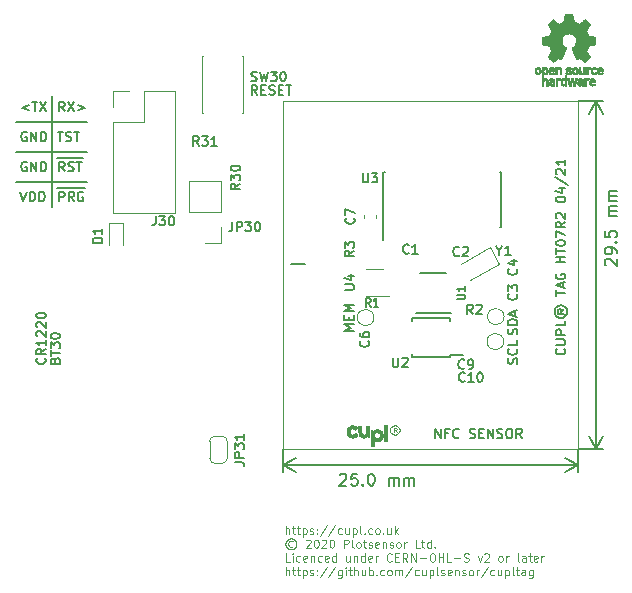
<source format=gbr>
%TF.GenerationSoftware,KiCad,Pcbnew,(5.1.5)-3*%
%TF.CreationDate,2021-04-21T08:58:45+01:00*%
%TF.ProjectId,HT07,48543037-2e6b-4696-9361-645f70636258,rev?*%
%TF.SameCoordinates,Original*%
%TF.FileFunction,Legend,Top*%
%TF.FilePolarity,Positive*%
%FSLAX46Y46*%
G04 Gerber Fmt 4.6, Leading zero omitted, Abs format (unit mm)*
G04 Created by KiCad (PCBNEW (5.1.5)-3) date 2021-04-21 08:58:45*
%MOMM*%
%LPD*%
G04 APERTURE LIST*
%ADD10C,0.110000*%
%ADD11C,0.120000*%
%ADD12C,0.150000*%
%ADD13C,0.100000*%
%ADD14C,0.010000*%
G04 APERTURE END LIST*
D10*
X117124142Y-100579214D02*
X116981285Y-100407785D01*
X116867000Y-100579214D02*
X116867000Y-100179214D01*
X117038428Y-100179214D01*
X117095571Y-100207785D01*
X117124142Y-100264928D01*
X117124142Y-100322071D01*
X117095571Y-100379214D01*
X117038428Y-100407785D01*
X116867000Y-100407785D01*
X116981285Y-99979214D02*
X116838428Y-100007785D01*
X116695571Y-100093500D01*
X116609857Y-100236357D01*
X116581285Y-100379214D01*
X116609857Y-100522071D01*
X116695571Y-100664928D01*
X116838428Y-100750642D01*
X116981285Y-100779214D01*
X117124142Y-100750642D01*
X117267000Y-100664928D01*
X117352714Y-100522071D01*
X117381285Y-100379214D01*
X117352714Y-100236357D01*
X117267000Y-100093500D01*
X117124142Y-100007785D01*
X116981285Y-99979214D01*
D11*
X107750166Y-109178666D02*
X107750166Y-108478666D01*
X108050166Y-109178666D02*
X108050166Y-108812000D01*
X108016833Y-108745333D01*
X107950166Y-108712000D01*
X107850166Y-108712000D01*
X107783500Y-108745333D01*
X107750166Y-108778666D01*
X108283500Y-108712000D02*
X108550166Y-108712000D01*
X108383500Y-108478666D02*
X108383500Y-109078666D01*
X108416833Y-109145333D01*
X108483500Y-109178666D01*
X108550166Y-109178666D01*
X108683500Y-108712000D02*
X108950166Y-108712000D01*
X108783500Y-108478666D02*
X108783500Y-109078666D01*
X108816833Y-109145333D01*
X108883500Y-109178666D01*
X108950166Y-109178666D01*
X109183500Y-108712000D02*
X109183500Y-109412000D01*
X109183500Y-108745333D02*
X109250166Y-108712000D01*
X109383500Y-108712000D01*
X109450166Y-108745333D01*
X109483500Y-108778666D01*
X109516833Y-108845333D01*
X109516833Y-109045333D01*
X109483500Y-109112000D01*
X109450166Y-109145333D01*
X109383500Y-109178666D01*
X109250166Y-109178666D01*
X109183500Y-109145333D01*
X109783500Y-109145333D02*
X109850166Y-109178666D01*
X109983500Y-109178666D01*
X110050166Y-109145333D01*
X110083500Y-109078666D01*
X110083500Y-109045333D01*
X110050166Y-108978666D01*
X109983500Y-108945333D01*
X109883500Y-108945333D01*
X109816833Y-108912000D01*
X109783500Y-108845333D01*
X109783500Y-108812000D01*
X109816833Y-108745333D01*
X109883500Y-108712000D01*
X109983500Y-108712000D01*
X110050166Y-108745333D01*
X110383500Y-109112000D02*
X110416833Y-109145333D01*
X110383500Y-109178666D01*
X110350166Y-109145333D01*
X110383500Y-109112000D01*
X110383500Y-109178666D01*
X110383500Y-108745333D02*
X110416833Y-108778666D01*
X110383500Y-108812000D01*
X110350166Y-108778666D01*
X110383500Y-108745333D01*
X110383500Y-108812000D01*
X111216833Y-108445333D02*
X110616833Y-109345333D01*
X111950166Y-108445333D02*
X111350166Y-109345333D01*
X112483500Y-109145333D02*
X112416833Y-109178666D01*
X112283500Y-109178666D01*
X112216833Y-109145333D01*
X112183500Y-109112000D01*
X112150166Y-109045333D01*
X112150166Y-108845333D01*
X112183500Y-108778666D01*
X112216833Y-108745333D01*
X112283500Y-108712000D01*
X112416833Y-108712000D01*
X112483500Y-108745333D01*
X113083500Y-108712000D02*
X113083500Y-109178666D01*
X112783500Y-108712000D02*
X112783500Y-109078666D01*
X112816833Y-109145333D01*
X112883500Y-109178666D01*
X112983500Y-109178666D01*
X113050166Y-109145333D01*
X113083500Y-109112000D01*
X113416833Y-108712000D02*
X113416833Y-109412000D01*
X113416833Y-108745333D02*
X113483500Y-108712000D01*
X113616833Y-108712000D01*
X113683500Y-108745333D01*
X113716833Y-108778666D01*
X113750166Y-108845333D01*
X113750166Y-109045333D01*
X113716833Y-109112000D01*
X113683500Y-109145333D01*
X113616833Y-109178666D01*
X113483500Y-109178666D01*
X113416833Y-109145333D01*
X114150166Y-109178666D02*
X114083500Y-109145333D01*
X114050166Y-109078666D01*
X114050166Y-108478666D01*
X114416833Y-109112000D02*
X114450166Y-109145333D01*
X114416833Y-109178666D01*
X114383500Y-109145333D01*
X114416833Y-109112000D01*
X114416833Y-109178666D01*
X115050166Y-109145333D02*
X114983500Y-109178666D01*
X114850166Y-109178666D01*
X114783500Y-109145333D01*
X114750166Y-109112000D01*
X114716833Y-109045333D01*
X114716833Y-108845333D01*
X114750166Y-108778666D01*
X114783500Y-108745333D01*
X114850166Y-108712000D01*
X114983500Y-108712000D01*
X115050166Y-108745333D01*
X115450166Y-109178666D02*
X115383500Y-109145333D01*
X115350166Y-109112000D01*
X115316833Y-109045333D01*
X115316833Y-108845333D01*
X115350166Y-108778666D01*
X115383500Y-108745333D01*
X115450166Y-108712000D01*
X115550166Y-108712000D01*
X115616833Y-108745333D01*
X115650166Y-108778666D01*
X115683500Y-108845333D01*
X115683500Y-109045333D01*
X115650166Y-109112000D01*
X115616833Y-109145333D01*
X115550166Y-109178666D01*
X115450166Y-109178666D01*
X115983500Y-109112000D02*
X116016833Y-109145333D01*
X115983500Y-109178666D01*
X115950166Y-109145333D01*
X115983500Y-109112000D01*
X115983500Y-109178666D01*
X116616833Y-108712000D02*
X116616833Y-109178666D01*
X116316833Y-108712000D02*
X116316833Y-109078666D01*
X116350166Y-109145333D01*
X116416833Y-109178666D01*
X116516833Y-109178666D01*
X116583500Y-109145333D01*
X116616833Y-109112000D01*
X116950166Y-109178666D02*
X116950166Y-108478666D01*
X117016833Y-108912000D02*
X117216833Y-109178666D01*
X117216833Y-108712000D02*
X116950166Y-108978666D01*
X108316833Y-109815333D02*
X108250166Y-109782000D01*
X108116833Y-109782000D01*
X108050166Y-109815333D01*
X107983500Y-109882000D01*
X107950166Y-109948666D01*
X107950166Y-110082000D01*
X107983500Y-110148666D01*
X108050166Y-110215333D01*
X108116833Y-110248666D01*
X108250166Y-110248666D01*
X108316833Y-110215333D01*
X108183500Y-109548666D02*
X108016833Y-109582000D01*
X107850166Y-109682000D01*
X107750166Y-109848666D01*
X107716833Y-110015333D01*
X107750166Y-110182000D01*
X107850166Y-110348666D01*
X108016833Y-110448666D01*
X108183500Y-110482000D01*
X108350166Y-110448666D01*
X108516833Y-110348666D01*
X108616833Y-110182000D01*
X108650166Y-110015333D01*
X108616833Y-109848666D01*
X108516833Y-109682000D01*
X108350166Y-109582000D01*
X108183500Y-109548666D01*
X109450166Y-109715333D02*
X109483500Y-109682000D01*
X109550166Y-109648666D01*
X109716833Y-109648666D01*
X109783500Y-109682000D01*
X109816833Y-109715333D01*
X109850166Y-109782000D01*
X109850166Y-109848666D01*
X109816833Y-109948666D01*
X109416833Y-110348666D01*
X109850166Y-110348666D01*
X110283500Y-109648666D02*
X110350166Y-109648666D01*
X110416833Y-109682000D01*
X110450166Y-109715333D01*
X110483500Y-109782000D01*
X110516833Y-109915333D01*
X110516833Y-110082000D01*
X110483500Y-110215333D01*
X110450166Y-110282000D01*
X110416833Y-110315333D01*
X110350166Y-110348666D01*
X110283500Y-110348666D01*
X110216833Y-110315333D01*
X110183500Y-110282000D01*
X110150166Y-110215333D01*
X110116833Y-110082000D01*
X110116833Y-109915333D01*
X110150166Y-109782000D01*
X110183500Y-109715333D01*
X110216833Y-109682000D01*
X110283500Y-109648666D01*
X110783500Y-109715333D02*
X110816833Y-109682000D01*
X110883500Y-109648666D01*
X111050166Y-109648666D01*
X111116833Y-109682000D01*
X111150166Y-109715333D01*
X111183500Y-109782000D01*
X111183500Y-109848666D01*
X111150166Y-109948666D01*
X110750166Y-110348666D01*
X111183500Y-110348666D01*
X111616833Y-109648666D02*
X111683500Y-109648666D01*
X111750166Y-109682000D01*
X111783500Y-109715333D01*
X111816833Y-109782000D01*
X111850166Y-109915333D01*
X111850166Y-110082000D01*
X111816833Y-110215333D01*
X111783500Y-110282000D01*
X111750166Y-110315333D01*
X111683500Y-110348666D01*
X111616833Y-110348666D01*
X111550166Y-110315333D01*
X111516833Y-110282000D01*
X111483500Y-110215333D01*
X111450166Y-110082000D01*
X111450166Y-109915333D01*
X111483500Y-109782000D01*
X111516833Y-109715333D01*
X111550166Y-109682000D01*
X111616833Y-109648666D01*
X112683500Y-110348666D02*
X112683500Y-109648666D01*
X112950166Y-109648666D01*
X113016833Y-109682000D01*
X113050166Y-109715333D01*
X113083500Y-109782000D01*
X113083500Y-109882000D01*
X113050166Y-109948666D01*
X113016833Y-109982000D01*
X112950166Y-110015333D01*
X112683500Y-110015333D01*
X113483500Y-110348666D02*
X113416833Y-110315333D01*
X113383500Y-110248666D01*
X113383500Y-109648666D01*
X113850166Y-110348666D02*
X113783500Y-110315333D01*
X113750166Y-110282000D01*
X113716833Y-110215333D01*
X113716833Y-110015333D01*
X113750166Y-109948666D01*
X113783500Y-109915333D01*
X113850166Y-109882000D01*
X113950166Y-109882000D01*
X114016833Y-109915333D01*
X114050166Y-109948666D01*
X114083500Y-110015333D01*
X114083500Y-110215333D01*
X114050166Y-110282000D01*
X114016833Y-110315333D01*
X113950166Y-110348666D01*
X113850166Y-110348666D01*
X114283500Y-109882000D02*
X114550166Y-109882000D01*
X114383500Y-109648666D02*
X114383500Y-110248666D01*
X114416833Y-110315333D01*
X114483500Y-110348666D01*
X114550166Y-110348666D01*
X114750166Y-110315333D02*
X114816833Y-110348666D01*
X114950166Y-110348666D01*
X115016833Y-110315333D01*
X115050166Y-110248666D01*
X115050166Y-110215333D01*
X115016833Y-110148666D01*
X114950166Y-110115333D01*
X114850166Y-110115333D01*
X114783500Y-110082000D01*
X114750166Y-110015333D01*
X114750166Y-109982000D01*
X114783500Y-109915333D01*
X114850166Y-109882000D01*
X114950166Y-109882000D01*
X115016833Y-109915333D01*
X115616833Y-110315333D02*
X115550166Y-110348666D01*
X115416833Y-110348666D01*
X115350166Y-110315333D01*
X115316833Y-110248666D01*
X115316833Y-109982000D01*
X115350166Y-109915333D01*
X115416833Y-109882000D01*
X115550166Y-109882000D01*
X115616833Y-109915333D01*
X115650166Y-109982000D01*
X115650166Y-110048666D01*
X115316833Y-110115333D01*
X115950166Y-109882000D02*
X115950166Y-110348666D01*
X115950166Y-109948666D02*
X115983500Y-109915333D01*
X116050166Y-109882000D01*
X116150166Y-109882000D01*
X116216833Y-109915333D01*
X116250166Y-109982000D01*
X116250166Y-110348666D01*
X116550166Y-110315333D02*
X116616833Y-110348666D01*
X116750166Y-110348666D01*
X116816833Y-110315333D01*
X116850166Y-110248666D01*
X116850166Y-110215333D01*
X116816833Y-110148666D01*
X116750166Y-110115333D01*
X116650166Y-110115333D01*
X116583500Y-110082000D01*
X116550166Y-110015333D01*
X116550166Y-109982000D01*
X116583500Y-109915333D01*
X116650166Y-109882000D01*
X116750166Y-109882000D01*
X116816833Y-109915333D01*
X117250166Y-110348666D02*
X117183500Y-110315333D01*
X117150166Y-110282000D01*
X117116833Y-110215333D01*
X117116833Y-110015333D01*
X117150166Y-109948666D01*
X117183500Y-109915333D01*
X117250166Y-109882000D01*
X117350166Y-109882000D01*
X117416833Y-109915333D01*
X117450166Y-109948666D01*
X117483500Y-110015333D01*
X117483500Y-110215333D01*
X117450166Y-110282000D01*
X117416833Y-110315333D01*
X117350166Y-110348666D01*
X117250166Y-110348666D01*
X117783500Y-110348666D02*
X117783500Y-109882000D01*
X117783500Y-110015333D02*
X117816833Y-109948666D01*
X117850166Y-109915333D01*
X117916833Y-109882000D01*
X117983500Y-109882000D01*
X119083500Y-110348666D02*
X118750166Y-110348666D01*
X118750166Y-109648666D01*
X119216833Y-109882000D02*
X119483500Y-109882000D01*
X119316833Y-109648666D02*
X119316833Y-110248666D01*
X119350166Y-110315333D01*
X119416833Y-110348666D01*
X119483500Y-110348666D01*
X120016833Y-110348666D02*
X120016833Y-109648666D01*
X120016833Y-110315333D02*
X119950166Y-110348666D01*
X119816833Y-110348666D01*
X119750166Y-110315333D01*
X119716833Y-110282000D01*
X119683500Y-110215333D01*
X119683500Y-110015333D01*
X119716833Y-109948666D01*
X119750166Y-109915333D01*
X119816833Y-109882000D01*
X119950166Y-109882000D01*
X120016833Y-109915333D01*
X120350166Y-110282000D02*
X120383500Y-110315333D01*
X120350166Y-110348666D01*
X120316833Y-110315333D01*
X120350166Y-110282000D01*
X120350166Y-110348666D01*
X108083500Y-111518666D02*
X107750166Y-111518666D01*
X107750166Y-110818666D01*
X108316833Y-111518666D02*
X108316833Y-111052000D01*
X108316833Y-110818666D02*
X108283500Y-110852000D01*
X108316833Y-110885333D01*
X108350166Y-110852000D01*
X108316833Y-110818666D01*
X108316833Y-110885333D01*
X108950166Y-111485333D02*
X108883500Y-111518666D01*
X108750166Y-111518666D01*
X108683500Y-111485333D01*
X108650166Y-111452000D01*
X108616833Y-111385333D01*
X108616833Y-111185333D01*
X108650166Y-111118666D01*
X108683500Y-111085333D01*
X108750166Y-111052000D01*
X108883500Y-111052000D01*
X108950166Y-111085333D01*
X109516833Y-111485333D02*
X109450166Y-111518666D01*
X109316833Y-111518666D01*
X109250166Y-111485333D01*
X109216833Y-111418666D01*
X109216833Y-111152000D01*
X109250166Y-111085333D01*
X109316833Y-111052000D01*
X109450166Y-111052000D01*
X109516833Y-111085333D01*
X109550166Y-111152000D01*
X109550166Y-111218666D01*
X109216833Y-111285333D01*
X109850166Y-111052000D02*
X109850166Y-111518666D01*
X109850166Y-111118666D02*
X109883500Y-111085333D01*
X109950166Y-111052000D01*
X110050166Y-111052000D01*
X110116833Y-111085333D01*
X110150166Y-111152000D01*
X110150166Y-111518666D01*
X110783500Y-111485333D02*
X110716833Y-111518666D01*
X110583500Y-111518666D01*
X110516833Y-111485333D01*
X110483500Y-111452000D01*
X110450166Y-111385333D01*
X110450166Y-111185333D01*
X110483500Y-111118666D01*
X110516833Y-111085333D01*
X110583500Y-111052000D01*
X110716833Y-111052000D01*
X110783500Y-111085333D01*
X111350166Y-111485333D02*
X111283500Y-111518666D01*
X111150166Y-111518666D01*
X111083500Y-111485333D01*
X111050166Y-111418666D01*
X111050166Y-111152000D01*
X111083500Y-111085333D01*
X111150166Y-111052000D01*
X111283500Y-111052000D01*
X111350166Y-111085333D01*
X111383500Y-111152000D01*
X111383500Y-111218666D01*
X111050166Y-111285333D01*
X111983500Y-111518666D02*
X111983500Y-110818666D01*
X111983500Y-111485333D02*
X111916833Y-111518666D01*
X111783500Y-111518666D01*
X111716833Y-111485333D01*
X111683500Y-111452000D01*
X111650166Y-111385333D01*
X111650166Y-111185333D01*
X111683500Y-111118666D01*
X111716833Y-111085333D01*
X111783500Y-111052000D01*
X111916833Y-111052000D01*
X111983500Y-111085333D01*
X113150166Y-111052000D02*
X113150166Y-111518666D01*
X112850166Y-111052000D02*
X112850166Y-111418666D01*
X112883500Y-111485333D01*
X112950166Y-111518666D01*
X113050166Y-111518666D01*
X113116833Y-111485333D01*
X113150166Y-111452000D01*
X113483500Y-111052000D02*
X113483500Y-111518666D01*
X113483500Y-111118666D02*
X113516833Y-111085333D01*
X113583500Y-111052000D01*
X113683500Y-111052000D01*
X113750166Y-111085333D01*
X113783500Y-111152000D01*
X113783500Y-111518666D01*
X114416833Y-111518666D02*
X114416833Y-110818666D01*
X114416833Y-111485333D02*
X114350166Y-111518666D01*
X114216833Y-111518666D01*
X114150166Y-111485333D01*
X114116833Y-111452000D01*
X114083500Y-111385333D01*
X114083500Y-111185333D01*
X114116833Y-111118666D01*
X114150166Y-111085333D01*
X114216833Y-111052000D01*
X114350166Y-111052000D01*
X114416833Y-111085333D01*
X115016833Y-111485333D02*
X114950166Y-111518666D01*
X114816833Y-111518666D01*
X114750166Y-111485333D01*
X114716833Y-111418666D01*
X114716833Y-111152000D01*
X114750166Y-111085333D01*
X114816833Y-111052000D01*
X114950166Y-111052000D01*
X115016833Y-111085333D01*
X115050166Y-111152000D01*
X115050166Y-111218666D01*
X114716833Y-111285333D01*
X115350166Y-111518666D02*
X115350166Y-111052000D01*
X115350166Y-111185333D02*
X115383500Y-111118666D01*
X115416833Y-111085333D01*
X115483500Y-111052000D01*
X115550166Y-111052000D01*
X116716833Y-111452000D02*
X116683500Y-111485333D01*
X116583500Y-111518666D01*
X116516833Y-111518666D01*
X116416833Y-111485333D01*
X116350166Y-111418666D01*
X116316833Y-111352000D01*
X116283500Y-111218666D01*
X116283500Y-111118666D01*
X116316833Y-110985333D01*
X116350166Y-110918666D01*
X116416833Y-110852000D01*
X116516833Y-110818666D01*
X116583500Y-110818666D01*
X116683500Y-110852000D01*
X116716833Y-110885333D01*
X117016833Y-111152000D02*
X117250166Y-111152000D01*
X117350166Y-111518666D02*
X117016833Y-111518666D01*
X117016833Y-110818666D01*
X117350166Y-110818666D01*
X118050166Y-111518666D02*
X117816833Y-111185333D01*
X117650166Y-111518666D02*
X117650166Y-110818666D01*
X117916833Y-110818666D01*
X117983500Y-110852000D01*
X118016833Y-110885333D01*
X118050166Y-110952000D01*
X118050166Y-111052000D01*
X118016833Y-111118666D01*
X117983500Y-111152000D01*
X117916833Y-111185333D01*
X117650166Y-111185333D01*
X118350166Y-111518666D02*
X118350166Y-110818666D01*
X118750166Y-111518666D01*
X118750166Y-110818666D01*
X119083500Y-111252000D02*
X119616833Y-111252000D01*
X120083500Y-110818666D02*
X120216833Y-110818666D01*
X120283500Y-110852000D01*
X120350166Y-110918666D01*
X120383500Y-111052000D01*
X120383500Y-111285333D01*
X120350166Y-111418666D01*
X120283500Y-111485333D01*
X120216833Y-111518666D01*
X120083500Y-111518666D01*
X120016833Y-111485333D01*
X119950166Y-111418666D01*
X119916833Y-111285333D01*
X119916833Y-111052000D01*
X119950166Y-110918666D01*
X120016833Y-110852000D01*
X120083500Y-110818666D01*
X120683500Y-111518666D02*
X120683500Y-110818666D01*
X120683500Y-111152000D02*
X121083500Y-111152000D01*
X121083500Y-111518666D02*
X121083500Y-110818666D01*
X121750166Y-111518666D02*
X121416833Y-111518666D01*
X121416833Y-110818666D01*
X121983500Y-111252000D02*
X122516833Y-111252000D01*
X122816833Y-111485333D02*
X122916833Y-111518666D01*
X123083500Y-111518666D01*
X123150166Y-111485333D01*
X123183500Y-111452000D01*
X123216833Y-111385333D01*
X123216833Y-111318666D01*
X123183500Y-111252000D01*
X123150166Y-111218666D01*
X123083500Y-111185333D01*
X122950166Y-111152000D01*
X122883500Y-111118666D01*
X122850166Y-111085333D01*
X122816833Y-111018666D01*
X122816833Y-110952000D01*
X122850166Y-110885333D01*
X122883500Y-110852000D01*
X122950166Y-110818666D01*
X123116833Y-110818666D01*
X123216833Y-110852000D01*
X123983500Y-111052000D02*
X124150166Y-111518666D01*
X124316833Y-111052000D01*
X124550166Y-110885333D02*
X124583500Y-110852000D01*
X124650166Y-110818666D01*
X124816833Y-110818666D01*
X124883500Y-110852000D01*
X124916833Y-110885333D01*
X124950166Y-110952000D01*
X124950166Y-111018666D01*
X124916833Y-111118666D01*
X124516833Y-111518666D01*
X124950166Y-111518666D01*
X125883500Y-111518666D02*
X125816833Y-111485333D01*
X125783500Y-111452000D01*
X125750166Y-111385333D01*
X125750166Y-111185333D01*
X125783500Y-111118666D01*
X125816833Y-111085333D01*
X125883500Y-111052000D01*
X125983500Y-111052000D01*
X126050166Y-111085333D01*
X126083500Y-111118666D01*
X126116833Y-111185333D01*
X126116833Y-111385333D01*
X126083500Y-111452000D01*
X126050166Y-111485333D01*
X125983500Y-111518666D01*
X125883500Y-111518666D01*
X126416833Y-111518666D02*
X126416833Y-111052000D01*
X126416833Y-111185333D02*
X126450166Y-111118666D01*
X126483500Y-111085333D01*
X126550166Y-111052000D01*
X126616833Y-111052000D01*
X127483500Y-111518666D02*
X127416833Y-111485333D01*
X127383500Y-111418666D01*
X127383500Y-110818666D01*
X128050166Y-111518666D02*
X128050166Y-111152000D01*
X128016833Y-111085333D01*
X127950166Y-111052000D01*
X127816833Y-111052000D01*
X127750166Y-111085333D01*
X128050166Y-111485333D02*
X127983500Y-111518666D01*
X127816833Y-111518666D01*
X127750166Y-111485333D01*
X127716833Y-111418666D01*
X127716833Y-111352000D01*
X127750166Y-111285333D01*
X127816833Y-111252000D01*
X127983500Y-111252000D01*
X128050166Y-111218666D01*
X128283500Y-111052000D02*
X128550166Y-111052000D01*
X128383500Y-110818666D02*
X128383500Y-111418666D01*
X128416833Y-111485333D01*
X128483500Y-111518666D01*
X128550166Y-111518666D01*
X129050166Y-111485333D02*
X128983500Y-111518666D01*
X128850166Y-111518666D01*
X128783500Y-111485333D01*
X128750166Y-111418666D01*
X128750166Y-111152000D01*
X128783500Y-111085333D01*
X128850166Y-111052000D01*
X128983500Y-111052000D01*
X129050166Y-111085333D01*
X129083500Y-111152000D01*
X129083500Y-111218666D01*
X128750166Y-111285333D01*
X129383500Y-111518666D02*
X129383500Y-111052000D01*
X129383500Y-111185333D02*
X129416833Y-111118666D01*
X129450166Y-111085333D01*
X129516833Y-111052000D01*
X129583500Y-111052000D01*
X107750166Y-112688666D02*
X107750166Y-111988666D01*
X108050166Y-112688666D02*
X108050166Y-112322000D01*
X108016833Y-112255333D01*
X107950166Y-112222000D01*
X107850166Y-112222000D01*
X107783500Y-112255333D01*
X107750166Y-112288666D01*
X108283500Y-112222000D02*
X108550166Y-112222000D01*
X108383500Y-111988666D02*
X108383500Y-112588666D01*
X108416833Y-112655333D01*
X108483500Y-112688666D01*
X108550166Y-112688666D01*
X108683500Y-112222000D02*
X108950166Y-112222000D01*
X108783500Y-111988666D02*
X108783500Y-112588666D01*
X108816833Y-112655333D01*
X108883500Y-112688666D01*
X108950166Y-112688666D01*
X109183500Y-112222000D02*
X109183500Y-112922000D01*
X109183500Y-112255333D02*
X109250166Y-112222000D01*
X109383500Y-112222000D01*
X109450166Y-112255333D01*
X109483500Y-112288666D01*
X109516833Y-112355333D01*
X109516833Y-112555333D01*
X109483500Y-112622000D01*
X109450166Y-112655333D01*
X109383500Y-112688666D01*
X109250166Y-112688666D01*
X109183500Y-112655333D01*
X109783500Y-112655333D02*
X109850166Y-112688666D01*
X109983500Y-112688666D01*
X110050166Y-112655333D01*
X110083500Y-112588666D01*
X110083500Y-112555333D01*
X110050166Y-112488666D01*
X109983500Y-112455333D01*
X109883500Y-112455333D01*
X109816833Y-112422000D01*
X109783500Y-112355333D01*
X109783500Y-112322000D01*
X109816833Y-112255333D01*
X109883500Y-112222000D01*
X109983500Y-112222000D01*
X110050166Y-112255333D01*
X110383500Y-112622000D02*
X110416833Y-112655333D01*
X110383500Y-112688666D01*
X110350166Y-112655333D01*
X110383500Y-112622000D01*
X110383500Y-112688666D01*
X110383500Y-112255333D02*
X110416833Y-112288666D01*
X110383500Y-112322000D01*
X110350166Y-112288666D01*
X110383500Y-112255333D01*
X110383500Y-112322000D01*
X111216833Y-111955333D02*
X110616833Y-112855333D01*
X111950166Y-111955333D02*
X111350166Y-112855333D01*
X112483500Y-112222000D02*
X112483500Y-112788666D01*
X112450166Y-112855333D01*
X112416833Y-112888666D01*
X112350166Y-112922000D01*
X112250166Y-112922000D01*
X112183500Y-112888666D01*
X112483500Y-112655333D02*
X112416833Y-112688666D01*
X112283500Y-112688666D01*
X112216833Y-112655333D01*
X112183500Y-112622000D01*
X112150166Y-112555333D01*
X112150166Y-112355333D01*
X112183500Y-112288666D01*
X112216833Y-112255333D01*
X112283500Y-112222000D01*
X112416833Y-112222000D01*
X112483500Y-112255333D01*
X112816833Y-112688666D02*
X112816833Y-112222000D01*
X112816833Y-111988666D02*
X112783500Y-112022000D01*
X112816833Y-112055333D01*
X112850166Y-112022000D01*
X112816833Y-111988666D01*
X112816833Y-112055333D01*
X113050166Y-112222000D02*
X113316833Y-112222000D01*
X113150166Y-111988666D02*
X113150166Y-112588666D01*
X113183500Y-112655333D01*
X113250166Y-112688666D01*
X113316833Y-112688666D01*
X113550166Y-112688666D02*
X113550166Y-111988666D01*
X113850166Y-112688666D02*
X113850166Y-112322000D01*
X113816833Y-112255333D01*
X113750166Y-112222000D01*
X113650166Y-112222000D01*
X113583500Y-112255333D01*
X113550166Y-112288666D01*
X114483500Y-112222000D02*
X114483500Y-112688666D01*
X114183500Y-112222000D02*
X114183500Y-112588666D01*
X114216833Y-112655333D01*
X114283500Y-112688666D01*
X114383500Y-112688666D01*
X114450166Y-112655333D01*
X114483500Y-112622000D01*
X114816833Y-112688666D02*
X114816833Y-111988666D01*
X114816833Y-112255333D02*
X114883500Y-112222000D01*
X115016833Y-112222000D01*
X115083500Y-112255333D01*
X115116833Y-112288666D01*
X115150166Y-112355333D01*
X115150166Y-112555333D01*
X115116833Y-112622000D01*
X115083500Y-112655333D01*
X115016833Y-112688666D01*
X114883500Y-112688666D01*
X114816833Y-112655333D01*
X115450166Y-112622000D02*
X115483500Y-112655333D01*
X115450166Y-112688666D01*
X115416833Y-112655333D01*
X115450166Y-112622000D01*
X115450166Y-112688666D01*
X116083500Y-112655333D02*
X116016833Y-112688666D01*
X115883500Y-112688666D01*
X115816833Y-112655333D01*
X115783500Y-112622000D01*
X115750166Y-112555333D01*
X115750166Y-112355333D01*
X115783500Y-112288666D01*
X115816833Y-112255333D01*
X115883500Y-112222000D01*
X116016833Y-112222000D01*
X116083500Y-112255333D01*
X116483500Y-112688666D02*
X116416833Y-112655333D01*
X116383500Y-112622000D01*
X116350166Y-112555333D01*
X116350166Y-112355333D01*
X116383500Y-112288666D01*
X116416833Y-112255333D01*
X116483500Y-112222000D01*
X116583500Y-112222000D01*
X116650166Y-112255333D01*
X116683500Y-112288666D01*
X116716833Y-112355333D01*
X116716833Y-112555333D01*
X116683500Y-112622000D01*
X116650166Y-112655333D01*
X116583500Y-112688666D01*
X116483500Y-112688666D01*
X117016833Y-112688666D02*
X117016833Y-112222000D01*
X117016833Y-112288666D02*
X117050166Y-112255333D01*
X117116833Y-112222000D01*
X117216833Y-112222000D01*
X117283500Y-112255333D01*
X117316833Y-112322000D01*
X117316833Y-112688666D01*
X117316833Y-112322000D02*
X117350166Y-112255333D01*
X117416833Y-112222000D01*
X117516833Y-112222000D01*
X117583500Y-112255333D01*
X117616833Y-112322000D01*
X117616833Y-112688666D01*
X118450166Y-111955333D02*
X117850166Y-112855333D01*
X118983500Y-112655333D02*
X118916833Y-112688666D01*
X118783500Y-112688666D01*
X118716833Y-112655333D01*
X118683500Y-112622000D01*
X118650166Y-112555333D01*
X118650166Y-112355333D01*
X118683500Y-112288666D01*
X118716833Y-112255333D01*
X118783500Y-112222000D01*
X118916833Y-112222000D01*
X118983500Y-112255333D01*
X119583500Y-112222000D02*
X119583500Y-112688666D01*
X119283500Y-112222000D02*
X119283500Y-112588666D01*
X119316833Y-112655333D01*
X119383500Y-112688666D01*
X119483500Y-112688666D01*
X119550166Y-112655333D01*
X119583500Y-112622000D01*
X119916833Y-112222000D02*
X119916833Y-112922000D01*
X119916833Y-112255333D02*
X119983500Y-112222000D01*
X120116833Y-112222000D01*
X120183500Y-112255333D01*
X120216833Y-112288666D01*
X120250166Y-112355333D01*
X120250166Y-112555333D01*
X120216833Y-112622000D01*
X120183500Y-112655333D01*
X120116833Y-112688666D01*
X119983500Y-112688666D01*
X119916833Y-112655333D01*
X120650166Y-112688666D02*
X120583500Y-112655333D01*
X120550166Y-112588666D01*
X120550166Y-111988666D01*
X120883500Y-112655333D02*
X120950166Y-112688666D01*
X121083500Y-112688666D01*
X121150166Y-112655333D01*
X121183500Y-112588666D01*
X121183500Y-112555333D01*
X121150166Y-112488666D01*
X121083500Y-112455333D01*
X120983500Y-112455333D01*
X120916833Y-112422000D01*
X120883500Y-112355333D01*
X120883500Y-112322000D01*
X120916833Y-112255333D01*
X120983500Y-112222000D01*
X121083500Y-112222000D01*
X121150166Y-112255333D01*
X121750166Y-112655333D02*
X121683500Y-112688666D01*
X121550166Y-112688666D01*
X121483500Y-112655333D01*
X121450166Y-112588666D01*
X121450166Y-112322000D01*
X121483500Y-112255333D01*
X121550166Y-112222000D01*
X121683500Y-112222000D01*
X121750166Y-112255333D01*
X121783500Y-112322000D01*
X121783500Y-112388666D01*
X121450166Y-112455333D01*
X122083500Y-112222000D02*
X122083500Y-112688666D01*
X122083500Y-112288666D02*
X122116833Y-112255333D01*
X122183500Y-112222000D01*
X122283500Y-112222000D01*
X122350166Y-112255333D01*
X122383500Y-112322000D01*
X122383500Y-112688666D01*
X122683500Y-112655333D02*
X122750166Y-112688666D01*
X122883500Y-112688666D01*
X122950166Y-112655333D01*
X122983500Y-112588666D01*
X122983500Y-112555333D01*
X122950166Y-112488666D01*
X122883500Y-112455333D01*
X122783500Y-112455333D01*
X122716833Y-112422000D01*
X122683500Y-112355333D01*
X122683500Y-112322000D01*
X122716833Y-112255333D01*
X122783500Y-112222000D01*
X122883500Y-112222000D01*
X122950166Y-112255333D01*
X123383500Y-112688666D02*
X123316833Y-112655333D01*
X123283500Y-112622000D01*
X123250166Y-112555333D01*
X123250166Y-112355333D01*
X123283500Y-112288666D01*
X123316833Y-112255333D01*
X123383500Y-112222000D01*
X123483500Y-112222000D01*
X123550166Y-112255333D01*
X123583500Y-112288666D01*
X123616833Y-112355333D01*
X123616833Y-112555333D01*
X123583500Y-112622000D01*
X123550166Y-112655333D01*
X123483500Y-112688666D01*
X123383500Y-112688666D01*
X123916833Y-112688666D02*
X123916833Y-112222000D01*
X123916833Y-112355333D02*
X123950166Y-112288666D01*
X123983500Y-112255333D01*
X124050166Y-112222000D01*
X124116833Y-112222000D01*
X124850166Y-111955333D02*
X124250166Y-112855333D01*
X125383500Y-112655333D02*
X125316833Y-112688666D01*
X125183500Y-112688666D01*
X125116833Y-112655333D01*
X125083500Y-112622000D01*
X125050166Y-112555333D01*
X125050166Y-112355333D01*
X125083500Y-112288666D01*
X125116833Y-112255333D01*
X125183500Y-112222000D01*
X125316833Y-112222000D01*
X125383500Y-112255333D01*
X125983500Y-112222000D02*
X125983500Y-112688666D01*
X125683500Y-112222000D02*
X125683500Y-112588666D01*
X125716833Y-112655333D01*
X125783500Y-112688666D01*
X125883500Y-112688666D01*
X125950166Y-112655333D01*
X125983500Y-112622000D01*
X126316833Y-112222000D02*
X126316833Y-112922000D01*
X126316833Y-112255333D02*
X126383500Y-112222000D01*
X126516833Y-112222000D01*
X126583500Y-112255333D01*
X126616833Y-112288666D01*
X126650166Y-112355333D01*
X126650166Y-112555333D01*
X126616833Y-112622000D01*
X126583500Y-112655333D01*
X126516833Y-112688666D01*
X126383500Y-112688666D01*
X126316833Y-112655333D01*
X127050166Y-112688666D02*
X126983500Y-112655333D01*
X126950166Y-112588666D01*
X126950166Y-111988666D01*
X127216833Y-112222000D02*
X127483500Y-112222000D01*
X127316833Y-111988666D02*
X127316833Y-112588666D01*
X127350166Y-112655333D01*
X127416833Y-112688666D01*
X127483500Y-112688666D01*
X128016833Y-112688666D02*
X128016833Y-112322000D01*
X127983500Y-112255333D01*
X127916833Y-112222000D01*
X127783500Y-112222000D01*
X127716833Y-112255333D01*
X128016833Y-112655333D02*
X127950166Y-112688666D01*
X127783500Y-112688666D01*
X127716833Y-112655333D01*
X127683500Y-112588666D01*
X127683500Y-112522000D01*
X127716833Y-112455333D01*
X127783500Y-112422000D01*
X127950166Y-112422000D01*
X128016833Y-112388666D01*
X128650166Y-112222000D02*
X128650166Y-112788666D01*
X128616833Y-112855333D01*
X128583500Y-112888666D01*
X128516833Y-112922000D01*
X128416833Y-112922000D01*
X128350166Y-112888666D01*
X128650166Y-112655333D02*
X128583500Y-112688666D01*
X128450166Y-112688666D01*
X128383500Y-112655333D01*
X128350166Y-112622000D01*
X128316833Y-112555333D01*
X128316833Y-112355333D01*
X128350166Y-112288666D01*
X128383500Y-112255333D01*
X128450166Y-112222000D01*
X128583500Y-112222000D01*
X128650166Y-112255333D01*
D12*
X84899500Y-79375000D02*
X90932000Y-79375000D01*
X84899500Y-76835000D02*
X90932000Y-76835000D01*
X84899500Y-74295000D02*
X90932000Y-74295000D01*
X87947500Y-72136000D02*
X87947500Y-81534000D01*
X88362500Y-79874000D02*
X89162500Y-79874000D01*
X88552976Y-81006904D02*
X88552976Y-80206904D01*
X88857738Y-80206904D01*
X88933928Y-80245000D01*
X88972023Y-80283095D01*
X89010119Y-80359285D01*
X89010119Y-80473571D01*
X88972023Y-80549761D01*
X88933928Y-80587857D01*
X88857738Y-80625952D01*
X88552976Y-80625952D01*
X89162500Y-79874000D02*
X89962500Y-79874000D01*
X89810119Y-81006904D02*
X89543452Y-80625952D01*
X89352976Y-81006904D02*
X89352976Y-80206904D01*
X89657738Y-80206904D01*
X89733928Y-80245000D01*
X89772023Y-80283095D01*
X89810119Y-80359285D01*
X89810119Y-80473571D01*
X89772023Y-80549761D01*
X89733928Y-80587857D01*
X89657738Y-80625952D01*
X89352976Y-80625952D01*
X89962500Y-79874000D02*
X90762500Y-79874000D01*
X90572023Y-80245000D02*
X90495833Y-80206904D01*
X90381547Y-80206904D01*
X90267261Y-80245000D01*
X90191071Y-80321190D01*
X90152976Y-80397380D01*
X90114880Y-80549761D01*
X90114880Y-80664047D01*
X90152976Y-80816428D01*
X90191071Y-80892619D01*
X90267261Y-80968809D01*
X90381547Y-81006904D01*
X90457738Y-81006904D01*
X90572023Y-80968809D01*
X90610119Y-80930714D01*
X90610119Y-80664047D01*
X90457738Y-80664047D01*
X88362500Y-77334000D02*
X89162500Y-77334000D01*
X89010119Y-78466904D02*
X88743452Y-78085952D01*
X88552976Y-78466904D02*
X88552976Y-77666904D01*
X88857738Y-77666904D01*
X88933928Y-77705000D01*
X88972023Y-77743095D01*
X89010119Y-77819285D01*
X89010119Y-77933571D01*
X88972023Y-78009761D01*
X88933928Y-78047857D01*
X88857738Y-78085952D01*
X88552976Y-78085952D01*
X89162500Y-77334000D02*
X89924404Y-77334000D01*
X89314880Y-78428809D02*
X89429166Y-78466904D01*
X89619642Y-78466904D01*
X89695833Y-78428809D01*
X89733928Y-78390714D01*
X89772023Y-78314523D01*
X89772023Y-78238333D01*
X89733928Y-78162142D01*
X89695833Y-78124047D01*
X89619642Y-78085952D01*
X89467261Y-78047857D01*
X89391071Y-78009761D01*
X89352976Y-77971666D01*
X89314880Y-77895476D01*
X89314880Y-77819285D01*
X89352976Y-77743095D01*
X89391071Y-77705000D01*
X89467261Y-77666904D01*
X89657738Y-77666904D01*
X89772023Y-77705000D01*
X89924404Y-77334000D02*
X90533928Y-77334000D01*
X90000595Y-77666904D02*
X90457738Y-77666904D01*
X90229166Y-78466904D02*
X90229166Y-77666904D01*
X88438690Y-75126904D02*
X88895833Y-75126904D01*
X88667261Y-75926904D02*
X88667261Y-75126904D01*
X89124404Y-75888809D02*
X89238690Y-75926904D01*
X89429166Y-75926904D01*
X89505357Y-75888809D01*
X89543452Y-75850714D01*
X89581547Y-75774523D01*
X89581547Y-75698333D01*
X89543452Y-75622142D01*
X89505357Y-75584047D01*
X89429166Y-75545952D01*
X89276785Y-75507857D01*
X89200595Y-75469761D01*
X89162500Y-75431666D01*
X89124404Y-75355476D01*
X89124404Y-75279285D01*
X89162500Y-75203095D01*
X89200595Y-75165000D01*
X89276785Y-75126904D01*
X89467261Y-75126904D01*
X89581547Y-75165000D01*
X89810119Y-75126904D02*
X90267261Y-75126904D01*
X90038690Y-75926904D02*
X90038690Y-75126904D01*
X89010119Y-73386904D02*
X88743452Y-73005952D01*
X88552976Y-73386904D02*
X88552976Y-72586904D01*
X88857738Y-72586904D01*
X88933928Y-72625000D01*
X88972023Y-72663095D01*
X89010119Y-72739285D01*
X89010119Y-72853571D01*
X88972023Y-72929761D01*
X88933928Y-72967857D01*
X88857738Y-73005952D01*
X88552976Y-73005952D01*
X89276785Y-72586904D02*
X89810119Y-73386904D01*
X89810119Y-72586904D02*
X89276785Y-73386904D01*
X90114880Y-72853571D02*
X90724404Y-73082142D01*
X90114880Y-73310714D01*
X85987500Y-72853571D02*
X85377976Y-73082142D01*
X85987500Y-73310714D01*
X86254166Y-72586904D02*
X86711309Y-72586904D01*
X86482738Y-73386904D02*
X86482738Y-72586904D01*
X86901785Y-72586904D02*
X87435119Y-73386904D01*
X87435119Y-72586904D02*
X86901785Y-73386904D01*
X85797023Y-75165000D02*
X85720833Y-75126904D01*
X85606547Y-75126904D01*
X85492261Y-75165000D01*
X85416071Y-75241190D01*
X85377976Y-75317380D01*
X85339880Y-75469761D01*
X85339880Y-75584047D01*
X85377976Y-75736428D01*
X85416071Y-75812619D01*
X85492261Y-75888809D01*
X85606547Y-75926904D01*
X85682738Y-75926904D01*
X85797023Y-75888809D01*
X85835119Y-75850714D01*
X85835119Y-75584047D01*
X85682738Y-75584047D01*
X86177976Y-75926904D02*
X86177976Y-75126904D01*
X86635119Y-75926904D01*
X86635119Y-75126904D01*
X87016071Y-75926904D02*
X87016071Y-75126904D01*
X87206547Y-75126904D01*
X87320833Y-75165000D01*
X87397023Y-75241190D01*
X87435119Y-75317380D01*
X87473214Y-75469761D01*
X87473214Y-75584047D01*
X87435119Y-75736428D01*
X87397023Y-75812619D01*
X87320833Y-75888809D01*
X87206547Y-75926904D01*
X87016071Y-75926904D01*
X85797023Y-77705000D02*
X85720833Y-77666904D01*
X85606547Y-77666904D01*
X85492261Y-77705000D01*
X85416071Y-77781190D01*
X85377976Y-77857380D01*
X85339880Y-78009761D01*
X85339880Y-78124047D01*
X85377976Y-78276428D01*
X85416071Y-78352619D01*
X85492261Y-78428809D01*
X85606547Y-78466904D01*
X85682738Y-78466904D01*
X85797023Y-78428809D01*
X85835119Y-78390714D01*
X85835119Y-78124047D01*
X85682738Y-78124047D01*
X86177976Y-78466904D02*
X86177976Y-77666904D01*
X86635119Y-78466904D01*
X86635119Y-77666904D01*
X87016071Y-78466904D02*
X87016071Y-77666904D01*
X87206547Y-77666904D01*
X87320833Y-77705000D01*
X87397023Y-77781190D01*
X87435119Y-77857380D01*
X87473214Y-78009761D01*
X87473214Y-78124047D01*
X87435119Y-78276428D01*
X87397023Y-78352619D01*
X87320833Y-78428809D01*
X87206547Y-78466904D01*
X87016071Y-78466904D01*
X85263690Y-80206904D02*
X85530357Y-81006904D01*
X85797023Y-80206904D01*
X86063690Y-81006904D02*
X86063690Y-80206904D01*
X86254166Y-80206904D01*
X86368452Y-80245000D01*
X86444642Y-80321190D01*
X86482738Y-80397380D01*
X86520833Y-80549761D01*
X86520833Y-80664047D01*
X86482738Y-80816428D01*
X86444642Y-80892619D01*
X86368452Y-80968809D01*
X86254166Y-81006904D01*
X86063690Y-81006904D01*
X86863690Y-81006904D02*
X86863690Y-80206904D01*
X87054166Y-80206904D01*
X87168452Y-80245000D01*
X87244642Y-80321190D01*
X87282738Y-80397380D01*
X87320833Y-80549761D01*
X87320833Y-80664047D01*
X87282738Y-80816428D01*
X87244642Y-80892619D01*
X87168452Y-80968809D01*
X87054166Y-81006904D01*
X86863690Y-81006904D01*
X105329619Y-71989904D02*
X105062952Y-71608952D01*
X104872476Y-71989904D02*
X104872476Y-71189904D01*
X105177238Y-71189904D01*
X105253428Y-71228000D01*
X105291523Y-71266095D01*
X105329619Y-71342285D01*
X105329619Y-71456571D01*
X105291523Y-71532761D01*
X105253428Y-71570857D01*
X105177238Y-71608952D01*
X104872476Y-71608952D01*
X105672476Y-71570857D02*
X105939142Y-71570857D01*
X106053428Y-71989904D02*
X105672476Y-71989904D01*
X105672476Y-71189904D01*
X106053428Y-71189904D01*
X106358190Y-71951809D02*
X106472476Y-71989904D01*
X106662952Y-71989904D01*
X106739142Y-71951809D01*
X106777238Y-71913714D01*
X106815333Y-71837523D01*
X106815333Y-71761333D01*
X106777238Y-71685142D01*
X106739142Y-71647047D01*
X106662952Y-71608952D01*
X106510571Y-71570857D01*
X106434380Y-71532761D01*
X106396285Y-71494666D01*
X106358190Y-71418476D01*
X106358190Y-71342285D01*
X106396285Y-71266095D01*
X106434380Y-71228000D01*
X106510571Y-71189904D01*
X106701047Y-71189904D01*
X106815333Y-71228000D01*
X107158190Y-71570857D02*
X107424857Y-71570857D01*
X107539142Y-71989904D02*
X107158190Y-71989904D01*
X107158190Y-71189904D01*
X107539142Y-71189904D01*
X107767714Y-71189904D02*
X108224857Y-71189904D01*
X107996285Y-71989904D02*
X107996285Y-71189904D01*
X87344214Y-94314380D02*
X87382309Y-94352476D01*
X87420404Y-94466761D01*
X87420404Y-94542952D01*
X87382309Y-94657238D01*
X87306119Y-94733428D01*
X87229928Y-94771523D01*
X87077547Y-94809619D01*
X86963261Y-94809619D01*
X86810880Y-94771523D01*
X86734690Y-94733428D01*
X86658500Y-94657238D01*
X86620404Y-94542952D01*
X86620404Y-94466761D01*
X86658500Y-94352476D01*
X86696595Y-94314380D01*
X87420404Y-93514380D02*
X87039452Y-93781047D01*
X87420404Y-93971523D02*
X86620404Y-93971523D01*
X86620404Y-93666761D01*
X86658500Y-93590571D01*
X86696595Y-93552476D01*
X86772785Y-93514380D01*
X86887071Y-93514380D01*
X86963261Y-93552476D01*
X87001357Y-93590571D01*
X87039452Y-93666761D01*
X87039452Y-93971523D01*
X87420404Y-92752476D02*
X87420404Y-93209619D01*
X87420404Y-92981047D02*
X86620404Y-92981047D01*
X86734690Y-93057238D01*
X86810880Y-93133428D01*
X86848976Y-93209619D01*
X86696595Y-92447714D02*
X86658500Y-92409619D01*
X86620404Y-92333428D01*
X86620404Y-92142952D01*
X86658500Y-92066761D01*
X86696595Y-92028666D01*
X86772785Y-91990571D01*
X86848976Y-91990571D01*
X86963261Y-92028666D01*
X87420404Y-92485809D01*
X87420404Y-91990571D01*
X86696595Y-91685809D02*
X86658500Y-91647714D01*
X86620404Y-91571523D01*
X86620404Y-91381047D01*
X86658500Y-91304857D01*
X86696595Y-91266761D01*
X86772785Y-91228666D01*
X86848976Y-91228666D01*
X86963261Y-91266761D01*
X87420404Y-91723904D01*
X87420404Y-91228666D01*
X86620404Y-90733428D02*
X86620404Y-90657238D01*
X86658500Y-90581047D01*
X86696595Y-90542952D01*
X86772785Y-90504857D01*
X86925166Y-90466761D01*
X87115642Y-90466761D01*
X87268023Y-90504857D01*
X87344214Y-90542952D01*
X87382309Y-90581047D01*
X87420404Y-90657238D01*
X87420404Y-90733428D01*
X87382309Y-90809619D01*
X87344214Y-90847714D01*
X87268023Y-90885809D01*
X87115642Y-90923904D01*
X86925166Y-90923904D01*
X86772785Y-90885809D01*
X86696595Y-90847714D01*
X86658500Y-90809619D01*
X86620404Y-90733428D01*
X134847619Y-86440476D02*
X134800000Y-86392857D01*
X134752380Y-86297619D01*
X134752380Y-86059523D01*
X134800000Y-85964285D01*
X134847619Y-85916666D01*
X134942857Y-85869047D01*
X135038095Y-85869047D01*
X135180952Y-85916666D01*
X135752380Y-86488095D01*
X135752380Y-85869047D01*
X135752380Y-85392857D02*
X135752380Y-85202380D01*
X135704761Y-85107142D01*
X135657142Y-85059523D01*
X135514285Y-84964285D01*
X135323809Y-84916666D01*
X134942857Y-84916666D01*
X134847619Y-84964285D01*
X134800000Y-85011904D01*
X134752380Y-85107142D01*
X134752380Y-85297619D01*
X134800000Y-85392857D01*
X134847619Y-85440476D01*
X134942857Y-85488095D01*
X135180952Y-85488095D01*
X135276190Y-85440476D01*
X135323809Y-85392857D01*
X135371428Y-85297619D01*
X135371428Y-85107142D01*
X135323809Y-85011904D01*
X135276190Y-84964285D01*
X135180952Y-84916666D01*
X135657142Y-84488095D02*
X135704761Y-84440476D01*
X135752380Y-84488095D01*
X135704761Y-84535714D01*
X135657142Y-84488095D01*
X135752380Y-84488095D01*
X134752380Y-83535714D02*
X134752380Y-84011904D01*
X135228571Y-84059523D01*
X135180952Y-84011904D01*
X135133333Y-83916666D01*
X135133333Y-83678571D01*
X135180952Y-83583333D01*
X135228571Y-83535714D01*
X135323809Y-83488095D01*
X135561904Y-83488095D01*
X135657142Y-83535714D01*
X135704761Y-83583333D01*
X135752380Y-83678571D01*
X135752380Y-83916666D01*
X135704761Y-84011904D01*
X135657142Y-84059523D01*
X135752380Y-82297619D02*
X135085714Y-82297619D01*
X135180952Y-82297619D02*
X135133333Y-82250000D01*
X135085714Y-82154761D01*
X135085714Y-82011904D01*
X135133333Y-81916666D01*
X135228571Y-81869047D01*
X135752380Y-81869047D01*
X135228571Y-81869047D02*
X135133333Y-81821428D01*
X135085714Y-81726190D01*
X135085714Y-81583333D01*
X135133333Y-81488095D01*
X135228571Y-81440476D01*
X135752380Y-81440476D01*
X135752380Y-80964285D02*
X135085714Y-80964285D01*
X135180952Y-80964285D02*
X135133333Y-80916666D01*
X135085714Y-80821428D01*
X135085714Y-80678571D01*
X135133333Y-80583333D01*
X135228571Y-80535714D01*
X135752380Y-80535714D01*
X135228571Y-80535714D02*
X135133333Y-80488095D01*
X135085714Y-80392857D01*
X135085714Y-80250000D01*
X135133333Y-80154761D01*
X135228571Y-80107142D01*
X135752380Y-80107142D01*
X134000000Y-102000000D02*
X134000000Y-72500000D01*
X132500000Y-102000000D02*
X134586421Y-102000000D01*
X132500000Y-72500000D02*
X134586421Y-72500000D01*
X134000000Y-72500000D02*
X134586421Y-73626504D01*
X134000000Y-72500000D02*
X133413579Y-73626504D01*
X134000000Y-102000000D02*
X134586421Y-100873496D01*
X134000000Y-102000000D02*
X133413579Y-100873496D01*
X112309523Y-104176619D02*
X112357142Y-104129000D01*
X112452380Y-104081380D01*
X112690476Y-104081380D01*
X112785714Y-104129000D01*
X112833333Y-104176619D01*
X112880952Y-104271857D01*
X112880952Y-104367095D01*
X112833333Y-104509952D01*
X112261904Y-105081380D01*
X112880952Y-105081380D01*
X113785714Y-104081380D02*
X113309523Y-104081380D01*
X113261904Y-104557571D01*
X113309523Y-104509952D01*
X113404761Y-104462333D01*
X113642857Y-104462333D01*
X113738095Y-104509952D01*
X113785714Y-104557571D01*
X113833333Y-104652809D01*
X113833333Y-104890904D01*
X113785714Y-104986142D01*
X113738095Y-105033761D01*
X113642857Y-105081380D01*
X113404761Y-105081380D01*
X113309523Y-105033761D01*
X113261904Y-104986142D01*
X114261904Y-104986142D02*
X114309523Y-105033761D01*
X114261904Y-105081380D01*
X114214285Y-105033761D01*
X114261904Y-104986142D01*
X114261904Y-105081380D01*
X114928571Y-104081380D02*
X115023809Y-104081380D01*
X115119047Y-104129000D01*
X115166666Y-104176619D01*
X115214285Y-104271857D01*
X115261904Y-104462333D01*
X115261904Y-104700428D01*
X115214285Y-104890904D01*
X115166666Y-104986142D01*
X115119047Y-105033761D01*
X115023809Y-105081380D01*
X114928571Y-105081380D01*
X114833333Y-105033761D01*
X114785714Y-104986142D01*
X114738095Y-104890904D01*
X114690476Y-104700428D01*
X114690476Y-104462333D01*
X114738095Y-104271857D01*
X114785714Y-104176619D01*
X114833333Y-104129000D01*
X114928571Y-104081380D01*
X116452380Y-105081380D02*
X116452380Y-104414714D01*
X116452380Y-104509952D02*
X116500000Y-104462333D01*
X116595238Y-104414714D01*
X116738095Y-104414714D01*
X116833333Y-104462333D01*
X116880952Y-104557571D01*
X116880952Y-105081380D01*
X116880952Y-104557571D02*
X116928571Y-104462333D01*
X117023809Y-104414714D01*
X117166666Y-104414714D01*
X117261904Y-104462333D01*
X117309523Y-104557571D01*
X117309523Y-105081380D01*
X117785714Y-105081380D02*
X117785714Y-104414714D01*
X117785714Y-104509952D02*
X117833333Y-104462333D01*
X117928571Y-104414714D01*
X118071428Y-104414714D01*
X118166666Y-104462333D01*
X118214285Y-104557571D01*
X118214285Y-105081380D01*
X118214285Y-104557571D02*
X118261904Y-104462333D01*
X118357142Y-104414714D01*
X118500000Y-104414714D01*
X118595238Y-104462333D01*
X118642857Y-104557571D01*
X118642857Y-105081380D01*
X132500000Y-103329000D02*
X107500000Y-103329000D01*
X132500000Y-102000000D02*
X132500000Y-103915421D01*
X107500000Y-102000000D02*
X107500000Y-103915421D01*
X107500000Y-103329000D02*
X108626504Y-102742579D01*
X107500000Y-103329000D02*
X108626504Y-103915421D01*
X132500000Y-103329000D02*
X131373496Y-102742579D01*
X132500000Y-103329000D02*
X131373496Y-103915421D01*
X108212000Y-86360000D02*
X109355000Y-86360000D01*
X131341714Y-93488880D02*
X131379809Y-93526976D01*
X131417904Y-93641261D01*
X131417904Y-93717452D01*
X131379809Y-93831738D01*
X131303619Y-93907928D01*
X131227428Y-93946023D01*
X131075047Y-93984119D01*
X130960761Y-93984119D01*
X130808380Y-93946023D01*
X130732190Y-93907928D01*
X130656000Y-93831738D01*
X130617904Y-93717452D01*
X130617904Y-93641261D01*
X130656000Y-93526976D01*
X130694095Y-93488880D01*
X130617904Y-93146023D02*
X131265523Y-93146023D01*
X131341714Y-93107928D01*
X131379809Y-93069833D01*
X131417904Y-92993642D01*
X131417904Y-92841261D01*
X131379809Y-92765071D01*
X131341714Y-92726976D01*
X131265523Y-92688880D01*
X130617904Y-92688880D01*
X131417904Y-92307928D02*
X130617904Y-92307928D01*
X130617904Y-92003166D01*
X130656000Y-91926976D01*
X130694095Y-91888880D01*
X130770285Y-91850785D01*
X130884571Y-91850785D01*
X130960761Y-91888880D01*
X130998857Y-91926976D01*
X131036952Y-92003166D01*
X131036952Y-92307928D01*
X131417904Y-91126976D02*
X131417904Y-91507928D01*
X130617904Y-91507928D01*
X131303619Y-90174595D02*
X131075047Y-90365071D01*
X131303619Y-90517452D02*
X130770285Y-90517452D01*
X130770285Y-90288880D01*
X130808380Y-90212690D01*
X130884571Y-90174595D01*
X130960761Y-90174595D01*
X131036952Y-90212690D01*
X131075047Y-90288880D01*
X131075047Y-90517452D01*
X130503619Y-90365071D02*
X130541714Y-90555547D01*
X130656000Y-90746023D01*
X130846476Y-90860309D01*
X131036952Y-90898404D01*
X131227428Y-90860309D01*
X131417904Y-90746023D01*
X131532190Y-90555547D01*
X131570285Y-90365071D01*
X131532190Y-90174595D01*
X131417904Y-89984119D01*
X131227428Y-89869833D01*
X131036952Y-89831738D01*
X130846476Y-89869833D01*
X130656000Y-89984119D01*
X130541714Y-90174595D01*
X130503619Y-90365071D01*
X130617904Y-88993642D02*
X130617904Y-88536500D01*
X131417904Y-88765071D02*
X130617904Y-88765071D01*
X131189333Y-88307928D02*
X131189333Y-87926976D01*
X131417904Y-88384119D02*
X130617904Y-88117452D01*
X131417904Y-87850785D01*
X130656000Y-87165071D02*
X130617904Y-87241261D01*
X130617904Y-87355547D01*
X130656000Y-87469833D01*
X130732190Y-87546023D01*
X130808380Y-87584119D01*
X130960761Y-87622214D01*
X131075047Y-87622214D01*
X131227428Y-87584119D01*
X131303619Y-87546023D01*
X131379809Y-87469833D01*
X131417904Y-87355547D01*
X131417904Y-87279357D01*
X131379809Y-87165071D01*
X131341714Y-87126976D01*
X131075047Y-87126976D01*
X131075047Y-87279357D01*
X131417904Y-86174595D02*
X130617904Y-86174595D01*
X130998857Y-86174595D02*
X130998857Y-85717452D01*
X131417904Y-85717452D02*
X130617904Y-85717452D01*
X130617904Y-85450785D02*
X130617904Y-84993642D01*
X131417904Y-85222214D02*
X130617904Y-85222214D01*
X130617904Y-84574595D02*
X130617904Y-84498404D01*
X130656000Y-84422214D01*
X130694095Y-84384119D01*
X130770285Y-84346023D01*
X130922666Y-84307928D01*
X131113142Y-84307928D01*
X131265523Y-84346023D01*
X131341714Y-84384119D01*
X131379809Y-84422214D01*
X131417904Y-84498404D01*
X131417904Y-84574595D01*
X131379809Y-84650785D01*
X131341714Y-84688880D01*
X131265523Y-84726976D01*
X131113142Y-84765071D01*
X130922666Y-84765071D01*
X130770285Y-84726976D01*
X130694095Y-84688880D01*
X130656000Y-84650785D01*
X130617904Y-84574595D01*
X130617904Y-84041261D02*
X130617904Y-83507928D01*
X131417904Y-83850785D01*
X131417904Y-82746023D02*
X131036952Y-83012690D01*
X131417904Y-83203166D02*
X130617904Y-83203166D01*
X130617904Y-82898404D01*
X130656000Y-82822214D01*
X130694095Y-82784119D01*
X130770285Y-82746023D01*
X130884571Y-82746023D01*
X130960761Y-82784119D01*
X130998857Y-82822214D01*
X131036952Y-82898404D01*
X131036952Y-83203166D01*
X130694095Y-82441261D02*
X130656000Y-82403166D01*
X130617904Y-82326976D01*
X130617904Y-82136500D01*
X130656000Y-82060309D01*
X130694095Y-82022214D01*
X130770285Y-81984119D01*
X130846476Y-81984119D01*
X130960761Y-82022214D01*
X131417904Y-82479357D01*
X131417904Y-81984119D01*
X130617904Y-80879357D02*
X130617904Y-80803166D01*
X130656000Y-80726976D01*
X130694095Y-80688880D01*
X130770285Y-80650785D01*
X130922666Y-80612690D01*
X131113142Y-80612690D01*
X131265523Y-80650785D01*
X131341714Y-80688880D01*
X131379809Y-80726976D01*
X131417904Y-80803166D01*
X131417904Y-80879357D01*
X131379809Y-80955547D01*
X131341714Y-80993642D01*
X131265523Y-81031738D01*
X131113142Y-81069833D01*
X130922666Y-81069833D01*
X130770285Y-81031738D01*
X130694095Y-80993642D01*
X130656000Y-80955547D01*
X130617904Y-80879357D01*
X130884571Y-79926976D02*
X131417904Y-79926976D01*
X130579809Y-80117452D02*
X131151238Y-80307928D01*
X131151238Y-79812690D01*
X130579809Y-78936500D02*
X131608380Y-79622214D01*
X130694095Y-78707928D02*
X130656000Y-78669833D01*
X130617904Y-78593642D01*
X130617904Y-78403166D01*
X130656000Y-78326976D01*
X130694095Y-78288880D01*
X130770285Y-78250785D01*
X130846476Y-78250785D01*
X130960761Y-78288880D01*
X131417904Y-78746023D01*
X131417904Y-78250785D01*
X131417904Y-77488880D02*
X131417904Y-77946023D01*
X131417904Y-77717452D02*
X130617904Y-77717452D01*
X130732190Y-77793642D01*
X130808380Y-77869833D01*
X130846476Y-77946023D01*
X120413976Y-101056904D02*
X120413976Y-100256904D01*
X120871119Y-101056904D01*
X120871119Y-100256904D01*
X121518738Y-100637857D02*
X121252071Y-100637857D01*
X121252071Y-101056904D02*
X121252071Y-100256904D01*
X121633023Y-100256904D01*
X122394928Y-100980714D02*
X122356833Y-101018809D01*
X122242547Y-101056904D01*
X122166357Y-101056904D01*
X122052071Y-101018809D01*
X121975880Y-100942619D01*
X121937785Y-100866428D01*
X121899690Y-100714047D01*
X121899690Y-100599761D01*
X121937785Y-100447380D01*
X121975880Y-100371190D01*
X122052071Y-100295000D01*
X122166357Y-100256904D01*
X122242547Y-100256904D01*
X122356833Y-100295000D01*
X122394928Y-100333095D01*
X123309214Y-101018809D02*
X123423500Y-101056904D01*
X123613976Y-101056904D01*
X123690166Y-101018809D01*
X123728261Y-100980714D01*
X123766357Y-100904523D01*
X123766357Y-100828333D01*
X123728261Y-100752142D01*
X123690166Y-100714047D01*
X123613976Y-100675952D01*
X123461595Y-100637857D01*
X123385404Y-100599761D01*
X123347309Y-100561666D01*
X123309214Y-100485476D01*
X123309214Y-100409285D01*
X123347309Y-100333095D01*
X123385404Y-100295000D01*
X123461595Y-100256904D01*
X123652071Y-100256904D01*
X123766357Y-100295000D01*
X124109214Y-100637857D02*
X124375880Y-100637857D01*
X124490166Y-101056904D02*
X124109214Y-101056904D01*
X124109214Y-100256904D01*
X124490166Y-100256904D01*
X124833023Y-101056904D02*
X124833023Y-100256904D01*
X125290166Y-101056904D01*
X125290166Y-100256904D01*
X125633023Y-101018809D02*
X125747309Y-101056904D01*
X125937785Y-101056904D01*
X126013976Y-101018809D01*
X126052071Y-100980714D01*
X126090166Y-100904523D01*
X126090166Y-100828333D01*
X126052071Y-100752142D01*
X126013976Y-100714047D01*
X125937785Y-100675952D01*
X125785404Y-100637857D01*
X125709214Y-100599761D01*
X125671119Y-100561666D01*
X125633023Y-100485476D01*
X125633023Y-100409285D01*
X125671119Y-100333095D01*
X125709214Y-100295000D01*
X125785404Y-100256904D01*
X125975880Y-100256904D01*
X126090166Y-100295000D01*
X126585404Y-100256904D02*
X126737785Y-100256904D01*
X126813976Y-100295000D01*
X126890166Y-100371190D01*
X126928261Y-100523571D01*
X126928261Y-100790238D01*
X126890166Y-100942619D01*
X126813976Y-101018809D01*
X126737785Y-101056904D01*
X126585404Y-101056904D01*
X126509214Y-101018809D01*
X126433023Y-100942619D01*
X126394928Y-100790238D01*
X126394928Y-100523571D01*
X126433023Y-100371190D01*
X126509214Y-100295000D01*
X126585404Y-100256904D01*
X127728261Y-101056904D02*
X127461595Y-100675952D01*
X127271119Y-101056904D02*
X127271119Y-100256904D01*
X127575880Y-100256904D01*
X127652071Y-100295000D01*
X127690166Y-100333095D01*
X127728261Y-100409285D01*
X127728261Y-100523571D01*
X127690166Y-100599761D01*
X127652071Y-100637857D01*
X127575880Y-100675952D01*
X127271119Y-100675952D01*
D13*
X107500000Y-102000000D02*
X107500000Y-72500000D01*
X132500000Y-102000000D02*
X107500000Y-102000000D01*
X132500000Y-72500000D02*
X132500000Y-102000000D01*
X107500000Y-72500000D02*
X132500000Y-72500000D01*
D12*
X119143600Y-87073000D02*
X121343600Y-87073000D01*
X118768600Y-90473000D02*
X121718600Y-90473000D01*
D11*
X101294500Y-101344500D02*
G75*
G02X101744500Y-100894500I450000J0D01*
G01*
X102344500Y-100894500D02*
G75*
G02X102794500Y-101344500I0J-450000D01*
G01*
X102797269Y-102744500D02*
G75*
G02X102344500Y-103197269I-452769J0D01*
G01*
X101744500Y-103197269D02*
G75*
G02X101294500Y-102794500I0J452769D01*
G01*
X102344500Y-103197269D02*
X101744500Y-103197269D01*
X102794500Y-101344500D02*
X102794500Y-102744500D01*
X101744500Y-100894500D02*
X102344500Y-100894500D01*
X101294500Y-102744500D02*
X101294500Y-101344500D01*
X102231500Y-84515000D02*
X100901500Y-84515000D01*
X102231500Y-83185000D02*
X102231500Y-84515000D01*
X102231500Y-81915000D02*
X99571500Y-81915000D01*
X99571500Y-81915000D02*
X99571500Y-79315000D01*
X102231500Y-81915000D02*
X102231500Y-79315000D01*
X102231500Y-79315000D02*
X99571500Y-79315000D01*
X93158000Y-71695000D02*
X94488000Y-71695000D01*
X93158000Y-73025000D02*
X93158000Y-71695000D01*
X95758000Y-71695000D02*
X98358000Y-71695000D01*
X95758000Y-74295000D02*
X95758000Y-71695000D01*
X93158000Y-74295000D02*
X95758000Y-74295000D01*
X98358000Y-71695000D02*
X98358000Y-81975000D01*
X93158000Y-74295000D02*
X93158000Y-81975000D01*
X93158000Y-81975000D02*
X98358000Y-81975000D01*
X100612000Y-68670000D02*
X100712000Y-68670000D01*
X104112000Y-68670000D02*
X104012000Y-68670000D01*
X104012000Y-73570000D02*
X104112000Y-73570000D01*
X100612000Y-73570000D02*
X100712000Y-73570000D01*
X100612000Y-68670000D02*
X100612000Y-73570000D01*
X104112000Y-73570000D02*
X104112000Y-68670000D01*
X92800000Y-84700000D02*
X92800000Y-82850000D01*
X94000000Y-84700000D02*
X94000000Y-82850000D01*
X94000000Y-82850000D02*
X92800000Y-82850000D01*
D14*
G36*
X132075964Y-65489018D02*
G01*
X132132812Y-65790570D01*
X132552338Y-65963512D01*
X132803984Y-65792395D01*
X132874458Y-65744750D01*
X132938163Y-65702210D01*
X132992126Y-65666715D01*
X133033373Y-65640210D01*
X133058934Y-65624636D01*
X133065895Y-65621278D01*
X133078435Y-65629914D01*
X133105231Y-65653792D01*
X133143280Y-65689859D01*
X133189579Y-65735067D01*
X133241123Y-65786364D01*
X133294909Y-65840701D01*
X133347935Y-65895028D01*
X133397195Y-65946295D01*
X133439687Y-65991451D01*
X133472407Y-66027446D01*
X133492351Y-66051230D01*
X133497119Y-66059190D01*
X133490257Y-66073865D01*
X133471020Y-66106014D01*
X133441430Y-66152492D01*
X133403510Y-66210156D01*
X133359282Y-66275860D01*
X133333654Y-66313336D01*
X133286941Y-66381768D01*
X133245432Y-66443520D01*
X133211140Y-66495519D01*
X133186080Y-66534692D01*
X133172264Y-66557965D01*
X133170188Y-66562855D01*
X133174895Y-66576755D01*
X133187723Y-66609150D01*
X133206738Y-66655485D01*
X133230003Y-66711206D01*
X133255584Y-66771758D01*
X133281545Y-66832586D01*
X133305950Y-66889136D01*
X133326863Y-66936852D01*
X133342349Y-66971181D01*
X133350472Y-66987568D01*
X133350952Y-66988212D01*
X133363707Y-66991341D01*
X133397677Y-66998321D01*
X133449340Y-67008467D01*
X133515176Y-67021092D01*
X133591664Y-67035509D01*
X133636290Y-67043823D01*
X133718021Y-67059384D01*
X133791843Y-67074192D01*
X133854021Y-67087436D01*
X133900822Y-67098305D01*
X133928509Y-67105989D01*
X133934074Y-67108427D01*
X133939526Y-67124930D01*
X133943924Y-67162200D01*
X133947272Y-67215880D01*
X133949574Y-67281612D01*
X133950832Y-67355037D01*
X133951048Y-67431796D01*
X133950227Y-67507532D01*
X133948371Y-67577886D01*
X133945482Y-67638500D01*
X133941565Y-67685016D01*
X133936622Y-67713075D01*
X133933657Y-67718916D01*
X133915934Y-67725917D01*
X133878381Y-67735927D01*
X133825964Y-67747769D01*
X133763652Y-67760267D01*
X133741900Y-67764310D01*
X133637024Y-67783520D01*
X133554180Y-67798991D01*
X133490630Y-67811337D01*
X133443637Y-67821173D01*
X133410463Y-67829114D01*
X133388371Y-67835776D01*
X133374624Y-67841773D01*
X133366484Y-67847719D01*
X133365345Y-67848894D01*
X133353977Y-67867826D01*
X133336635Y-67904669D01*
X133315050Y-67954913D01*
X133290954Y-68014046D01*
X133266079Y-68077556D01*
X133242157Y-68140932D01*
X133220919Y-68199662D01*
X133204097Y-68249235D01*
X133193422Y-68285139D01*
X133190627Y-68302862D01*
X133190860Y-68303483D01*
X133200331Y-68317970D01*
X133221818Y-68349844D01*
X133253063Y-68395789D01*
X133291807Y-68452485D01*
X133335793Y-68516617D01*
X133348319Y-68534842D01*
X133392984Y-68600914D01*
X133432288Y-68661200D01*
X133464088Y-68712235D01*
X133486245Y-68750560D01*
X133496617Y-68772711D01*
X133497119Y-68775432D01*
X133488405Y-68789736D01*
X133464325Y-68818072D01*
X133427976Y-68857396D01*
X133382453Y-68904661D01*
X133330852Y-68956823D01*
X133276267Y-69010835D01*
X133221794Y-69063653D01*
X133170529Y-69112231D01*
X133125567Y-69153523D01*
X133090004Y-69184485D01*
X133066935Y-69202070D01*
X133060554Y-69204941D01*
X133045699Y-69198178D01*
X133015286Y-69179939D01*
X132974268Y-69153297D01*
X132942709Y-69131852D01*
X132885525Y-69092503D01*
X132817806Y-69046171D01*
X132749880Y-68999913D01*
X132713361Y-68975155D01*
X132589752Y-68891547D01*
X132485991Y-68947650D01*
X132438720Y-68972228D01*
X132398523Y-68991331D01*
X132371326Y-69002227D01*
X132364402Y-69003743D01*
X132356077Y-68992549D01*
X132339654Y-68960917D01*
X132316357Y-68911765D01*
X132287414Y-68848010D01*
X132254050Y-68772571D01*
X132217491Y-68688364D01*
X132178964Y-68598308D01*
X132139694Y-68505321D01*
X132100908Y-68412320D01*
X132063830Y-68322223D01*
X132029689Y-68237948D01*
X131999708Y-68162413D01*
X131975116Y-68098534D01*
X131957136Y-68049231D01*
X131946997Y-68017421D01*
X131945366Y-68006496D01*
X131958291Y-67992561D01*
X131986589Y-67969940D01*
X132024346Y-67943333D01*
X132027515Y-67941228D01*
X132125100Y-67863114D01*
X132203786Y-67771982D01*
X132262891Y-67670745D01*
X132301732Y-67562318D01*
X132319628Y-67449614D01*
X132315897Y-67335548D01*
X132289857Y-67223034D01*
X132240825Y-67114985D01*
X132226400Y-67091345D01*
X132151369Y-66995887D01*
X132062730Y-66919232D01*
X131963549Y-66861780D01*
X131856895Y-66823929D01*
X131745836Y-66806078D01*
X131633439Y-66808625D01*
X131522773Y-66831970D01*
X131416906Y-66876510D01*
X131318905Y-66942645D01*
X131288590Y-66969487D01*
X131211438Y-67053512D01*
X131155218Y-67141966D01*
X131116653Y-67241115D01*
X131095174Y-67339303D01*
X131089872Y-67449697D01*
X131107552Y-67560640D01*
X131146419Y-67668381D01*
X131204677Y-67769169D01*
X131280531Y-67859256D01*
X131372183Y-67934892D01*
X131384228Y-67942864D01*
X131422389Y-67968974D01*
X131451399Y-67991595D01*
X131465268Y-68006039D01*
X131465469Y-68006496D01*
X131462492Y-68022121D01*
X131450689Y-68057582D01*
X131431286Y-68109962D01*
X131405512Y-68176345D01*
X131374591Y-68253814D01*
X131339751Y-68339450D01*
X131302217Y-68430337D01*
X131263217Y-68523559D01*
X131223977Y-68616197D01*
X131185724Y-68705335D01*
X131149683Y-68788055D01*
X131117083Y-68861441D01*
X131089148Y-68922575D01*
X131067105Y-68968541D01*
X131052182Y-68996421D01*
X131046172Y-69003743D01*
X131027809Y-68998041D01*
X130993448Y-68982749D01*
X130949016Y-68960599D01*
X130924583Y-68947650D01*
X130820822Y-68891547D01*
X130697213Y-68975155D01*
X130634114Y-69017987D01*
X130565030Y-69065122D01*
X130500293Y-69109503D01*
X130467866Y-69131852D01*
X130422259Y-69162477D01*
X130383640Y-69186747D01*
X130357048Y-69201587D01*
X130348410Y-69204724D01*
X130335839Y-69196261D01*
X130308016Y-69172636D01*
X130267639Y-69136302D01*
X130217405Y-69089711D01*
X130160012Y-69035317D01*
X130123714Y-69000392D01*
X130060210Y-68937996D01*
X130005327Y-68882188D01*
X129961286Y-68835354D01*
X129930305Y-68799882D01*
X129914602Y-68778161D01*
X129913095Y-68773752D01*
X129920086Y-68756985D01*
X129939406Y-68723082D01*
X129968909Y-68675476D01*
X130006455Y-68617599D01*
X130049900Y-68552884D01*
X130062255Y-68534842D01*
X130107273Y-68469267D01*
X130147660Y-68410228D01*
X130181160Y-68361042D01*
X130205514Y-68325028D01*
X130218464Y-68305502D01*
X130219715Y-68303483D01*
X130217844Y-68287922D01*
X130207913Y-68253709D01*
X130191653Y-68205355D01*
X130170795Y-68147371D01*
X130147073Y-68084270D01*
X130122216Y-68020563D01*
X130097958Y-67960761D01*
X130076029Y-67909376D01*
X130058162Y-67870919D01*
X130046087Y-67849902D01*
X130045229Y-67848894D01*
X130037846Y-67842888D01*
X130025375Y-67836948D01*
X130005080Y-67830460D01*
X129974222Y-67822809D01*
X129930066Y-67813380D01*
X129869874Y-67801559D01*
X129790907Y-67786729D01*
X129690430Y-67768277D01*
X129668675Y-67764310D01*
X129604198Y-67751853D01*
X129547989Y-67739666D01*
X129505013Y-67728926D01*
X129480240Y-67720809D01*
X129476918Y-67718916D01*
X129471444Y-67702138D01*
X129466994Y-67664645D01*
X129463572Y-67610794D01*
X129461181Y-67544944D01*
X129459823Y-67471453D01*
X129459501Y-67394680D01*
X129460219Y-67318983D01*
X129461979Y-67248720D01*
X129464784Y-67188250D01*
X129468638Y-67141930D01*
X129473543Y-67114119D01*
X129476500Y-67108427D01*
X129492963Y-67102686D01*
X129530449Y-67093345D01*
X129585225Y-67081215D01*
X129653555Y-67067107D01*
X129731706Y-67051830D01*
X129774284Y-67043823D01*
X129855071Y-67028721D01*
X129927113Y-67015040D01*
X129986889Y-67003467D01*
X130030879Y-66994687D01*
X130055561Y-66989387D01*
X130059623Y-66988212D01*
X130066489Y-66974965D01*
X130081002Y-66943057D01*
X130101229Y-66897047D01*
X130125234Y-66841492D01*
X130151082Y-66780953D01*
X130176840Y-66719986D01*
X130200573Y-66663151D01*
X130220346Y-66615006D01*
X130234224Y-66580110D01*
X130240274Y-66563021D01*
X130240386Y-66562274D01*
X130233528Y-66548793D01*
X130214302Y-66517770D01*
X130184728Y-66472289D01*
X130146827Y-66415432D01*
X130102620Y-66350283D01*
X130076921Y-66312862D01*
X130030093Y-66244247D01*
X129988501Y-66181952D01*
X129954175Y-66129129D01*
X129929143Y-66088927D01*
X129915435Y-66064500D01*
X129913456Y-66059024D01*
X129921966Y-66046278D01*
X129945493Y-66019063D01*
X129981032Y-65980428D01*
X130025577Y-65933423D01*
X130076123Y-65881095D01*
X130129664Y-65826495D01*
X130183195Y-65772670D01*
X130233711Y-65722670D01*
X130278206Y-65679543D01*
X130313675Y-65646339D01*
X130337113Y-65626106D01*
X130344954Y-65621278D01*
X130357720Y-65628067D01*
X130388256Y-65647142D01*
X130433590Y-65676561D01*
X130490756Y-65714381D01*
X130556784Y-65758661D01*
X130606590Y-65792395D01*
X130858236Y-65963512D01*
X131067999Y-65877041D01*
X131277763Y-65790570D01*
X131334611Y-65489018D01*
X131391460Y-65187466D01*
X132019115Y-65187466D01*
X132075964Y-65489018D01*
G37*
X132075964Y-65489018D02*
X132132812Y-65790570D01*
X132552338Y-65963512D01*
X132803984Y-65792395D01*
X132874458Y-65744750D01*
X132938163Y-65702210D01*
X132992126Y-65666715D01*
X133033373Y-65640210D01*
X133058934Y-65624636D01*
X133065895Y-65621278D01*
X133078435Y-65629914D01*
X133105231Y-65653792D01*
X133143280Y-65689859D01*
X133189579Y-65735067D01*
X133241123Y-65786364D01*
X133294909Y-65840701D01*
X133347935Y-65895028D01*
X133397195Y-65946295D01*
X133439687Y-65991451D01*
X133472407Y-66027446D01*
X133492351Y-66051230D01*
X133497119Y-66059190D01*
X133490257Y-66073865D01*
X133471020Y-66106014D01*
X133441430Y-66152492D01*
X133403510Y-66210156D01*
X133359282Y-66275860D01*
X133333654Y-66313336D01*
X133286941Y-66381768D01*
X133245432Y-66443520D01*
X133211140Y-66495519D01*
X133186080Y-66534692D01*
X133172264Y-66557965D01*
X133170188Y-66562855D01*
X133174895Y-66576755D01*
X133187723Y-66609150D01*
X133206738Y-66655485D01*
X133230003Y-66711206D01*
X133255584Y-66771758D01*
X133281545Y-66832586D01*
X133305950Y-66889136D01*
X133326863Y-66936852D01*
X133342349Y-66971181D01*
X133350472Y-66987568D01*
X133350952Y-66988212D01*
X133363707Y-66991341D01*
X133397677Y-66998321D01*
X133449340Y-67008467D01*
X133515176Y-67021092D01*
X133591664Y-67035509D01*
X133636290Y-67043823D01*
X133718021Y-67059384D01*
X133791843Y-67074192D01*
X133854021Y-67087436D01*
X133900822Y-67098305D01*
X133928509Y-67105989D01*
X133934074Y-67108427D01*
X133939526Y-67124930D01*
X133943924Y-67162200D01*
X133947272Y-67215880D01*
X133949574Y-67281612D01*
X133950832Y-67355037D01*
X133951048Y-67431796D01*
X133950227Y-67507532D01*
X133948371Y-67577886D01*
X133945482Y-67638500D01*
X133941565Y-67685016D01*
X133936622Y-67713075D01*
X133933657Y-67718916D01*
X133915934Y-67725917D01*
X133878381Y-67735927D01*
X133825964Y-67747769D01*
X133763652Y-67760267D01*
X133741900Y-67764310D01*
X133637024Y-67783520D01*
X133554180Y-67798991D01*
X133490630Y-67811337D01*
X133443637Y-67821173D01*
X133410463Y-67829114D01*
X133388371Y-67835776D01*
X133374624Y-67841773D01*
X133366484Y-67847719D01*
X133365345Y-67848894D01*
X133353977Y-67867826D01*
X133336635Y-67904669D01*
X133315050Y-67954913D01*
X133290954Y-68014046D01*
X133266079Y-68077556D01*
X133242157Y-68140932D01*
X133220919Y-68199662D01*
X133204097Y-68249235D01*
X133193422Y-68285139D01*
X133190627Y-68302862D01*
X133190860Y-68303483D01*
X133200331Y-68317970D01*
X133221818Y-68349844D01*
X133253063Y-68395789D01*
X133291807Y-68452485D01*
X133335793Y-68516617D01*
X133348319Y-68534842D01*
X133392984Y-68600914D01*
X133432288Y-68661200D01*
X133464088Y-68712235D01*
X133486245Y-68750560D01*
X133496617Y-68772711D01*
X133497119Y-68775432D01*
X133488405Y-68789736D01*
X133464325Y-68818072D01*
X133427976Y-68857396D01*
X133382453Y-68904661D01*
X133330852Y-68956823D01*
X133276267Y-69010835D01*
X133221794Y-69063653D01*
X133170529Y-69112231D01*
X133125567Y-69153523D01*
X133090004Y-69184485D01*
X133066935Y-69202070D01*
X133060554Y-69204941D01*
X133045699Y-69198178D01*
X133015286Y-69179939D01*
X132974268Y-69153297D01*
X132942709Y-69131852D01*
X132885525Y-69092503D01*
X132817806Y-69046171D01*
X132749880Y-68999913D01*
X132713361Y-68975155D01*
X132589752Y-68891547D01*
X132485991Y-68947650D01*
X132438720Y-68972228D01*
X132398523Y-68991331D01*
X132371326Y-69002227D01*
X132364402Y-69003743D01*
X132356077Y-68992549D01*
X132339654Y-68960917D01*
X132316357Y-68911765D01*
X132287414Y-68848010D01*
X132254050Y-68772571D01*
X132217491Y-68688364D01*
X132178964Y-68598308D01*
X132139694Y-68505321D01*
X132100908Y-68412320D01*
X132063830Y-68322223D01*
X132029689Y-68237948D01*
X131999708Y-68162413D01*
X131975116Y-68098534D01*
X131957136Y-68049231D01*
X131946997Y-68017421D01*
X131945366Y-68006496D01*
X131958291Y-67992561D01*
X131986589Y-67969940D01*
X132024346Y-67943333D01*
X132027515Y-67941228D01*
X132125100Y-67863114D01*
X132203786Y-67771982D01*
X132262891Y-67670745D01*
X132301732Y-67562318D01*
X132319628Y-67449614D01*
X132315897Y-67335548D01*
X132289857Y-67223034D01*
X132240825Y-67114985D01*
X132226400Y-67091345D01*
X132151369Y-66995887D01*
X132062730Y-66919232D01*
X131963549Y-66861780D01*
X131856895Y-66823929D01*
X131745836Y-66806078D01*
X131633439Y-66808625D01*
X131522773Y-66831970D01*
X131416906Y-66876510D01*
X131318905Y-66942645D01*
X131288590Y-66969487D01*
X131211438Y-67053512D01*
X131155218Y-67141966D01*
X131116653Y-67241115D01*
X131095174Y-67339303D01*
X131089872Y-67449697D01*
X131107552Y-67560640D01*
X131146419Y-67668381D01*
X131204677Y-67769169D01*
X131280531Y-67859256D01*
X131372183Y-67934892D01*
X131384228Y-67942864D01*
X131422389Y-67968974D01*
X131451399Y-67991595D01*
X131465268Y-68006039D01*
X131465469Y-68006496D01*
X131462492Y-68022121D01*
X131450689Y-68057582D01*
X131431286Y-68109962D01*
X131405512Y-68176345D01*
X131374591Y-68253814D01*
X131339751Y-68339450D01*
X131302217Y-68430337D01*
X131263217Y-68523559D01*
X131223977Y-68616197D01*
X131185724Y-68705335D01*
X131149683Y-68788055D01*
X131117083Y-68861441D01*
X131089148Y-68922575D01*
X131067105Y-68968541D01*
X131052182Y-68996421D01*
X131046172Y-69003743D01*
X131027809Y-68998041D01*
X130993448Y-68982749D01*
X130949016Y-68960599D01*
X130924583Y-68947650D01*
X130820822Y-68891547D01*
X130697213Y-68975155D01*
X130634114Y-69017987D01*
X130565030Y-69065122D01*
X130500293Y-69109503D01*
X130467866Y-69131852D01*
X130422259Y-69162477D01*
X130383640Y-69186747D01*
X130357048Y-69201587D01*
X130348410Y-69204724D01*
X130335839Y-69196261D01*
X130308016Y-69172636D01*
X130267639Y-69136302D01*
X130217405Y-69089711D01*
X130160012Y-69035317D01*
X130123714Y-69000392D01*
X130060210Y-68937996D01*
X130005327Y-68882188D01*
X129961286Y-68835354D01*
X129930305Y-68799882D01*
X129914602Y-68778161D01*
X129913095Y-68773752D01*
X129920086Y-68756985D01*
X129939406Y-68723082D01*
X129968909Y-68675476D01*
X130006455Y-68617599D01*
X130049900Y-68552884D01*
X130062255Y-68534842D01*
X130107273Y-68469267D01*
X130147660Y-68410228D01*
X130181160Y-68361042D01*
X130205514Y-68325028D01*
X130218464Y-68305502D01*
X130219715Y-68303483D01*
X130217844Y-68287922D01*
X130207913Y-68253709D01*
X130191653Y-68205355D01*
X130170795Y-68147371D01*
X130147073Y-68084270D01*
X130122216Y-68020563D01*
X130097958Y-67960761D01*
X130076029Y-67909376D01*
X130058162Y-67870919D01*
X130046087Y-67849902D01*
X130045229Y-67848894D01*
X130037846Y-67842888D01*
X130025375Y-67836948D01*
X130005080Y-67830460D01*
X129974222Y-67822809D01*
X129930066Y-67813380D01*
X129869874Y-67801559D01*
X129790907Y-67786729D01*
X129690430Y-67768277D01*
X129668675Y-67764310D01*
X129604198Y-67751853D01*
X129547989Y-67739666D01*
X129505013Y-67728926D01*
X129480240Y-67720809D01*
X129476918Y-67718916D01*
X129471444Y-67702138D01*
X129466994Y-67664645D01*
X129463572Y-67610794D01*
X129461181Y-67544944D01*
X129459823Y-67471453D01*
X129459501Y-67394680D01*
X129460219Y-67318983D01*
X129461979Y-67248720D01*
X129464784Y-67188250D01*
X129468638Y-67141930D01*
X129473543Y-67114119D01*
X129476500Y-67108427D01*
X129492963Y-67102686D01*
X129530449Y-67093345D01*
X129585225Y-67081215D01*
X129653555Y-67067107D01*
X129731706Y-67051830D01*
X129774284Y-67043823D01*
X129855071Y-67028721D01*
X129927113Y-67015040D01*
X129986889Y-67003467D01*
X130030879Y-66994687D01*
X130055561Y-66989387D01*
X130059623Y-66988212D01*
X130066489Y-66974965D01*
X130081002Y-66943057D01*
X130101229Y-66897047D01*
X130125234Y-66841492D01*
X130151082Y-66780953D01*
X130176840Y-66719986D01*
X130200573Y-66663151D01*
X130220346Y-66615006D01*
X130234224Y-66580110D01*
X130240274Y-66563021D01*
X130240386Y-66562274D01*
X130233528Y-66548793D01*
X130214302Y-66517770D01*
X130184728Y-66472289D01*
X130146827Y-66415432D01*
X130102620Y-66350283D01*
X130076921Y-66312862D01*
X130030093Y-66244247D01*
X129988501Y-66181952D01*
X129954175Y-66129129D01*
X129929143Y-66088927D01*
X129915435Y-66064500D01*
X129913456Y-66059024D01*
X129921966Y-66046278D01*
X129945493Y-66019063D01*
X129981032Y-65980428D01*
X130025577Y-65933423D01*
X130076123Y-65881095D01*
X130129664Y-65826495D01*
X130183195Y-65772670D01*
X130233711Y-65722670D01*
X130278206Y-65679543D01*
X130313675Y-65646339D01*
X130337113Y-65626106D01*
X130344954Y-65621278D01*
X130357720Y-65628067D01*
X130388256Y-65647142D01*
X130433590Y-65676561D01*
X130490756Y-65714381D01*
X130556784Y-65758661D01*
X130606590Y-65792395D01*
X130858236Y-65963512D01*
X131067999Y-65877041D01*
X131277763Y-65790570D01*
X131334611Y-65489018D01*
X131391460Y-65187466D01*
X132019115Y-65187466D01*
X132075964Y-65489018D01*
G36*
X133498460Y-69657030D02*
G01*
X133541711Y-69670245D01*
X133569558Y-69686941D01*
X133578629Y-69700145D01*
X133576132Y-69715797D01*
X133559931Y-69740385D01*
X133546232Y-69757800D01*
X133517992Y-69789283D01*
X133496775Y-69802529D01*
X133478688Y-69801664D01*
X133425035Y-69788010D01*
X133385630Y-69788630D01*
X133353632Y-69804104D01*
X133342890Y-69813161D01*
X133308505Y-69845027D01*
X133308505Y-70261179D01*
X133170188Y-70261179D01*
X133170188Y-69657614D01*
X133239347Y-69657614D01*
X133280869Y-69659256D01*
X133302291Y-69665087D01*
X133308502Y-69676461D01*
X133308505Y-69676798D01*
X133311439Y-69688713D01*
X133324704Y-69687159D01*
X133343084Y-69678563D01*
X133381046Y-69662568D01*
X133411872Y-69652945D01*
X133451536Y-69650478D01*
X133498460Y-69657030D01*
G37*
X133498460Y-69657030D02*
X133541711Y-69670245D01*
X133569558Y-69686941D01*
X133578629Y-69700145D01*
X133576132Y-69715797D01*
X133559931Y-69740385D01*
X133546232Y-69757800D01*
X133517992Y-69789283D01*
X133496775Y-69802529D01*
X133478688Y-69801664D01*
X133425035Y-69788010D01*
X133385630Y-69788630D01*
X133353632Y-69804104D01*
X133342890Y-69813161D01*
X133308505Y-69845027D01*
X133308505Y-70261179D01*
X133170188Y-70261179D01*
X133170188Y-69657614D01*
X133239347Y-69657614D01*
X133280869Y-69659256D01*
X133302291Y-69665087D01*
X133308502Y-69676461D01*
X133308505Y-69676798D01*
X133311439Y-69688713D01*
X133324704Y-69687159D01*
X133343084Y-69678563D01*
X133381046Y-69662568D01*
X133411872Y-69652945D01*
X133451536Y-69650478D01*
X133498460Y-69657030D01*
G36*
X130944988Y-69668002D02*
G01*
X130976283Y-69682950D01*
X131006591Y-69704541D01*
X131029682Y-69729391D01*
X131046500Y-69761087D01*
X131057994Y-69803214D01*
X131065109Y-69859358D01*
X131068793Y-69933106D01*
X131069992Y-70028044D01*
X131070011Y-70037985D01*
X131070287Y-70261179D01*
X130931970Y-70261179D01*
X130931970Y-70055418D01*
X130931872Y-69979189D01*
X130931191Y-69923939D01*
X130929349Y-69885501D01*
X130925767Y-69859706D01*
X130919868Y-69842384D01*
X130911073Y-69829368D01*
X130898820Y-69816507D01*
X130855953Y-69788873D01*
X130809157Y-69783745D01*
X130764576Y-69801217D01*
X130749072Y-69814221D01*
X130737690Y-69826447D01*
X130729519Y-69839540D01*
X130724026Y-69857615D01*
X130720680Y-69884787D01*
X130718949Y-69925170D01*
X130718303Y-69982879D01*
X130718208Y-70053132D01*
X130718208Y-70261179D01*
X130579891Y-70261179D01*
X130579891Y-69657614D01*
X130649050Y-69657614D01*
X130690572Y-69659256D01*
X130711994Y-69665087D01*
X130718205Y-69676461D01*
X130718208Y-69676798D01*
X130721090Y-69687938D01*
X130733801Y-69686674D01*
X130759074Y-69674434D01*
X130816395Y-69656424D01*
X130881963Y-69654421D01*
X130944988Y-69668002D01*
G37*
X130944988Y-69668002D02*
X130976283Y-69682950D01*
X131006591Y-69704541D01*
X131029682Y-69729391D01*
X131046500Y-69761087D01*
X131057994Y-69803214D01*
X131065109Y-69859358D01*
X131068793Y-69933106D01*
X131069992Y-70028044D01*
X131070011Y-70037985D01*
X131070287Y-70261179D01*
X130931970Y-70261179D01*
X130931970Y-70055418D01*
X130931872Y-69979189D01*
X130931191Y-69923939D01*
X130929349Y-69885501D01*
X130925767Y-69859706D01*
X130919868Y-69842384D01*
X130911073Y-69829368D01*
X130898820Y-69816507D01*
X130855953Y-69788873D01*
X130809157Y-69783745D01*
X130764576Y-69801217D01*
X130749072Y-69814221D01*
X130737690Y-69826447D01*
X130729519Y-69839540D01*
X130724026Y-69857615D01*
X130720680Y-69884787D01*
X130718949Y-69925170D01*
X130718303Y-69982879D01*
X130718208Y-70053132D01*
X130718208Y-70261179D01*
X130579891Y-70261179D01*
X130579891Y-69657614D01*
X130649050Y-69657614D01*
X130690572Y-69659256D01*
X130711994Y-69665087D01*
X130718205Y-69676461D01*
X130718208Y-69676798D01*
X130721090Y-69687938D01*
X130733801Y-69686674D01*
X130759074Y-69674434D01*
X130816395Y-69656424D01*
X130881963Y-69654421D01*
X130944988Y-69668002D01*
G36*
X134376898Y-69655457D02*
G01*
X134409096Y-69663279D01*
X134470825Y-69691921D01*
X134523610Y-69735667D01*
X134560141Y-69788117D01*
X134565160Y-69799893D01*
X134572045Y-69830740D01*
X134576864Y-69876371D01*
X134578505Y-69922492D01*
X134578505Y-70009693D01*
X134396178Y-70009693D01*
X134320979Y-70009978D01*
X134268003Y-70011704D01*
X134234325Y-70016181D01*
X134217020Y-70024720D01*
X134213163Y-70038630D01*
X134219829Y-70059222D01*
X134231770Y-70083315D01*
X134265080Y-70123525D01*
X134311368Y-70143558D01*
X134367944Y-70142905D01*
X134432031Y-70121101D01*
X134487417Y-70094193D01*
X134533375Y-70130532D01*
X134579333Y-70166872D01*
X134536096Y-70206819D01*
X134478374Y-70244563D01*
X134407386Y-70267320D01*
X134331029Y-70273688D01*
X134257199Y-70262268D01*
X134245287Y-70258393D01*
X134180399Y-70224506D01*
X134132130Y-70173986D01*
X134099465Y-70105325D01*
X134081385Y-70017014D01*
X134081175Y-70015121D01*
X134079556Y-69918878D01*
X134086100Y-69884542D01*
X134213852Y-69884542D01*
X134225584Y-69889822D01*
X134257438Y-69893867D01*
X134304397Y-69896176D01*
X134334154Y-69896525D01*
X134389648Y-69896306D01*
X134424346Y-69894916D01*
X134442601Y-69891251D01*
X134448766Y-69884210D01*
X134447195Y-69872690D01*
X134445878Y-69868233D01*
X134423382Y-69826355D01*
X134388003Y-69792604D01*
X134356780Y-69777773D01*
X134315301Y-69778668D01*
X134273269Y-69797164D01*
X134238012Y-69827786D01*
X134216854Y-69865062D01*
X134213852Y-69884542D01*
X134086100Y-69884542D01*
X134095690Y-69834229D01*
X134127698Y-69763191D01*
X134173701Y-69707779D01*
X134231821Y-69670009D01*
X134300180Y-69651896D01*
X134376898Y-69655457D01*
G37*
X134376898Y-69655457D02*
X134409096Y-69663279D01*
X134470825Y-69691921D01*
X134523610Y-69735667D01*
X134560141Y-69788117D01*
X134565160Y-69799893D01*
X134572045Y-69830740D01*
X134576864Y-69876371D01*
X134578505Y-69922492D01*
X134578505Y-70009693D01*
X134396178Y-70009693D01*
X134320979Y-70009978D01*
X134268003Y-70011704D01*
X134234325Y-70016181D01*
X134217020Y-70024720D01*
X134213163Y-70038630D01*
X134219829Y-70059222D01*
X134231770Y-70083315D01*
X134265080Y-70123525D01*
X134311368Y-70143558D01*
X134367944Y-70142905D01*
X134432031Y-70121101D01*
X134487417Y-70094193D01*
X134533375Y-70130532D01*
X134579333Y-70166872D01*
X134536096Y-70206819D01*
X134478374Y-70244563D01*
X134407386Y-70267320D01*
X134331029Y-70273688D01*
X134257199Y-70262268D01*
X134245287Y-70258393D01*
X134180399Y-70224506D01*
X134132130Y-70173986D01*
X134099465Y-70105325D01*
X134081385Y-70017014D01*
X134081175Y-70015121D01*
X134079556Y-69918878D01*
X134086100Y-69884542D01*
X134213852Y-69884542D01*
X134225584Y-69889822D01*
X134257438Y-69893867D01*
X134304397Y-69896176D01*
X134334154Y-69896525D01*
X134389648Y-69896306D01*
X134424346Y-69894916D01*
X134442601Y-69891251D01*
X134448766Y-69884210D01*
X134447195Y-69872690D01*
X134445878Y-69868233D01*
X134423382Y-69826355D01*
X134388003Y-69792604D01*
X134356780Y-69777773D01*
X134315301Y-69778668D01*
X134273269Y-69797164D01*
X134238012Y-69827786D01*
X134216854Y-69865062D01*
X134213852Y-69884542D01*
X134086100Y-69884542D01*
X134095690Y-69834229D01*
X134127698Y-69763191D01*
X134173701Y-69707779D01*
X134231821Y-69670009D01*
X134300180Y-69651896D01*
X134376898Y-69655457D01*
G36*
X133916226Y-69662880D02*
G01*
X133989080Y-69693830D01*
X134012027Y-69708895D01*
X134041354Y-69732048D01*
X134059764Y-69750253D01*
X134062961Y-69756183D01*
X134053935Y-69769340D01*
X134030837Y-69791667D01*
X134012344Y-69807250D01*
X133961728Y-69847926D01*
X133921760Y-69814295D01*
X133890874Y-69792584D01*
X133860759Y-69785090D01*
X133826292Y-69786920D01*
X133771561Y-69800528D01*
X133733886Y-69828772D01*
X133710991Y-69874433D01*
X133700597Y-69940289D01*
X133700595Y-69940331D01*
X133701494Y-70013939D01*
X133715463Y-70067946D01*
X133743328Y-70104716D01*
X133762325Y-70117168D01*
X133812776Y-70132673D01*
X133866663Y-70132683D01*
X133913546Y-70117638D01*
X133924644Y-70110287D01*
X133952476Y-70091511D01*
X133974236Y-70088434D01*
X133997704Y-70102409D01*
X134023649Y-70127510D01*
X134064716Y-70169880D01*
X134019121Y-70207464D01*
X133948674Y-70249882D01*
X133869233Y-70270785D01*
X133786215Y-70269272D01*
X133731694Y-70255411D01*
X133667970Y-70221135D01*
X133617005Y-70167212D01*
X133593851Y-70129149D01*
X133575099Y-70074536D01*
X133565715Y-70005369D01*
X133565643Y-69930407D01*
X133574824Y-69858409D01*
X133593199Y-69798137D01*
X133596093Y-69791958D01*
X133638952Y-69731351D01*
X133696979Y-69687224D01*
X133765591Y-69660493D01*
X133840201Y-69652073D01*
X133916226Y-69662880D01*
G37*
X133916226Y-69662880D02*
X133989080Y-69693830D01*
X134012027Y-69708895D01*
X134041354Y-69732048D01*
X134059764Y-69750253D01*
X134062961Y-69756183D01*
X134053935Y-69769340D01*
X134030837Y-69791667D01*
X134012344Y-69807250D01*
X133961728Y-69847926D01*
X133921760Y-69814295D01*
X133890874Y-69792584D01*
X133860759Y-69785090D01*
X133826292Y-69786920D01*
X133771561Y-69800528D01*
X133733886Y-69828772D01*
X133710991Y-69874433D01*
X133700597Y-69940289D01*
X133700595Y-69940331D01*
X133701494Y-70013939D01*
X133715463Y-70067946D01*
X133743328Y-70104716D01*
X133762325Y-70117168D01*
X133812776Y-70132673D01*
X133866663Y-70132683D01*
X133913546Y-70117638D01*
X133924644Y-70110287D01*
X133952476Y-70091511D01*
X133974236Y-70088434D01*
X133997704Y-70102409D01*
X134023649Y-70127510D01*
X134064716Y-70169880D01*
X134019121Y-70207464D01*
X133948674Y-70249882D01*
X133869233Y-70270785D01*
X133786215Y-70269272D01*
X133731694Y-70255411D01*
X133667970Y-70221135D01*
X133617005Y-70167212D01*
X133593851Y-70129149D01*
X133575099Y-70074536D01*
X133565715Y-70005369D01*
X133565643Y-69930407D01*
X133574824Y-69858409D01*
X133593199Y-69798137D01*
X133596093Y-69791958D01*
X133638952Y-69731351D01*
X133696979Y-69687224D01*
X133765591Y-69660493D01*
X133840201Y-69652073D01*
X133916226Y-69662880D01*
G36*
X132692367Y-69853342D02*
G01*
X132693555Y-69945563D01*
X132697897Y-70015610D01*
X132706558Y-70066381D01*
X132720704Y-70100772D01*
X132741500Y-70121679D01*
X132770110Y-70132000D01*
X132805535Y-70134636D01*
X132842636Y-70131682D01*
X132870818Y-70120889D01*
X132891243Y-70099360D01*
X132905079Y-70064199D01*
X132913491Y-70012510D01*
X132917643Y-69941394D01*
X132918703Y-69853342D01*
X132918703Y-69657614D01*
X133057020Y-69657614D01*
X133057020Y-70261179D01*
X132987862Y-70261179D01*
X132946170Y-70259489D01*
X132924701Y-70253556D01*
X132918703Y-70242293D01*
X132915091Y-70232261D01*
X132900714Y-70234383D01*
X132871736Y-70248580D01*
X132805319Y-70270480D01*
X132734875Y-70268928D01*
X132667377Y-70245147D01*
X132635233Y-70226362D01*
X132610715Y-70206022D01*
X132592804Y-70180573D01*
X132580479Y-70146458D01*
X132572723Y-70100121D01*
X132568516Y-70038007D01*
X132566840Y-69956561D01*
X132566624Y-69893578D01*
X132566624Y-69657614D01*
X132692367Y-69657614D01*
X132692367Y-69853342D01*
G37*
X132692367Y-69853342D02*
X132693555Y-69945563D01*
X132697897Y-70015610D01*
X132706558Y-70066381D01*
X132720704Y-70100772D01*
X132741500Y-70121679D01*
X132770110Y-70132000D01*
X132805535Y-70134636D01*
X132842636Y-70131682D01*
X132870818Y-70120889D01*
X132891243Y-70099360D01*
X132905079Y-70064199D01*
X132913491Y-70012510D01*
X132917643Y-69941394D01*
X132918703Y-69853342D01*
X132918703Y-69657614D01*
X133057020Y-69657614D01*
X133057020Y-70261179D01*
X132987862Y-70261179D01*
X132946170Y-70259489D01*
X132924701Y-70253556D01*
X132918703Y-70242293D01*
X132915091Y-70232261D01*
X132900714Y-70234383D01*
X132871736Y-70248580D01*
X132805319Y-70270480D01*
X132734875Y-70268928D01*
X132667377Y-70245147D01*
X132635233Y-70226362D01*
X132610715Y-70206022D01*
X132592804Y-70180573D01*
X132580479Y-70146458D01*
X132572723Y-70100121D01*
X132568516Y-70038007D01*
X132566840Y-69956561D01*
X132566624Y-69893578D01*
X132566624Y-69657614D01*
X132692367Y-69657614D01*
X132692367Y-69853342D01*
G36*
X132309762Y-69665055D02*
G01*
X132373363Y-69699692D01*
X132423123Y-69754372D01*
X132446568Y-69798842D01*
X132456634Y-69838121D01*
X132463156Y-69894116D01*
X132465951Y-69958621D01*
X132464836Y-70023429D01*
X132459626Y-70080334D01*
X132453541Y-70110727D01*
X132433014Y-70152306D01*
X132397463Y-70196468D01*
X132354619Y-70235087D01*
X132312211Y-70260034D01*
X132311177Y-70260430D01*
X132258553Y-70271331D01*
X132196188Y-70271601D01*
X132136924Y-70261676D01*
X132114040Y-70253722D01*
X132055102Y-70220300D01*
X132012890Y-70176511D01*
X131985156Y-70118538D01*
X131969651Y-70042565D01*
X131966143Y-70002771D01*
X131966590Y-69952766D01*
X132101376Y-69952766D01*
X132105917Y-70025732D01*
X132118986Y-70081334D01*
X132139756Y-70116861D01*
X132154552Y-70127020D01*
X132192464Y-70134104D01*
X132237527Y-70132007D01*
X132276487Y-70121812D01*
X132286704Y-70116204D01*
X132313659Y-70083538D01*
X132331451Y-70033545D01*
X132339024Y-69972705D01*
X132335325Y-69907497D01*
X132327057Y-69868253D01*
X132303320Y-69822805D01*
X132265849Y-69794396D01*
X132220720Y-69784573D01*
X132174011Y-69794887D01*
X132138132Y-69820112D01*
X132119277Y-69840925D01*
X132108272Y-69861439D01*
X132103026Y-69889203D01*
X132101449Y-69931762D01*
X132101376Y-69952766D01*
X131966590Y-69952766D01*
X131967094Y-69896580D01*
X131984388Y-69809501D01*
X132018029Y-69741530D01*
X132068018Y-69692664D01*
X132134356Y-69662899D01*
X132148601Y-69659448D01*
X132234210Y-69651345D01*
X132309762Y-69665055D01*
G37*
X132309762Y-69665055D02*
X132373363Y-69699692D01*
X132423123Y-69754372D01*
X132446568Y-69798842D01*
X132456634Y-69838121D01*
X132463156Y-69894116D01*
X132465951Y-69958621D01*
X132464836Y-70023429D01*
X132459626Y-70080334D01*
X132453541Y-70110727D01*
X132433014Y-70152306D01*
X132397463Y-70196468D01*
X132354619Y-70235087D01*
X132312211Y-70260034D01*
X132311177Y-70260430D01*
X132258553Y-70271331D01*
X132196188Y-70271601D01*
X132136924Y-70261676D01*
X132114040Y-70253722D01*
X132055102Y-70220300D01*
X132012890Y-70176511D01*
X131985156Y-70118538D01*
X131969651Y-70042565D01*
X131966143Y-70002771D01*
X131966590Y-69952766D01*
X132101376Y-69952766D01*
X132105917Y-70025732D01*
X132118986Y-70081334D01*
X132139756Y-70116861D01*
X132154552Y-70127020D01*
X132192464Y-70134104D01*
X132237527Y-70132007D01*
X132276487Y-70121812D01*
X132286704Y-70116204D01*
X132313659Y-70083538D01*
X132331451Y-70033545D01*
X132339024Y-69972705D01*
X132335325Y-69907497D01*
X132327057Y-69868253D01*
X132303320Y-69822805D01*
X132265849Y-69794396D01*
X132220720Y-69784573D01*
X132174011Y-69794887D01*
X132138132Y-69820112D01*
X132119277Y-69840925D01*
X132108272Y-69861439D01*
X132103026Y-69889203D01*
X132101449Y-69931762D01*
X132101376Y-69952766D01*
X131966590Y-69952766D01*
X131967094Y-69896580D01*
X131984388Y-69809501D01*
X132018029Y-69741530D01*
X132068018Y-69692664D01*
X132134356Y-69662899D01*
X132148601Y-69659448D01*
X132234210Y-69651345D01*
X132309762Y-69665055D01*
G36*
X131713017Y-69655452D02*
G01*
X131760634Y-69664482D01*
X131810034Y-69683370D01*
X131815312Y-69685777D01*
X131852774Y-69705476D01*
X131878717Y-69723781D01*
X131887103Y-69735508D01*
X131879117Y-69754632D01*
X131859720Y-69782850D01*
X131851110Y-69793384D01*
X131815628Y-69834847D01*
X131769885Y-69807858D01*
X131726350Y-69789878D01*
X131676050Y-69780267D01*
X131627812Y-69779660D01*
X131590467Y-69788691D01*
X131581505Y-69794327D01*
X131564437Y-69820171D01*
X131562363Y-69849941D01*
X131575134Y-69873197D01*
X131582688Y-69877708D01*
X131605325Y-69883309D01*
X131645115Y-69889892D01*
X131694166Y-69896183D01*
X131703215Y-69897170D01*
X131781996Y-69910798D01*
X131839136Y-69933946D01*
X131877030Y-69968752D01*
X131898079Y-70017354D01*
X131904635Y-70076718D01*
X131895577Y-70144198D01*
X131866164Y-70197188D01*
X131816278Y-70235783D01*
X131745800Y-70260081D01*
X131667565Y-70269667D01*
X131603766Y-70269552D01*
X131552016Y-70260845D01*
X131516673Y-70248825D01*
X131472017Y-70227880D01*
X131430747Y-70203574D01*
X131416079Y-70192876D01*
X131378357Y-70162084D01*
X131423852Y-70116049D01*
X131469347Y-70070013D01*
X131521072Y-70104243D01*
X131572952Y-70129952D01*
X131628351Y-70143399D01*
X131681605Y-70144818D01*
X131727049Y-70134443D01*
X131759016Y-70112507D01*
X131769338Y-70093998D01*
X131767789Y-70064314D01*
X131742140Y-70041615D01*
X131692460Y-70025940D01*
X131638031Y-70018695D01*
X131554264Y-70004873D01*
X131492033Y-69978796D01*
X131450507Y-69939699D01*
X131428853Y-69886820D01*
X131425853Y-69824126D01*
X131440671Y-69758642D01*
X131474454Y-69709144D01*
X131527505Y-69675408D01*
X131600126Y-69657207D01*
X131653928Y-69653639D01*
X131713017Y-69655452D01*
G37*
X131713017Y-69655452D02*
X131760634Y-69664482D01*
X131810034Y-69683370D01*
X131815312Y-69685777D01*
X131852774Y-69705476D01*
X131878717Y-69723781D01*
X131887103Y-69735508D01*
X131879117Y-69754632D01*
X131859720Y-69782850D01*
X131851110Y-69793384D01*
X131815628Y-69834847D01*
X131769885Y-69807858D01*
X131726350Y-69789878D01*
X131676050Y-69780267D01*
X131627812Y-69779660D01*
X131590467Y-69788691D01*
X131581505Y-69794327D01*
X131564437Y-69820171D01*
X131562363Y-69849941D01*
X131575134Y-69873197D01*
X131582688Y-69877708D01*
X131605325Y-69883309D01*
X131645115Y-69889892D01*
X131694166Y-69896183D01*
X131703215Y-69897170D01*
X131781996Y-69910798D01*
X131839136Y-69933946D01*
X131877030Y-69968752D01*
X131898079Y-70017354D01*
X131904635Y-70076718D01*
X131895577Y-70144198D01*
X131866164Y-70197188D01*
X131816278Y-70235783D01*
X131745800Y-70260081D01*
X131667565Y-70269667D01*
X131603766Y-70269552D01*
X131552016Y-70260845D01*
X131516673Y-70248825D01*
X131472017Y-70227880D01*
X131430747Y-70203574D01*
X131416079Y-70192876D01*
X131378357Y-70162084D01*
X131423852Y-70116049D01*
X131469347Y-70070013D01*
X131521072Y-70104243D01*
X131572952Y-70129952D01*
X131628351Y-70143399D01*
X131681605Y-70144818D01*
X131727049Y-70134443D01*
X131759016Y-70112507D01*
X131769338Y-70093998D01*
X131767789Y-70064314D01*
X131742140Y-70041615D01*
X131692460Y-70025940D01*
X131638031Y-70018695D01*
X131554264Y-70004873D01*
X131492033Y-69978796D01*
X131450507Y-69939699D01*
X131428853Y-69886820D01*
X131425853Y-69824126D01*
X131440671Y-69758642D01*
X131474454Y-69709144D01*
X131527505Y-69675408D01*
X131600126Y-69657207D01*
X131653928Y-69653639D01*
X131713017Y-69655452D01*
G36*
X130342301Y-69671614D02*
G01*
X130354832Y-69677514D01*
X130398201Y-69709283D01*
X130439210Y-69755646D01*
X130469832Y-69806696D01*
X130478541Y-69830166D01*
X130486488Y-69872091D01*
X130491226Y-69922757D01*
X130491801Y-69943679D01*
X130491871Y-70009693D01*
X130111917Y-70009693D01*
X130120017Y-70044273D01*
X130139896Y-70085170D01*
X130174653Y-70120514D01*
X130216002Y-70143282D01*
X130242351Y-70148010D01*
X130278084Y-70142273D01*
X130320718Y-70127882D01*
X130335201Y-70121262D01*
X130388760Y-70094513D01*
X130434467Y-70129376D01*
X130460842Y-70152955D01*
X130474876Y-70172417D01*
X130475586Y-70178129D01*
X130463049Y-70191973D01*
X130435572Y-70213012D01*
X130410634Y-70229425D01*
X130343336Y-70258930D01*
X130267890Y-70272284D01*
X130193112Y-70268812D01*
X130133505Y-70250663D01*
X130072059Y-70211784D01*
X130028392Y-70160595D01*
X130001074Y-70094367D01*
X129988678Y-70010371D01*
X129987579Y-69971936D01*
X129991978Y-69883861D01*
X129992518Y-69881299D01*
X130118418Y-69881299D01*
X130121885Y-69889558D01*
X130136137Y-69894113D01*
X130165530Y-69896065D01*
X130214425Y-69896517D01*
X130233252Y-69896525D01*
X130290533Y-69895843D01*
X130326859Y-69893364D01*
X130346396Y-69888443D01*
X130353310Y-69880434D01*
X130353555Y-69877862D01*
X130345664Y-69857423D01*
X130325915Y-69828789D01*
X130317425Y-69818763D01*
X130285906Y-69790408D01*
X130253051Y-69779259D01*
X130235349Y-69778327D01*
X130187461Y-69789981D01*
X130147301Y-69821285D01*
X130121827Y-69866752D01*
X130121375Y-69868233D01*
X130118418Y-69881299D01*
X129992518Y-69881299D01*
X130006608Y-69814510D01*
X130032962Y-69759025D01*
X130065193Y-69719639D01*
X130124783Y-69676931D01*
X130194832Y-69654109D01*
X130269339Y-69652046D01*
X130342301Y-69671614D01*
G37*
X130342301Y-69671614D02*
X130354832Y-69677514D01*
X130398201Y-69709283D01*
X130439210Y-69755646D01*
X130469832Y-69806696D01*
X130478541Y-69830166D01*
X130486488Y-69872091D01*
X130491226Y-69922757D01*
X130491801Y-69943679D01*
X130491871Y-70009693D01*
X130111917Y-70009693D01*
X130120017Y-70044273D01*
X130139896Y-70085170D01*
X130174653Y-70120514D01*
X130216002Y-70143282D01*
X130242351Y-70148010D01*
X130278084Y-70142273D01*
X130320718Y-70127882D01*
X130335201Y-70121262D01*
X130388760Y-70094513D01*
X130434467Y-70129376D01*
X130460842Y-70152955D01*
X130474876Y-70172417D01*
X130475586Y-70178129D01*
X130463049Y-70191973D01*
X130435572Y-70213012D01*
X130410634Y-70229425D01*
X130343336Y-70258930D01*
X130267890Y-70272284D01*
X130193112Y-70268812D01*
X130133505Y-70250663D01*
X130072059Y-70211784D01*
X130028392Y-70160595D01*
X130001074Y-70094367D01*
X129988678Y-70010371D01*
X129987579Y-69971936D01*
X129991978Y-69883861D01*
X129992518Y-69881299D01*
X130118418Y-69881299D01*
X130121885Y-69889558D01*
X130136137Y-69894113D01*
X130165530Y-69896065D01*
X130214425Y-69896517D01*
X130233252Y-69896525D01*
X130290533Y-69895843D01*
X130326859Y-69893364D01*
X130346396Y-69888443D01*
X130353310Y-69880434D01*
X130353555Y-69877862D01*
X130345664Y-69857423D01*
X130325915Y-69828789D01*
X130317425Y-69818763D01*
X130285906Y-69790408D01*
X130253051Y-69779259D01*
X130235349Y-69778327D01*
X130187461Y-69789981D01*
X130147301Y-69821285D01*
X130121827Y-69866752D01*
X130121375Y-69868233D01*
X130118418Y-69881299D01*
X129992518Y-69881299D01*
X130006608Y-69814510D01*
X130032962Y-69759025D01*
X130065193Y-69719639D01*
X130124783Y-69676931D01*
X130194832Y-69654109D01*
X130269339Y-69652046D01*
X130342301Y-69671614D01*
G36*
X129160739Y-69664148D02*
G01*
X129226521Y-69693231D01*
X129276460Y-69741793D01*
X129310626Y-69809908D01*
X129329093Y-69897651D01*
X129330417Y-69911351D01*
X129331454Y-70007939D01*
X129318007Y-70092602D01*
X129290892Y-70161221D01*
X129276373Y-70183294D01*
X129225799Y-70230011D01*
X129161391Y-70260268D01*
X129089334Y-70272824D01*
X129015815Y-70266439D01*
X128959928Y-70246772D01*
X128911868Y-70213629D01*
X128872588Y-70170175D01*
X128871908Y-70169158D01*
X128855956Y-70142338D01*
X128845590Y-70115368D01*
X128839312Y-70081332D01*
X128835627Y-70033310D01*
X128834003Y-69993931D01*
X128833328Y-69958219D01*
X128959045Y-69958219D01*
X128960274Y-69993770D01*
X128964734Y-70041094D01*
X128972603Y-70071465D01*
X128986793Y-70093072D01*
X129000083Y-70105694D01*
X129047198Y-70132122D01*
X129096495Y-70135653D01*
X129142407Y-70116639D01*
X129165362Y-70095331D01*
X129181904Y-70073859D01*
X129191579Y-70053313D01*
X129195826Y-70026574D01*
X129196080Y-69986523D01*
X129194772Y-69949638D01*
X129191957Y-69896947D01*
X129187495Y-69862772D01*
X129179452Y-69840480D01*
X129165897Y-69823442D01*
X129155155Y-69813703D01*
X129110223Y-69788123D01*
X129061751Y-69786847D01*
X129021106Y-69801999D01*
X128986433Y-69833642D01*
X128965776Y-69885620D01*
X128959045Y-69958219D01*
X128833328Y-69958219D01*
X128832521Y-69915621D01*
X128835052Y-69857056D01*
X128842638Y-69813007D01*
X128856319Y-69778248D01*
X128877135Y-69747551D01*
X128884853Y-69738436D01*
X128933111Y-69693021D01*
X128984872Y-69666493D01*
X129048172Y-69655379D01*
X129079039Y-69654471D01*
X129160739Y-69664148D01*
G37*
X129160739Y-69664148D02*
X129226521Y-69693231D01*
X129276460Y-69741793D01*
X129310626Y-69809908D01*
X129329093Y-69897651D01*
X129330417Y-69911351D01*
X129331454Y-70007939D01*
X129318007Y-70092602D01*
X129290892Y-70161221D01*
X129276373Y-70183294D01*
X129225799Y-70230011D01*
X129161391Y-70260268D01*
X129089334Y-70272824D01*
X129015815Y-70266439D01*
X128959928Y-70246772D01*
X128911868Y-70213629D01*
X128872588Y-70170175D01*
X128871908Y-70169158D01*
X128855956Y-70142338D01*
X128845590Y-70115368D01*
X128839312Y-70081332D01*
X128835627Y-70033310D01*
X128834003Y-69993931D01*
X128833328Y-69958219D01*
X128959045Y-69958219D01*
X128960274Y-69993770D01*
X128964734Y-70041094D01*
X128972603Y-70071465D01*
X128986793Y-70093072D01*
X129000083Y-70105694D01*
X129047198Y-70132122D01*
X129096495Y-70135653D01*
X129142407Y-70116639D01*
X129165362Y-70095331D01*
X129181904Y-70073859D01*
X129191579Y-70053313D01*
X129195826Y-70026574D01*
X129196080Y-69986523D01*
X129194772Y-69949638D01*
X129191957Y-69896947D01*
X129187495Y-69862772D01*
X129179452Y-69840480D01*
X129165897Y-69823442D01*
X129155155Y-69813703D01*
X129110223Y-69788123D01*
X129061751Y-69786847D01*
X129021106Y-69801999D01*
X128986433Y-69833642D01*
X128965776Y-69885620D01*
X128959045Y-69958219D01*
X128833328Y-69958219D01*
X128832521Y-69915621D01*
X128835052Y-69857056D01*
X128842638Y-69813007D01*
X128856319Y-69778248D01*
X128877135Y-69747551D01*
X128884853Y-69738436D01*
X128933111Y-69693021D01*
X128984872Y-69666493D01*
X129048172Y-69655379D01*
X129079039Y-69654471D01*
X129160739Y-69664148D01*
G36*
X133731581Y-70603970D02*
G01*
X133791685Y-70619597D01*
X133842021Y-70651848D01*
X133866393Y-70675940D01*
X133906345Y-70732895D01*
X133929242Y-70798965D01*
X133937108Y-70880182D01*
X133937148Y-70886748D01*
X133937218Y-70952763D01*
X133557264Y-70952763D01*
X133565363Y-70987342D01*
X133579987Y-71018659D01*
X133605581Y-71051291D01*
X133610935Y-71056500D01*
X133656943Y-71084694D01*
X133709410Y-71089475D01*
X133769803Y-71070926D01*
X133780040Y-71065931D01*
X133811439Y-71050745D01*
X133832470Y-71042094D01*
X133836139Y-71041293D01*
X133848948Y-71049063D01*
X133873378Y-71068072D01*
X133885779Y-71078460D01*
X133911476Y-71102321D01*
X133919915Y-71118077D01*
X133914058Y-71132571D01*
X133910928Y-71136534D01*
X133889725Y-71153879D01*
X133854738Y-71174959D01*
X133830337Y-71187265D01*
X133761072Y-71208946D01*
X133684388Y-71215971D01*
X133611765Y-71207647D01*
X133591426Y-71201686D01*
X133528476Y-71167952D01*
X133481815Y-71116045D01*
X133451173Y-71045459D01*
X133436282Y-70955692D01*
X133434647Y-70908753D01*
X133439421Y-70840413D01*
X133559990Y-70840413D01*
X133571652Y-70845465D01*
X133602998Y-70849429D01*
X133648571Y-70851768D01*
X133679446Y-70852169D01*
X133734981Y-70851783D01*
X133770033Y-70849975D01*
X133789262Y-70845773D01*
X133797330Y-70838203D01*
X133798901Y-70827218D01*
X133788121Y-70793381D01*
X133760980Y-70759940D01*
X133725277Y-70734272D01*
X133689560Y-70723772D01*
X133641048Y-70733086D01*
X133599053Y-70760013D01*
X133569936Y-70798827D01*
X133559990Y-70840413D01*
X133439421Y-70840413D01*
X133441599Y-70809236D01*
X133463055Y-70729949D01*
X133499470Y-70670263D01*
X133551297Y-70629549D01*
X133618990Y-70607179D01*
X133655662Y-70602871D01*
X133731581Y-70603970D01*
G37*
X133731581Y-70603970D02*
X133791685Y-70619597D01*
X133842021Y-70651848D01*
X133866393Y-70675940D01*
X133906345Y-70732895D01*
X133929242Y-70798965D01*
X133937108Y-70880182D01*
X133937148Y-70886748D01*
X133937218Y-70952763D01*
X133557264Y-70952763D01*
X133565363Y-70987342D01*
X133579987Y-71018659D01*
X133605581Y-71051291D01*
X133610935Y-71056500D01*
X133656943Y-71084694D01*
X133709410Y-71089475D01*
X133769803Y-71070926D01*
X133780040Y-71065931D01*
X133811439Y-71050745D01*
X133832470Y-71042094D01*
X133836139Y-71041293D01*
X133848948Y-71049063D01*
X133873378Y-71068072D01*
X133885779Y-71078460D01*
X133911476Y-71102321D01*
X133919915Y-71118077D01*
X133914058Y-71132571D01*
X133910928Y-71136534D01*
X133889725Y-71153879D01*
X133854738Y-71174959D01*
X133830337Y-71187265D01*
X133761072Y-71208946D01*
X133684388Y-71215971D01*
X133611765Y-71207647D01*
X133591426Y-71201686D01*
X133528476Y-71167952D01*
X133481815Y-71116045D01*
X133451173Y-71045459D01*
X133436282Y-70955692D01*
X133434647Y-70908753D01*
X133439421Y-70840413D01*
X133559990Y-70840413D01*
X133571652Y-70845465D01*
X133602998Y-70849429D01*
X133648571Y-70851768D01*
X133679446Y-70852169D01*
X133734981Y-70851783D01*
X133770033Y-70849975D01*
X133789262Y-70845773D01*
X133797330Y-70838203D01*
X133798901Y-70827218D01*
X133788121Y-70793381D01*
X133760980Y-70759940D01*
X133725277Y-70734272D01*
X133689560Y-70723772D01*
X133641048Y-70733086D01*
X133599053Y-70760013D01*
X133569936Y-70798827D01*
X133559990Y-70840413D01*
X133439421Y-70840413D01*
X133441599Y-70809236D01*
X133463055Y-70729949D01*
X133499470Y-70670263D01*
X133551297Y-70629549D01*
X133618990Y-70607179D01*
X133655662Y-70602871D01*
X133731581Y-70603970D01*
G36*
X133334255Y-70600486D02*
G01*
X133382595Y-70610015D01*
X133410114Y-70624125D01*
X133439064Y-70647568D01*
X133397876Y-70699571D01*
X133372482Y-70731064D01*
X133355238Y-70746428D01*
X133338102Y-70748776D01*
X133313027Y-70741217D01*
X133301257Y-70736941D01*
X133253270Y-70730631D01*
X133209324Y-70744156D01*
X133177060Y-70774710D01*
X133171819Y-70784452D01*
X133166112Y-70810258D01*
X133161706Y-70857817D01*
X133158811Y-70923758D01*
X133157631Y-71004710D01*
X133157614Y-71016226D01*
X133157614Y-71216822D01*
X133019297Y-71216822D01*
X133019297Y-70600683D01*
X133088456Y-70600683D01*
X133128333Y-70601725D01*
X133149107Y-70606358D01*
X133156789Y-70616849D01*
X133157614Y-70626745D01*
X133157614Y-70652806D01*
X133190745Y-70626745D01*
X133228735Y-70608965D01*
X133279770Y-70600174D01*
X133334255Y-70600486D01*
G37*
X133334255Y-70600486D02*
X133382595Y-70610015D01*
X133410114Y-70624125D01*
X133439064Y-70647568D01*
X133397876Y-70699571D01*
X133372482Y-70731064D01*
X133355238Y-70746428D01*
X133338102Y-70748776D01*
X133313027Y-70741217D01*
X133301257Y-70736941D01*
X133253270Y-70730631D01*
X133209324Y-70744156D01*
X133177060Y-70774710D01*
X133171819Y-70784452D01*
X133166112Y-70810258D01*
X133161706Y-70857817D01*
X133158811Y-70923758D01*
X133157631Y-71004710D01*
X133157614Y-71016226D01*
X133157614Y-71216822D01*
X133019297Y-71216822D01*
X133019297Y-70600683D01*
X133088456Y-70600683D01*
X133128333Y-70601725D01*
X133149107Y-70606358D01*
X133156789Y-70616849D01*
X133157614Y-70626745D01*
X133157614Y-70652806D01*
X133190745Y-70626745D01*
X133228735Y-70608965D01*
X133279770Y-70600174D01*
X133334255Y-70600486D01*
G36*
X132737411Y-70604417D02*
G01*
X132790411Y-70617290D01*
X132805731Y-70624110D01*
X132835428Y-70641974D01*
X132858220Y-70662093D01*
X132875083Y-70687962D01*
X132886998Y-70723073D01*
X132894942Y-70770920D01*
X132899894Y-70834996D01*
X132902831Y-70918794D01*
X132903947Y-70974768D01*
X132908052Y-71216822D01*
X132837932Y-71216822D01*
X132795393Y-71215038D01*
X132773476Y-71208942D01*
X132767812Y-71198706D01*
X132764821Y-71187637D01*
X132751451Y-71189754D01*
X132733233Y-71198629D01*
X132687624Y-71212233D01*
X132629007Y-71215899D01*
X132567354Y-71209903D01*
X132512638Y-71194521D01*
X132507730Y-71192386D01*
X132457723Y-71157255D01*
X132424756Y-71108419D01*
X132409587Y-71051333D01*
X132410746Y-71030824D01*
X132534508Y-71030824D01*
X132545413Y-71058425D01*
X132577745Y-71078204D01*
X132629910Y-71088819D01*
X132657787Y-71090228D01*
X132704247Y-71086620D01*
X132735129Y-71072597D01*
X132742664Y-71065931D01*
X132763076Y-71029666D01*
X132767812Y-70996773D01*
X132767812Y-70952763D01*
X132706513Y-70952763D01*
X132635256Y-70956395D01*
X132585276Y-70967818D01*
X132553696Y-70987824D01*
X132546626Y-70996743D01*
X132534508Y-71030824D01*
X132410746Y-71030824D01*
X132412971Y-70991456D01*
X132435663Y-70934244D01*
X132466624Y-70895580D01*
X132485376Y-70878864D01*
X132503733Y-70867878D01*
X132527619Y-70861180D01*
X132562957Y-70857326D01*
X132615669Y-70854873D01*
X132636577Y-70854168D01*
X132767812Y-70849879D01*
X132767620Y-70810158D01*
X132762537Y-70768405D01*
X132744162Y-70743158D01*
X132707039Y-70727030D01*
X132706043Y-70726742D01*
X132653410Y-70720400D01*
X132601906Y-70728684D01*
X132563630Y-70748827D01*
X132548272Y-70758773D01*
X132531730Y-70757397D01*
X132506275Y-70742987D01*
X132491328Y-70732817D01*
X132462091Y-70711088D01*
X132443980Y-70694800D01*
X132441074Y-70690137D01*
X132453040Y-70666005D01*
X132488396Y-70637185D01*
X132503753Y-70627461D01*
X132547901Y-70610714D01*
X132607398Y-70601227D01*
X132673487Y-70599095D01*
X132737411Y-70604417D01*
G37*
X132737411Y-70604417D02*
X132790411Y-70617290D01*
X132805731Y-70624110D01*
X132835428Y-70641974D01*
X132858220Y-70662093D01*
X132875083Y-70687962D01*
X132886998Y-70723073D01*
X132894942Y-70770920D01*
X132899894Y-70834996D01*
X132902831Y-70918794D01*
X132903947Y-70974768D01*
X132908052Y-71216822D01*
X132837932Y-71216822D01*
X132795393Y-71215038D01*
X132773476Y-71208942D01*
X132767812Y-71198706D01*
X132764821Y-71187637D01*
X132751451Y-71189754D01*
X132733233Y-71198629D01*
X132687624Y-71212233D01*
X132629007Y-71215899D01*
X132567354Y-71209903D01*
X132512638Y-71194521D01*
X132507730Y-71192386D01*
X132457723Y-71157255D01*
X132424756Y-71108419D01*
X132409587Y-71051333D01*
X132410746Y-71030824D01*
X132534508Y-71030824D01*
X132545413Y-71058425D01*
X132577745Y-71078204D01*
X132629910Y-71088819D01*
X132657787Y-71090228D01*
X132704247Y-71086620D01*
X132735129Y-71072597D01*
X132742664Y-71065931D01*
X132763076Y-71029666D01*
X132767812Y-70996773D01*
X132767812Y-70952763D01*
X132706513Y-70952763D01*
X132635256Y-70956395D01*
X132585276Y-70967818D01*
X132553696Y-70987824D01*
X132546626Y-70996743D01*
X132534508Y-71030824D01*
X132410746Y-71030824D01*
X132412971Y-70991456D01*
X132435663Y-70934244D01*
X132466624Y-70895580D01*
X132485376Y-70878864D01*
X132503733Y-70867878D01*
X132527619Y-70861180D01*
X132562957Y-70857326D01*
X132615669Y-70854873D01*
X132636577Y-70854168D01*
X132767812Y-70849879D01*
X132767620Y-70810158D01*
X132762537Y-70768405D01*
X132744162Y-70743158D01*
X132707039Y-70727030D01*
X132706043Y-70726742D01*
X132653410Y-70720400D01*
X132601906Y-70728684D01*
X132563630Y-70748827D01*
X132548272Y-70758773D01*
X132531730Y-70757397D01*
X132506275Y-70742987D01*
X132491328Y-70732817D01*
X132462091Y-70711088D01*
X132443980Y-70694800D01*
X132441074Y-70690137D01*
X132453040Y-70666005D01*
X132488396Y-70637185D01*
X132503753Y-70627461D01*
X132547901Y-70610714D01*
X132607398Y-70601227D01*
X132673487Y-70599095D01*
X132737411Y-70604417D01*
G36*
X131980524Y-70603237D02*
G01*
X132030255Y-70606971D01*
X132160291Y-70996773D01*
X132180678Y-70927614D01*
X132192946Y-70884874D01*
X132209085Y-70827115D01*
X132226512Y-70763625D01*
X132235726Y-70729570D01*
X132270388Y-70600683D01*
X132413391Y-70600683D01*
X132370646Y-70735857D01*
X132349596Y-70802342D01*
X132324167Y-70882539D01*
X132297610Y-70966193D01*
X132273902Y-71040782D01*
X132219902Y-71210535D01*
X132161598Y-71214328D01*
X132103295Y-71218122D01*
X132071679Y-71113734D01*
X132052182Y-71048889D01*
X132030904Y-70977400D01*
X132012308Y-70914263D01*
X132011574Y-70911750D01*
X131997684Y-70868969D01*
X131985429Y-70839779D01*
X131976846Y-70828741D01*
X131975082Y-70830018D01*
X131968891Y-70847130D01*
X131957128Y-70883787D01*
X131941225Y-70935378D01*
X131922614Y-70997294D01*
X131912543Y-71031352D01*
X131858007Y-71216822D01*
X131742264Y-71216822D01*
X131649737Y-70924471D01*
X131623744Y-70842462D01*
X131600066Y-70767987D01*
X131579820Y-70704544D01*
X131564126Y-70655632D01*
X131554102Y-70624749D01*
X131551055Y-70615726D01*
X131553467Y-70606487D01*
X131572408Y-70602441D01*
X131611823Y-70602846D01*
X131617993Y-70603152D01*
X131691086Y-70606971D01*
X131738957Y-70783010D01*
X131756553Y-70847211D01*
X131772277Y-70903649D01*
X131784746Y-70947422D01*
X131792574Y-70973630D01*
X131794020Y-70977903D01*
X131800014Y-70972990D01*
X131812101Y-70947532D01*
X131828893Y-70904997D01*
X131849003Y-70848850D01*
X131866003Y-70798130D01*
X131930794Y-70599504D01*
X131980524Y-70603237D01*
G37*
X131980524Y-70603237D02*
X132030255Y-70606971D01*
X132160291Y-70996773D01*
X132180678Y-70927614D01*
X132192946Y-70884874D01*
X132209085Y-70827115D01*
X132226512Y-70763625D01*
X132235726Y-70729570D01*
X132270388Y-70600683D01*
X132413391Y-70600683D01*
X132370646Y-70735857D01*
X132349596Y-70802342D01*
X132324167Y-70882539D01*
X132297610Y-70966193D01*
X132273902Y-71040782D01*
X132219902Y-71210535D01*
X132161598Y-71214328D01*
X132103295Y-71218122D01*
X132071679Y-71113734D01*
X132052182Y-71048889D01*
X132030904Y-70977400D01*
X132012308Y-70914263D01*
X132011574Y-70911750D01*
X131997684Y-70868969D01*
X131985429Y-70839779D01*
X131976846Y-70828741D01*
X131975082Y-70830018D01*
X131968891Y-70847130D01*
X131957128Y-70883787D01*
X131941225Y-70935378D01*
X131922614Y-70997294D01*
X131912543Y-71031352D01*
X131858007Y-71216822D01*
X131742264Y-71216822D01*
X131649737Y-70924471D01*
X131623744Y-70842462D01*
X131600066Y-70767987D01*
X131579820Y-70704544D01*
X131564126Y-70655632D01*
X131554102Y-70624749D01*
X131551055Y-70615726D01*
X131553467Y-70606487D01*
X131572408Y-70602441D01*
X131611823Y-70602846D01*
X131617993Y-70603152D01*
X131691086Y-70606971D01*
X131738957Y-70783010D01*
X131756553Y-70847211D01*
X131772277Y-70903649D01*
X131784746Y-70947422D01*
X131792574Y-70973630D01*
X131794020Y-70977903D01*
X131800014Y-70972990D01*
X131812101Y-70947532D01*
X131828893Y-70904997D01*
X131849003Y-70848850D01*
X131866003Y-70798130D01*
X131930794Y-70599504D01*
X131980524Y-70603237D01*
G36*
X131497812Y-71216822D02*
G01*
X131428654Y-71216822D01*
X131388512Y-71215645D01*
X131367606Y-71210772D01*
X131360078Y-71200186D01*
X131359495Y-71193029D01*
X131358226Y-71178676D01*
X131350221Y-71175923D01*
X131329185Y-71184771D01*
X131312827Y-71193029D01*
X131250023Y-71212597D01*
X131181752Y-71213729D01*
X131126248Y-71199135D01*
X131074562Y-71163877D01*
X131035162Y-71111835D01*
X131013587Y-71050450D01*
X131013038Y-71047018D01*
X131009833Y-71009571D01*
X131008239Y-70955813D01*
X131008367Y-70915155D01*
X131145721Y-70915155D01*
X131148903Y-70969194D01*
X131156141Y-71013735D01*
X131165940Y-71038888D01*
X131203011Y-71073260D01*
X131247026Y-71085582D01*
X131292416Y-71075618D01*
X131331203Y-71045895D01*
X131345892Y-71025905D01*
X131354481Y-71002050D01*
X131358504Y-70967230D01*
X131359495Y-70914930D01*
X131357722Y-70863139D01*
X131353037Y-70817634D01*
X131346397Y-70787181D01*
X131345290Y-70784452D01*
X131318509Y-70752000D01*
X131279421Y-70734183D01*
X131235685Y-70731306D01*
X131194962Y-70743674D01*
X131164913Y-70771593D01*
X131161796Y-70777148D01*
X131152039Y-70811022D01*
X131146723Y-70859728D01*
X131145721Y-70915155D01*
X131008367Y-70915155D01*
X131008432Y-70894540D01*
X131009336Y-70861563D01*
X131015486Y-70779981D01*
X131028267Y-70718730D01*
X131049529Y-70673449D01*
X131081122Y-70639779D01*
X131111793Y-70620014D01*
X131154646Y-70606120D01*
X131207944Y-70601354D01*
X131262520Y-70605236D01*
X131309208Y-70617282D01*
X131333876Y-70631693D01*
X131359495Y-70654878D01*
X131359495Y-70361773D01*
X131497812Y-70361773D01*
X131497812Y-71216822D01*
G37*
X131497812Y-71216822D02*
X131428654Y-71216822D01*
X131388512Y-71215645D01*
X131367606Y-71210772D01*
X131360078Y-71200186D01*
X131359495Y-71193029D01*
X131358226Y-71178676D01*
X131350221Y-71175923D01*
X131329185Y-71184771D01*
X131312827Y-71193029D01*
X131250023Y-71212597D01*
X131181752Y-71213729D01*
X131126248Y-71199135D01*
X131074562Y-71163877D01*
X131035162Y-71111835D01*
X131013587Y-71050450D01*
X131013038Y-71047018D01*
X131009833Y-71009571D01*
X131008239Y-70955813D01*
X131008367Y-70915155D01*
X131145721Y-70915155D01*
X131148903Y-70969194D01*
X131156141Y-71013735D01*
X131165940Y-71038888D01*
X131203011Y-71073260D01*
X131247026Y-71085582D01*
X131292416Y-71075618D01*
X131331203Y-71045895D01*
X131345892Y-71025905D01*
X131354481Y-71002050D01*
X131358504Y-70967230D01*
X131359495Y-70914930D01*
X131357722Y-70863139D01*
X131353037Y-70817634D01*
X131346397Y-70787181D01*
X131345290Y-70784452D01*
X131318509Y-70752000D01*
X131279421Y-70734183D01*
X131235685Y-70731306D01*
X131194962Y-70743674D01*
X131164913Y-70771593D01*
X131161796Y-70777148D01*
X131152039Y-70811022D01*
X131146723Y-70859728D01*
X131145721Y-70915155D01*
X131008367Y-70915155D01*
X131008432Y-70894540D01*
X131009336Y-70861563D01*
X131015486Y-70779981D01*
X131028267Y-70718730D01*
X131049529Y-70673449D01*
X131081122Y-70639779D01*
X131111793Y-70620014D01*
X131154646Y-70606120D01*
X131207944Y-70601354D01*
X131262520Y-70605236D01*
X131309208Y-70617282D01*
X131333876Y-70631693D01*
X131359495Y-70654878D01*
X131359495Y-70361773D01*
X131497812Y-70361773D01*
X131497812Y-71216822D01*
G36*
X130705644Y-70602020D02*
G01*
X130724461Y-70607660D01*
X130730527Y-70620053D01*
X130730782Y-70625647D01*
X130731871Y-70641230D01*
X130739368Y-70643676D01*
X130759619Y-70632993D01*
X130771649Y-70625694D01*
X130809600Y-70610063D01*
X130854928Y-70602334D01*
X130902456Y-70601740D01*
X130947005Y-70607513D01*
X130983398Y-70618884D01*
X131006457Y-70635088D01*
X131011004Y-70655355D01*
X131008709Y-70660843D01*
X130991980Y-70683626D01*
X130966037Y-70711647D01*
X130961345Y-70716177D01*
X130936617Y-70737005D01*
X130915282Y-70743735D01*
X130885445Y-70739038D01*
X130873492Y-70735917D01*
X130836295Y-70728421D01*
X130810141Y-70731792D01*
X130788054Y-70743681D01*
X130767822Y-70759635D01*
X130752921Y-70779700D01*
X130742566Y-70807702D01*
X130735971Y-70847467D01*
X130732351Y-70902823D01*
X130730922Y-70977594D01*
X130730782Y-71022740D01*
X130730782Y-71216822D01*
X130605040Y-71216822D01*
X130605040Y-70600683D01*
X130667911Y-70600683D01*
X130705644Y-70602020D01*
G37*
X130705644Y-70602020D02*
X130724461Y-70607660D01*
X130730527Y-70620053D01*
X130730782Y-70625647D01*
X130731871Y-70641230D01*
X130739368Y-70643676D01*
X130759619Y-70632993D01*
X130771649Y-70625694D01*
X130809600Y-70610063D01*
X130854928Y-70602334D01*
X130902456Y-70601740D01*
X130947005Y-70607513D01*
X130983398Y-70618884D01*
X131006457Y-70635088D01*
X131011004Y-70655355D01*
X131008709Y-70660843D01*
X130991980Y-70683626D01*
X130966037Y-70711647D01*
X130961345Y-70716177D01*
X130936617Y-70737005D01*
X130915282Y-70743735D01*
X130885445Y-70739038D01*
X130873492Y-70735917D01*
X130836295Y-70728421D01*
X130810141Y-70731792D01*
X130788054Y-70743681D01*
X130767822Y-70759635D01*
X130752921Y-70779700D01*
X130742566Y-70807702D01*
X130735971Y-70847467D01*
X130732351Y-70902823D01*
X130730922Y-70977594D01*
X130730782Y-71022740D01*
X130730782Y-71216822D01*
X130605040Y-71216822D01*
X130605040Y-70600683D01*
X130667911Y-70600683D01*
X130705644Y-70602020D01*
G36*
X130314790Y-70605555D02*
G01*
X130373945Y-70621339D01*
X130418977Y-70649948D01*
X130450754Y-70687419D01*
X130460634Y-70703411D01*
X130467927Y-70720163D01*
X130473026Y-70741592D01*
X130476321Y-70771616D01*
X130478203Y-70814154D01*
X130479063Y-70873122D01*
X130479293Y-70952440D01*
X130479297Y-70973484D01*
X130479297Y-71216822D01*
X130418941Y-71216822D01*
X130380443Y-71214126D01*
X130351977Y-71207295D01*
X130344845Y-71203083D01*
X130325348Y-71195813D01*
X130305434Y-71203083D01*
X130272647Y-71212160D01*
X130225022Y-71215813D01*
X130172236Y-71214228D01*
X130123964Y-71207589D01*
X130095782Y-71199072D01*
X130041247Y-71164063D01*
X130007165Y-71115479D01*
X129991843Y-71050882D01*
X129991701Y-71049223D01*
X129993045Y-71020566D01*
X130114644Y-71020566D01*
X130125274Y-71053161D01*
X130142590Y-71071505D01*
X130177348Y-71085379D01*
X130223227Y-71090917D01*
X130270012Y-71088191D01*
X130307486Y-71077274D01*
X130317985Y-71070269D01*
X130336332Y-71037904D01*
X130340980Y-71001111D01*
X130340980Y-70952763D01*
X130271418Y-70952763D01*
X130205333Y-70957850D01*
X130155236Y-70972263D01*
X130124071Y-70994729D01*
X130114644Y-71020566D01*
X129993045Y-71020566D01*
X129995013Y-70978647D01*
X130018290Y-70922845D01*
X130062052Y-70880647D01*
X130068101Y-70876808D01*
X130094093Y-70864309D01*
X130126265Y-70856740D01*
X130171240Y-70853061D01*
X130224669Y-70852216D01*
X130340980Y-70852169D01*
X130340980Y-70803411D01*
X130336047Y-70765581D01*
X130323457Y-70740236D01*
X130321983Y-70738887D01*
X130293966Y-70727800D01*
X130251674Y-70723503D01*
X130204936Y-70725615D01*
X130163582Y-70733756D01*
X130139043Y-70745965D01*
X130125747Y-70755746D01*
X130111706Y-70757613D01*
X130092329Y-70749600D01*
X130063024Y-70729739D01*
X130019197Y-70696063D01*
X130015175Y-70692909D01*
X130017236Y-70681236D01*
X130034432Y-70661822D01*
X130060567Y-70640248D01*
X130089448Y-70622096D01*
X130098522Y-70617809D01*
X130131620Y-70609256D01*
X130180120Y-70603155D01*
X130234305Y-70600708D01*
X130236839Y-70600703D01*
X130314790Y-70605555D01*
G37*
X130314790Y-70605555D02*
X130373945Y-70621339D01*
X130418977Y-70649948D01*
X130450754Y-70687419D01*
X130460634Y-70703411D01*
X130467927Y-70720163D01*
X130473026Y-70741592D01*
X130476321Y-70771616D01*
X130478203Y-70814154D01*
X130479063Y-70873122D01*
X130479293Y-70952440D01*
X130479297Y-70973484D01*
X130479297Y-71216822D01*
X130418941Y-71216822D01*
X130380443Y-71214126D01*
X130351977Y-71207295D01*
X130344845Y-71203083D01*
X130325348Y-71195813D01*
X130305434Y-71203083D01*
X130272647Y-71212160D01*
X130225022Y-71215813D01*
X130172236Y-71214228D01*
X130123964Y-71207589D01*
X130095782Y-71199072D01*
X130041247Y-71164063D01*
X130007165Y-71115479D01*
X129991843Y-71050882D01*
X129991701Y-71049223D01*
X129993045Y-71020566D01*
X130114644Y-71020566D01*
X130125274Y-71053161D01*
X130142590Y-71071505D01*
X130177348Y-71085379D01*
X130223227Y-71090917D01*
X130270012Y-71088191D01*
X130307486Y-71077274D01*
X130317985Y-71070269D01*
X130336332Y-71037904D01*
X130340980Y-71001111D01*
X130340980Y-70952763D01*
X130271418Y-70952763D01*
X130205333Y-70957850D01*
X130155236Y-70972263D01*
X130124071Y-70994729D01*
X130114644Y-71020566D01*
X129993045Y-71020566D01*
X129995013Y-70978647D01*
X130018290Y-70922845D01*
X130062052Y-70880647D01*
X130068101Y-70876808D01*
X130094093Y-70864309D01*
X130126265Y-70856740D01*
X130171240Y-70853061D01*
X130224669Y-70852216D01*
X130340980Y-70852169D01*
X130340980Y-70803411D01*
X130336047Y-70765581D01*
X130323457Y-70740236D01*
X130321983Y-70738887D01*
X130293966Y-70727800D01*
X130251674Y-70723503D01*
X130204936Y-70725615D01*
X130163582Y-70733756D01*
X130139043Y-70745965D01*
X130125747Y-70755746D01*
X130111706Y-70757613D01*
X130092329Y-70749600D01*
X130063024Y-70729739D01*
X130019197Y-70696063D01*
X130015175Y-70692909D01*
X130017236Y-70681236D01*
X130034432Y-70661822D01*
X130060567Y-70640248D01*
X130089448Y-70622096D01*
X130098522Y-70617809D01*
X130131620Y-70609256D01*
X130180120Y-70603155D01*
X130234305Y-70600708D01*
X130236839Y-70600703D01*
X130314790Y-70605555D01*
G36*
X129790241Y-69668184D02*
G01*
X129816753Y-69681282D01*
X129849447Y-69704106D01*
X129873275Y-69728996D01*
X129889594Y-69760249D01*
X129899760Y-69802166D01*
X129905128Y-69859044D01*
X129907056Y-69935184D01*
X129907169Y-69967917D01*
X129906839Y-70039656D01*
X129905473Y-70090927D01*
X129902500Y-70126404D01*
X129897351Y-70150763D01*
X129889457Y-70168680D01*
X129881243Y-70180902D01*
X129828813Y-70232905D01*
X129767070Y-70264184D01*
X129700464Y-70273592D01*
X129633442Y-70259980D01*
X129612208Y-70250354D01*
X129561376Y-70223859D01*
X129561376Y-70639052D01*
X129598475Y-70619868D01*
X129647357Y-70605025D01*
X129707439Y-70601222D01*
X129767436Y-70608243D01*
X129812744Y-70624013D01*
X129850325Y-70654047D01*
X129882436Y-70697024D01*
X129884850Y-70701436D01*
X129895033Y-70722221D01*
X129902470Y-70743170D01*
X129907589Y-70768548D01*
X129910819Y-70802618D01*
X129912587Y-70849641D01*
X129913323Y-70913882D01*
X129913456Y-70986176D01*
X129913456Y-71216822D01*
X129775139Y-71216822D01*
X129775139Y-70791533D01*
X129736451Y-70758979D01*
X129696262Y-70732940D01*
X129658203Y-70728205D01*
X129619934Y-70740389D01*
X129599538Y-70752320D01*
X129584358Y-70769313D01*
X129573562Y-70794995D01*
X129566317Y-70832991D01*
X129561792Y-70886926D01*
X129559156Y-70960425D01*
X129558228Y-71009347D01*
X129555089Y-71210535D01*
X129489074Y-71214336D01*
X129423060Y-71218136D01*
X129423060Y-69969650D01*
X129561376Y-69969650D01*
X129564903Y-70039254D01*
X129576785Y-70087569D01*
X129598980Y-70117631D01*
X129633441Y-70132471D01*
X129668258Y-70135436D01*
X129707671Y-70132028D01*
X129733829Y-70118617D01*
X129750186Y-70100896D01*
X129763063Y-70081835D01*
X129770728Y-70060601D01*
X129774139Y-70030849D01*
X129774251Y-69986236D01*
X129773103Y-69948880D01*
X129770468Y-69892604D01*
X129766544Y-69855658D01*
X129759937Y-69832223D01*
X129749251Y-69816480D01*
X129739167Y-69807380D01*
X129697030Y-69787537D01*
X129647160Y-69784332D01*
X129618524Y-69791168D01*
X129590172Y-69815464D01*
X129571391Y-69862728D01*
X129562288Y-69932624D01*
X129561376Y-69969650D01*
X129423060Y-69969650D01*
X129423060Y-69657614D01*
X129492218Y-69657614D01*
X129533740Y-69659256D01*
X129555162Y-69665087D01*
X129561374Y-69676461D01*
X129561376Y-69676798D01*
X129564258Y-69687938D01*
X129576970Y-69686673D01*
X129602243Y-69674433D01*
X129661131Y-69655707D01*
X129727385Y-69653739D01*
X129790241Y-69668184D01*
G37*
X129790241Y-69668184D02*
X129816753Y-69681282D01*
X129849447Y-69704106D01*
X129873275Y-69728996D01*
X129889594Y-69760249D01*
X129899760Y-69802166D01*
X129905128Y-69859044D01*
X129907056Y-69935184D01*
X129907169Y-69967917D01*
X129906839Y-70039656D01*
X129905473Y-70090927D01*
X129902500Y-70126404D01*
X129897351Y-70150763D01*
X129889457Y-70168680D01*
X129881243Y-70180902D01*
X129828813Y-70232905D01*
X129767070Y-70264184D01*
X129700464Y-70273592D01*
X129633442Y-70259980D01*
X129612208Y-70250354D01*
X129561376Y-70223859D01*
X129561376Y-70639052D01*
X129598475Y-70619868D01*
X129647357Y-70605025D01*
X129707439Y-70601222D01*
X129767436Y-70608243D01*
X129812744Y-70624013D01*
X129850325Y-70654047D01*
X129882436Y-70697024D01*
X129884850Y-70701436D01*
X129895033Y-70722221D01*
X129902470Y-70743170D01*
X129907589Y-70768548D01*
X129910819Y-70802618D01*
X129912587Y-70849641D01*
X129913323Y-70913882D01*
X129913456Y-70986176D01*
X129913456Y-71216822D01*
X129775139Y-71216822D01*
X129775139Y-70791533D01*
X129736451Y-70758979D01*
X129696262Y-70732940D01*
X129658203Y-70728205D01*
X129619934Y-70740389D01*
X129599538Y-70752320D01*
X129584358Y-70769313D01*
X129573562Y-70794995D01*
X129566317Y-70832991D01*
X129561792Y-70886926D01*
X129559156Y-70960425D01*
X129558228Y-71009347D01*
X129555089Y-71210535D01*
X129489074Y-71214336D01*
X129423060Y-71218136D01*
X129423060Y-69969650D01*
X129561376Y-69969650D01*
X129564903Y-70039254D01*
X129576785Y-70087569D01*
X129598980Y-70117631D01*
X129633441Y-70132471D01*
X129668258Y-70135436D01*
X129707671Y-70132028D01*
X129733829Y-70118617D01*
X129750186Y-70100896D01*
X129763063Y-70081835D01*
X129770728Y-70060601D01*
X129774139Y-70030849D01*
X129774251Y-69986236D01*
X129773103Y-69948880D01*
X129770468Y-69892604D01*
X129766544Y-69855658D01*
X129759937Y-69832223D01*
X129749251Y-69816480D01*
X129739167Y-69807380D01*
X129697030Y-69787537D01*
X129647160Y-69784332D01*
X129618524Y-69791168D01*
X129590172Y-69815464D01*
X129571391Y-69862728D01*
X129562288Y-69932624D01*
X129561376Y-69969650D01*
X129423060Y-69969650D01*
X129423060Y-69657614D01*
X129492218Y-69657614D01*
X129533740Y-69659256D01*
X129555162Y-69665087D01*
X129561374Y-69676461D01*
X129561376Y-69676798D01*
X129564258Y-69687938D01*
X129576970Y-69686673D01*
X129602243Y-69674433D01*
X129661131Y-69655707D01*
X129727385Y-69653739D01*
X129790241Y-69668184D01*
G36*
X115531226Y-100313571D02*
G01*
X115579953Y-100322867D01*
X115627971Y-100336848D01*
X115674464Y-100355334D01*
X115718612Y-100378148D01*
X115741819Y-100392622D01*
X115783023Y-100423604D01*
X115820310Y-100458869D01*
X115853511Y-100498045D01*
X115882456Y-100540762D01*
X115906979Y-100586648D01*
X115926909Y-100635332D01*
X115942079Y-100686443D01*
X115952320Y-100739609D01*
X115957463Y-100794458D01*
X115957340Y-100850620D01*
X115956429Y-100865341D01*
X115951759Y-100911707D01*
X115944777Y-100953768D01*
X115935118Y-100992868D01*
X115922419Y-101030353D01*
X115906313Y-101067568D01*
X115896110Y-101087953D01*
X115872492Y-101127618D01*
X115844154Y-101165785D01*
X115812172Y-101201206D01*
X115777624Y-101232635D01*
X115758526Y-101247329D01*
X115737535Y-101261168D01*
X115712648Y-101275493D01*
X115685766Y-101289346D01*
X115658792Y-101301766D01*
X115633630Y-101311793D01*
X115624535Y-101314908D01*
X115595678Y-101323435D01*
X115568255Y-101329712D01*
X115540320Y-101334060D01*
X115509923Y-101336798D01*
X115484088Y-101337997D01*
X115454445Y-101338308D01*
X115427538Y-101337051D01*
X115402265Y-101333947D01*
X115377522Y-101328718D01*
X115352205Y-101321088D01*
X115325212Y-101310778D01*
X115295437Y-101297511D01*
X115265947Y-101283112D01*
X115249366Y-101274789D01*
X115234701Y-101267460D01*
X115222751Y-101261522D01*
X115214315Y-101257371D01*
X115210191Y-101255404D01*
X115209917Y-101255299D01*
X115209796Y-101258208D01*
X115209680Y-101266626D01*
X115209573Y-101280084D01*
X115209474Y-101298113D01*
X115209387Y-101320246D01*
X115209312Y-101346014D01*
X115209251Y-101374949D01*
X115209206Y-101406584D01*
X115209179Y-101440448D01*
X115209170Y-101473435D01*
X115209170Y-101691576D01*
X114961147Y-101691576D01*
X114961147Y-100804070D01*
X115213203Y-100804070D01*
X115213487Y-100846744D01*
X115218896Y-100886967D01*
X115229218Y-100924452D01*
X115244241Y-100958911D01*
X115263753Y-100990058D01*
X115287541Y-101017605D01*
X115315395Y-101041264D01*
X115347100Y-101060749D01*
X115382447Y-101075771D01*
X115421222Y-101086045D01*
X115421335Y-101086066D01*
X115432120Y-101087159D01*
X115447157Y-101087382D01*
X115464802Y-101086842D01*
X115483412Y-101085642D01*
X115501342Y-101083890D01*
X115516948Y-101081689D01*
X115528377Y-101079207D01*
X115564446Y-101065802D01*
X115597099Y-101047541D01*
X115626150Y-101024597D01*
X115651413Y-100997142D01*
X115672702Y-100965350D01*
X115689831Y-100929392D01*
X115689893Y-100929235D01*
X115700295Y-100895576D01*
X115706470Y-100859080D01*
X115708433Y-100821118D01*
X115706200Y-100783061D01*
X115699786Y-100746283D01*
X115689205Y-100712154D01*
X115687422Y-100707736D01*
X115670003Y-100673159D01*
X115648432Y-100642719D01*
X115623052Y-100616620D01*
X115594206Y-100595059D01*
X115562239Y-100578239D01*
X115527493Y-100566360D01*
X115490311Y-100559622D01*
X115451038Y-100558226D01*
X115433348Y-100559340D01*
X115396349Y-100565626D01*
X115361619Y-100577239D01*
X115329541Y-100593836D01*
X115300502Y-100615071D01*
X115274888Y-100640600D01*
X115253085Y-100670077D01*
X115235478Y-100703160D01*
X115222452Y-100739502D01*
X115219663Y-100750282D01*
X115217560Y-100761590D01*
X115215565Y-100776615D01*
X115213950Y-100793100D01*
X115213203Y-100804070D01*
X114961147Y-100804070D01*
X114961147Y-100343882D01*
X115019928Y-100343882D01*
X115065990Y-100398252D01*
X115079117Y-100413767D01*
X115091078Y-100427943D01*
X115101288Y-100440084D01*
X115109162Y-100449494D01*
X115114118Y-100455477D01*
X115115471Y-100457166D01*
X115117764Y-100458884D01*
X115121172Y-100458189D01*
X115126686Y-100454554D01*
X115135300Y-100447449D01*
X115137883Y-100445217D01*
X115179350Y-100412110D01*
X115222748Y-100382957D01*
X115267333Y-100358140D01*
X115312364Y-100338042D01*
X115357098Y-100323047D01*
X115388976Y-100315575D01*
X115434919Y-100309746D01*
X115482609Y-100309138D01*
X115531226Y-100313571D01*
G37*
X115531226Y-100313571D02*
X115579953Y-100322867D01*
X115627971Y-100336848D01*
X115674464Y-100355334D01*
X115718612Y-100378148D01*
X115741819Y-100392622D01*
X115783023Y-100423604D01*
X115820310Y-100458869D01*
X115853511Y-100498045D01*
X115882456Y-100540762D01*
X115906979Y-100586648D01*
X115926909Y-100635332D01*
X115942079Y-100686443D01*
X115952320Y-100739609D01*
X115957463Y-100794458D01*
X115957340Y-100850620D01*
X115956429Y-100865341D01*
X115951759Y-100911707D01*
X115944777Y-100953768D01*
X115935118Y-100992868D01*
X115922419Y-101030353D01*
X115906313Y-101067568D01*
X115896110Y-101087953D01*
X115872492Y-101127618D01*
X115844154Y-101165785D01*
X115812172Y-101201206D01*
X115777624Y-101232635D01*
X115758526Y-101247329D01*
X115737535Y-101261168D01*
X115712648Y-101275493D01*
X115685766Y-101289346D01*
X115658792Y-101301766D01*
X115633630Y-101311793D01*
X115624535Y-101314908D01*
X115595678Y-101323435D01*
X115568255Y-101329712D01*
X115540320Y-101334060D01*
X115509923Y-101336798D01*
X115484088Y-101337997D01*
X115454445Y-101338308D01*
X115427538Y-101337051D01*
X115402265Y-101333947D01*
X115377522Y-101328718D01*
X115352205Y-101321088D01*
X115325212Y-101310778D01*
X115295437Y-101297511D01*
X115265947Y-101283112D01*
X115249366Y-101274789D01*
X115234701Y-101267460D01*
X115222751Y-101261522D01*
X115214315Y-101257371D01*
X115210191Y-101255404D01*
X115209917Y-101255299D01*
X115209796Y-101258208D01*
X115209680Y-101266626D01*
X115209573Y-101280084D01*
X115209474Y-101298113D01*
X115209387Y-101320246D01*
X115209312Y-101346014D01*
X115209251Y-101374949D01*
X115209206Y-101406584D01*
X115209179Y-101440448D01*
X115209170Y-101473435D01*
X115209170Y-101691576D01*
X114961147Y-101691576D01*
X114961147Y-100804070D01*
X115213203Y-100804070D01*
X115213487Y-100846744D01*
X115218896Y-100886967D01*
X115229218Y-100924452D01*
X115244241Y-100958911D01*
X115263753Y-100990058D01*
X115287541Y-101017605D01*
X115315395Y-101041264D01*
X115347100Y-101060749D01*
X115382447Y-101075771D01*
X115421222Y-101086045D01*
X115421335Y-101086066D01*
X115432120Y-101087159D01*
X115447157Y-101087382D01*
X115464802Y-101086842D01*
X115483412Y-101085642D01*
X115501342Y-101083890D01*
X115516948Y-101081689D01*
X115528377Y-101079207D01*
X115564446Y-101065802D01*
X115597099Y-101047541D01*
X115626150Y-101024597D01*
X115651413Y-100997142D01*
X115672702Y-100965350D01*
X115689831Y-100929392D01*
X115689893Y-100929235D01*
X115700295Y-100895576D01*
X115706470Y-100859080D01*
X115708433Y-100821118D01*
X115706200Y-100783061D01*
X115699786Y-100746283D01*
X115689205Y-100712154D01*
X115687422Y-100707736D01*
X115670003Y-100673159D01*
X115648432Y-100642719D01*
X115623052Y-100616620D01*
X115594206Y-100595059D01*
X115562239Y-100578239D01*
X115527493Y-100566360D01*
X115490311Y-100559622D01*
X115451038Y-100558226D01*
X115433348Y-100559340D01*
X115396349Y-100565626D01*
X115361619Y-100577239D01*
X115329541Y-100593836D01*
X115300502Y-100615071D01*
X115274888Y-100640600D01*
X115253085Y-100670077D01*
X115235478Y-100703160D01*
X115222452Y-100739502D01*
X115219663Y-100750282D01*
X115217560Y-100761590D01*
X115215565Y-100776615D01*
X115213950Y-100793100D01*
X115213203Y-100804070D01*
X114961147Y-100804070D01*
X114961147Y-100343882D01*
X115019928Y-100343882D01*
X115065990Y-100398252D01*
X115079117Y-100413767D01*
X115091078Y-100427943D01*
X115101288Y-100440084D01*
X115109162Y-100449494D01*
X115114118Y-100455477D01*
X115115471Y-100457166D01*
X115117764Y-100458884D01*
X115121172Y-100458189D01*
X115126686Y-100454554D01*
X115135300Y-100447449D01*
X115137883Y-100445217D01*
X115179350Y-100412110D01*
X115222748Y-100382957D01*
X115267333Y-100358140D01*
X115312364Y-100338042D01*
X115357098Y-100323047D01*
X115388976Y-100315575D01*
X115434919Y-100309746D01*
X115482609Y-100309138D01*
X115531226Y-100313571D01*
G36*
X116347688Y-101318047D02*
G01*
X116096676Y-101318047D01*
X116096676Y-99955412D01*
X116347688Y-99955412D01*
X116347688Y-101318047D01*
G37*
X116347688Y-101318047D02*
X116096676Y-101318047D01*
X116096676Y-99955412D01*
X116347688Y-99955412D01*
X116347688Y-101318047D01*
G36*
X113425791Y-99987787D02*
G01*
X113456956Y-99991049D01*
X113472490Y-99993705D01*
X113523511Y-100006595D01*
X113571793Y-100024354D01*
X113618288Y-100047380D01*
X113654114Y-100069378D01*
X113675915Y-100085356D01*
X113698944Y-100104782D01*
X113721891Y-100126362D01*
X113743444Y-100148804D01*
X113762289Y-100170816D01*
X113776065Y-100189511D01*
X113793664Y-100215928D01*
X113702940Y-100306689D01*
X113612215Y-100397450D01*
X113600913Y-100374402D01*
X113581582Y-100341433D01*
X113557898Y-100312164D01*
X113530333Y-100287076D01*
X113499363Y-100266649D01*
X113489445Y-100261485D01*
X113466681Y-100251260D01*
X113445926Y-100244279D01*
X113424672Y-100239887D01*
X113400415Y-100237427D01*
X113396683Y-100237202D01*
X113360333Y-100237900D01*
X113325583Y-100244260D01*
X113292074Y-100256380D01*
X113259632Y-100274235D01*
X113231286Y-100296034D01*
X113206412Y-100322121D01*
X113185184Y-100351798D01*
X113167780Y-100384370D01*
X113154373Y-100419139D01*
X113145141Y-100455407D01*
X113140258Y-100492478D01*
X113139900Y-100529653D01*
X113144243Y-100566237D01*
X113153462Y-100601531D01*
X113167734Y-100634838D01*
X113168457Y-100636203D01*
X113188032Y-100667846D01*
X113210569Y-100694624D01*
X113236751Y-100717198D01*
X113267262Y-100736228D01*
X113277276Y-100741304D01*
X113301280Y-100751990D01*
X113322899Y-100759315D01*
X113344301Y-100763790D01*
X113367654Y-100765927D01*
X113383359Y-100766298D01*
X113408120Y-100765704D01*
X113429445Y-100763368D01*
X113449730Y-100758867D01*
X113471367Y-100751777D01*
X113476425Y-100749875D01*
X113505522Y-100736069D01*
X113533348Y-100717795D01*
X113558795Y-100696028D01*
X113580755Y-100671746D01*
X113598120Y-100645926D01*
X113601460Y-100639648D01*
X113605579Y-100631688D01*
X113608598Y-100626218D01*
X113609446Y-100624917D01*
X113611850Y-100626524D01*
X113617892Y-100631898D01*
X113627046Y-100640516D01*
X113638786Y-100651857D01*
X113652588Y-100665400D01*
X113667925Y-100680622D01*
X113684272Y-100697001D01*
X113701105Y-100714016D01*
X113717897Y-100731145D01*
X113734123Y-100747866D01*
X113749259Y-100763657D01*
X113751494Y-100766010D01*
X113790517Y-100807137D01*
X113782274Y-100819032D01*
X113773747Y-100830061D01*
X113761837Y-100843739D01*
X113747717Y-100858845D01*
X113732562Y-100874160D01*
X113717545Y-100888465D01*
X113703839Y-100900542D01*
X113703718Y-100900643D01*
X113659835Y-100933460D01*
X113613637Y-100960771D01*
X113565193Y-100982550D01*
X113514575Y-100998771D01*
X113461851Y-101009407D01*
X113407093Y-101014432D01*
X113398300Y-101014711D01*
X113379635Y-101014944D01*
X113361106Y-101014809D01*
X113344391Y-101014344D01*
X113331168Y-101013584D01*
X113326582Y-101013130D01*
X113281047Y-101005651D01*
X113238370Y-100994482D01*
X113196563Y-100979021D01*
X113163723Y-100963817D01*
X113127280Y-100943962D01*
X113094601Y-100922462D01*
X113063806Y-100897959D01*
X113033735Y-100869811D01*
X113005067Y-100839150D01*
X112980784Y-100808553D01*
X112959590Y-100776225D01*
X112940189Y-100740370D01*
X112939918Y-100739823D01*
X112918237Y-100689978D01*
X112902428Y-100639856D01*
X112892389Y-100588976D01*
X112888019Y-100536858D01*
X112888441Y-100495859D01*
X112894105Y-100436639D01*
X112905150Y-100379890D01*
X112921527Y-100325720D01*
X112943189Y-100274236D01*
X112970088Y-100225545D01*
X113002176Y-100179754D01*
X113039405Y-100136971D01*
X113056063Y-100120400D01*
X113097574Y-100084753D01*
X113141898Y-100054363D01*
X113188936Y-100029282D01*
X113238590Y-100009561D01*
X113290759Y-99995254D01*
X113296700Y-99994002D01*
X113325568Y-99989565D01*
X113358063Y-99987048D01*
X113392149Y-99986454D01*
X113425791Y-99987787D01*
G37*
X113425791Y-99987787D02*
X113456956Y-99991049D01*
X113472490Y-99993705D01*
X113523511Y-100006595D01*
X113571793Y-100024354D01*
X113618288Y-100047380D01*
X113654114Y-100069378D01*
X113675915Y-100085356D01*
X113698944Y-100104782D01*
X113721891Y-100126362D01*
X113743444Y-100148804D01*
X113762289Y-100170816D01*
X113776065Y-100189511D01*
X113793664Y-100215928D01*
X113702940Y-100306689D01*
X113612215Y-100397450D01*
X113600913Y-100374402D01*
X113581582Y-100341433D01*
X113557898Y-100312164D01*
X113530333Y-100287076D01*
X113499363Y-100266649D01*
X113489445Y-100261485D01*
X113466681Y-100251260D01*
X113445926Y-100244279D01*
X113424672Y-100239887D01*
X113400415Y-100237427D01*
X113396683Y-100237202D01*
X113360333Y-100237900D01*
X113325583Y-100244260D01*
X113292074Y-100256380D01*
X113259632Y-100274235D01*
X113231286Y-100296034D01*
X113206412Y-100322121D01*
X113185184Y-100351798D01*
X113167780Y-100384370D01*
X113154373Y-100419139D01*
X113145141Y-100455407D01*
X113140258Y-100492478D01*
X113139900Y-100529653D01*
X113144243Y-100566237D01*
X113153462Y-100601531D01*
X113167734Y-100634838D01*
X113168457Y-100636203D01*
X113188032Y-100667846D01*
X113210569Y-100694624D01*
X113236751Y-100717198D01*
X113267262Y-100736228D01*
X113277276Y-100741304D01*
X113301280Y-100751990D01*
X113322899Y-100759315D01*
X113344301Y-100763790D01*
X113367654Y-100765927D01*
X113383359Y-100766298D01*
X113408120Y-100765704D01*
X113429445Y-100763368D01*
X113449730Y-100758867D01*
X113471367Y-100751777D01*
X113476425Y-100749875D01*
X113505522Y-100736069D01*
X113533348Y-100717795D01*
X113558795Y-100696028D01*
X113580755Y-100671746D01*
X113598120Y-100645926D01*
X113601460Y-100639648D01*
X113605579Y-100631688D01*
X113608598Y-100626218D01*
X113609446Y-100624917D01*
X113611850Y-100626524D01*
X113617892Y-100631898D01*
X113627046Y-100640516D01*
X113638786Y-100651857D01*
X113652588Y-100665400D01*
X113667925Y-100680622D01*
X113684272Y-100697001D01*
X113701105Y-100714016D01*
X113717897Y-100731145D01*
X113734123Y-100747866D01*
X113749259Y-100763657D01*
X113751494Y-100766010D01*
X113790517Y-100807137D01*
X113782274Y-100819032D01*
X113773747Y-100830061D01*
X113761837Y-100843739D01*
X113747717Y-100858845D01*
X113732562Y-100874160D01*
X113717545Y-100888465D01*
X113703839Y-100900542D01*
X113703718Y-100900643D01*
X113659835Y-100933460D01*
X113613637Y-100960771D01*
X113565193Y-100982550D01*
X113514575Y-100998771D01*
X113461851Y-101009407D01*
X113407093Y-101014432D01*
X113398300Y-101014711D01*
X113379635Y-101014944D01*
X113361106Y-101014809D01*
X113344391Y-101014344D01*
X113331168Y-101013584D01*
X113326582Y-101013130D01*
X113281047Y-101005651D01*
X113238370Y-100994482D01*
X113196563Y-100979021D01*
X113163723Y-100963817D01*
X113127280Y-100943962D01*
X113094601Y-100922462D01*
X113063806Y-100897959D01*
X113033735Y-100869811D01*
X113005067Y-100839150D01*
X112980784Y-100808553D01*
X112959590Y-100776225D01*
X112940189Y-100740370D01*
X112939918Y-100739823D01*
X112918237Y-100689978D01*
X112902428Y-100639856D01*
X112892389Y-100588976D01*
X112888019Y-100536858D01*
X112888441Y-100495859D01*
X112894105Y-100436639D01*
X112905150Y-100379890D01*
X112921527Y-100325720D01*
X112943189Y-100274236D01*
X112970088Y-100225545D01*
X113002176Y-100179754D01*
X113039405Y-100136971D01*
X113056063Y-100120400D01*
X113097574Y-100084753D01*
X113141898Y-100054363D01*
X113188936Y-100029282D01*
X113238590Y-100009561D01*
X113290759Y-99995254D01*
X113296700Y-99994002D01*
X113325568Y-99989565D01*
X113358063Y-99987048D01*
X113392149Y-99986454D01*
X113425791Y-99987787D01*
G36*
X114149044Y-100314747D02*
G01*
X114149198Y-100362870D01*
X114149343Y-100405396D01*
X114149487Y-100442701D01*
X114149640Y-100475165D01*
X114149811Y-100503166D01*
X114150009Y-100527082D01*
X114150243Y-100547292D01*
X114150522Y-100564173D01*
X114150856Y-100578104D01*
X114151252Y-100589463D01*
X114151721Y-100598629D01*
X114152272Y-100605980D01*
X114152913Y-100611894D01*
X114153653Y-100616750D01*
X114154502Y-100620926D01*
X114155469Y-100624800D01*
X114156563Y-100628750D01*
X114156583Y-100628822D01*
X114168665Y-100661517D01*
X114185419Y-100690718D01*
X114205123Y-100714542D01*
X114227189Y-100734318D01*
X114250119Y-100749045D01*
X114275009Y-100759196D01*
X114302956Y-100765243D01*
X114327641Y-100767418D01*
X114343230Y-100767966D01*
X114354723Y-100767877D01*
X114363986Y-100766947D01*
X114372883Y-100764972D01*
X114383280Y-100761747D01*
X114385220Y-100761097D01*
X114416175Y-100747623D01*
X114443850Y-100729162D01*
X114468255Y-100705707D01*
X114489397Y-100677248D01*
X114504303Y-100650176D01*
X114507631Y-100643261D01*
X114510580Y-100636937D01*
X114513171Y-100630816D01*
X114515429Y-100624510D01*
X114517376Y-100617631D01*
X114519035Y-100609791D01*
X114520429Y-100600603D01*
X114521582Y-100589677D01*
X114522515Y-100576626D01*
X114523253Y-100561063D01*
X114523818Y-100542598D01*
X114524233Y-100520845D01*
X114524521Y-100495415D01*
X114524705Y-100465920D01*
X114524809Y-100431972D01*
X114524855Y-100393184D01*
X114524865Y-100349166D01*
X114524864Y-100303346D01*
X114524864Y-100024141D01*
X114772888Y-100024141D01*
X114772888Y-100998306D01*
X114713504Y-100998306D01*
X114672640Y-100941439D01*
X114659514Y-100923263D01*
X114649357Y-100909470D01*
X114641723Y-100899540D01*
X114636163Y-100892953D01*
X114632229Y-100889189D01*
X114629473Y-100887727D01*
X114627447Y-100888050D01*
X114626938Y-100888398D01*
X114622502Y-100891994D01*
X114614859Y-100898274D01*
X114605394Y-100906097D01*
X114601727Y-100909139D01*
X114561353Y-100939376D01*
X114518660Y-100965148D01*
X114474428Y-100986082D01*
X114429437Y-101001807D01*
X114387626Y-101011423D01*
X114359373Y-101014704D01*
X114327812Y-101015690D01*
X114295169Y-101014352D01*
X114279829Y-101012882D01*
X114266865Y-101010965D01*
X114250736Y-101007965D01*
X114234039Y-101004386D01*
X114226041Y-101002474D01*
X114177185Y-100987357D01*
X114131579Y-100967322D01*
X114089441Y-100942602D01*
X114050991Y-100913429D01*
X114016446Y-100880037D01*
X113986027Y-100842657D01*
X113959950Y-100801523D01*
X113938436Y-100756867D01*
X113921702Y-100708923D01*
X113911855Y-100668106D01*
X113910009Y-100657928D01*
X113908368Y-100647047D01*
X113906920Y-100635078D01*
X113905653Y-100621634D01*
X113904556Y-100606330D01*
X113903619Y-100588780D01*
X113902828Y-100568598D01*
X113902172Y-100545399D01*
X113901641Y-100518797D01*
X113901222Y-100488407D01*
X113900904Y-100453842D01*
X113900676Y-100414717D01*
X113900526Y-100370646D01*
X113900442Y-100321244D01*
X113900417Y-100284864D01*
X113900323Y-100024141D01*
X114148123Y-100024141D01*
X114149044Y-100314747D01*
G37*
X114149044Y-100314747D02*
X114149198Y-100362870D01*
X114149343Y-100405396D01*
X114149487Y-100442701D01*
X114149640Y-100475165D01*
X114149811Y-100503166D01*
X114150009Y-100527082D01*
X114150243Y-100547292D01*
X114150522Y-100564173D01*
X114150856Y-100578104D01*
X114151252Y-100589463D01*
X114151721Y-100598629D01*
X114152272Y-100605980D01*
X114152913Y-100611894D01*
X114153653Y-100616750D01*
X114154502Y-100620926D01*
X114155469Y-100624800D01*
X114156563Y-100628750D01*
X114156583Y-100628822D01*
X114168665Y-100661517D01*
X114185419Y-100690718D01*
X114205123Y-100714542D01*
X114227189Y-100734318D01*
X114250119Y-100749045D01*
X114275009Y-100759196D01*
X114302956Y-100765243D01*
X114327641Y-100767418D01*
X114343230Y-100767966D01*
X114354723Y-100767877D01*
X114363986Y-100766947D01*
X114372883Y-100764972D01*
X114383280Y-100761747D01*
X114385220Y-100761097D01*
X114416175Y-100747623D01*
X114443850Y-100729162D01*
X114468255Y-100705707D01*
X114489397Y-100677248D01*
X114504303Y-100650176D01*
X114507631Y-100643261D01*
X114510580Y-100636937D01*
X114513171Y-100630816D01*
X114515429Y-100624510D01*
X114517376Y-100617631D01*
X114519035Y-100609791D01*
X114520429Y-100600603D01*
X114521582Y-100589677D01*
X114522515Y-100576626D01*
X114523253Y-100561063D01*
X114523818Y-100542598D01*
X114524233Y-100520845D01*
X114524521Y-100495415D01*
X114524705Y-100465920D01*
X114524809Y-100431972D01*
X114524855Y-100393184D01*
X114524865Y-100349166D01*
X114524864Y-100303346D01*
X114524864Y-100024141D01*
X114772888Y-100024141D01*
X114772888Y-100998306D01*
X114713504Y-100998306D01*
X114672640Y-100941439D01*
X114659514Y-100923263D01*
X114649357Y-100909470D01*
X114641723Y-100899540D01*
X114636163Y-100892953D01*
X114632229Y-100889189D01*
X114629473Y-100887727D01*
X114627447Y-100888050D01*
X114626938Y-100888398D01*
X114622502Y-100891994D01*
X114614859Y-100898274D01*
X114605394Y-100906097D01*
X114601727Y-100909139D01*
X114561353Y-100939376D01*
X114518660Y-100965148D01*
X114474428Y-100986082D01*
X114429437Y-101001807D01*
X114387626Y-101011423D01*
X114359373Y-101014704D01*
X114327812Y-101015690D01*
X114295169Y-101014352D01*
X114279829Y-101012882D01*
X114266865Y-101010965D01*
X114250736Y-101007965D01*
X114234039Y-101004386D01*
X114226041Y-101002474D01*
X114177185Y-100987357D01*
X114131579Y-100967322D01*
X114089441Y-100942602D01*
X114050991Y-100913429D01*
X114016446Y-100880037D01*
X113986027Y-100842657D01*
X113959950Y-100801523D01*
X113938436Y-100756867D01*
X113921702Y-100708923D01*
X113911855Y-100668106D01*
X113910009Y-100657928D01*
X113908368Y-100647047D01*
X113906920Y-100635078D01*
X113905653Y-100621634D01*
X113904556Y-100606330D01*
X113903619Y-100588780D01*
X113902828Y-100568598D01*
X113902172Y-100545399D01*
X113901641Y-100518797D01*
X113901222Y-100488407D01*
X113900904Y-100453842D01*
X113900676Y-100414717D01*
X113900526Y-100370646D01*
X113900442Y-100321244D01*
X113900417Y-100284864D01*
X113900323Y-100024141D01*
X114148123Y-100024141D01*
X114149044Y-100314747D01*
D11*
X114361500Y-82462779D02*
X114361500Y-82137221D01*
X115381500Y-82462779D02*
X115381500Y-82137221D01*
X115950000Y-86724000D02*
X114550000Y-86724000D01*
X114550000Y-89044000D02*
X116450000Y-89044000D01*
X115203200Y-90855800D02*
G75*
G03X115203200Y-90855800I-700000J0D01*
G01*
X126188700Y-92887800D02*
G75*
G03X126188700Y-92887800I-700000J0D01*
G01*
X126226800Y-90779600D02*
G75*
G03X126226800Y-90779600I-700000J0D01*
G01*
D12*
X121690800Y-94042000D02*
X122765800Y-94042000D01*
X121690800Y-90917000D02*
X118440800Y-90917000D01*
X121690800Y-94167000D02*
X118440800Y-94167000D01*
X121690800Y-90917000D02*
X121690800Y-91142000D01*
X118440800Y-90917000D02*
X118440800Y-91142000D01*
X118440800Y-94167000D02*
X118440800Y-93942000D01*
X121690800Y-94167000D02*
X121690800Y-94042000D01*
D11*
X125017442Y-84905680D02*
X122549270Y-86330680D01*
X125817442Y-86291320D02*
X125017442Y-84905680D01*
X123349270Y-87716320D02*
X125817442Y-86291320D01*
D12*
X126006000Y-83224000D02*
X126006000Y-78574000D01*
X116006000Y-84299000D02*
X116006000Y-78574000D01*
X126006000Y-83224000D02*
X125898500Y-83224000D01*
X126006000Y-78574000D02*
X125898500Y-78574000D01*
X116056000Y-78574000D02*
X116163500Y-78574000D01*
X122235166Y-89306333D02*
X122801833Y-89306333D01*
X122868500Y-89273000D01*
X122901833Y-89239666D01*
X122935166Y-89173000D01*
X122935166Y-89039666D01*
X122901833Y-88973000D01*
X122868500Y-88939666D01*
X122801833Y-88906333D01*
X122235166Y-88906333D01*
X122935166Y-88206333D02*
X122935166Y-88606333D01*
X122935166Y-88406333D02*
X122235166Y-88406333D01*
X122335166Y-88473000D01*
X122401833Y-88539666D01*
X122435166Y-88606333D01*
X103406404Y-103092119D02*
X103977833Y-103092119D01*
X104092119Y-103130214D01*
X104168309Y-103206404D01*
X104206404Y-103320690D01*
X104206404Y-103396880D01*
X104206404Y-102711166D02*
X103406404Y-102711166D01*
X103406404Y-102406404D01*
X103444500Y-102330214D01*
X103482595Y-102292119D01*
X103558785Y-102254023D01*
X103673071Y-102254023D01*
X103749261Y-102292119D01*
X103787357Y-102330214D01*
X103825452Y-102406404D01*
X103825452Y-102711166D01*
X103406404Y-101987357D02*
X103406404Y-101492119D01*
X103711166Y-101758785D01*
X103711166Y-101644500D01*
X103749261Y-101568309D01*
X103787357Y-101530214D01*
X103863547Y-101492119D01*
X104054023Y-101492119D01*
X104130214Y-101530214D01*
X104168309Y-101568309D01*
X104206404Y-101644500D01*
X104206404Y-101873071D01*
X104168309Y-101949261D01*
X104130214Y-101987357D01*
X104206404Y-100730214D02*
X104206404Y-101187357D01*
X104206404Y-100958785D02*
X103406404Y-100958785D01*
X103520690Y-101034976D01*
X103596880Y-101111166D01*
X103634976Y-101187357D01*
X103219380Y-82746904D02*
X103219380Y-83318333D01*
X103181285Y-83432619D01*
X103105095Y-83508809D01*
X102990809Y-83546904D01*
X102914619Y-83546904D01*
X103600333Y-83546904D02*
X103600333Y-82746904D01*
X103905095Y-82746904D01*
X103981285Y-82785000D01*
X104019380Y-82823095D01*
X104057476Y-82899285D01*
X104057476Y-83013571D01*
X104019380Y-83089761D01*
X103981285Y-83127857D01*
X103905095Y-83165952D01*
X103600333Y-83165952D01*
X104324142Y-82746904D02*
X104819380Y-82746904D01*
X104552714Y-83051666D01*
X104667000Y-83051666D01*
X104743190Y-83089761D01*
X104781285Y-83127857D01*
X104819380Y-83204047D01*
X104819380Y-83394523D01*
X104781285Y-83470714D01*
X104743190Y-83508809D01*
X104667000Y-83546904D01*
X104438428Y-83546904D01*
X104362238Y-83508809D01*
X104324142Y-83470714D01*
X105314619Y-82746904D02*
X105390809Y-82746904D01*
X105467000Y-82785000D01*
X105505095Y-82823095D01*
X105543190Y-82899285D01*
X105581285Y-83051666D01*
X105581285Y-83242142D01*
X105543190Y-83394523D01*
X105505095Y-83470714D01*
X105467000Y-83508809D01*
X105390809Y-83546904D01*
X105314619Y-83546904D01*
X105238428Y-83508809D01*
X105200333Y-83470714D01*
X105162238Y-83394523D01*
X105124142Y-83242142D01*
X105124142Y-83051666D01*
X105162238Y-82899285D01*
X105200333Y-82823095D01*
X105238428Y-82785000D01*
X105314619Y-82746904D01*
X96723280Y-82251604D02*
X96723280Y-82823033D01*
X96685185Y-82937319D01*
X96608995Y-83013509D01*
X96494709Y-83051604D01*
X96418519Y-83051604D01*
X97028042Y-82251604D02*
X97523280Y-82251604D01*
X97256614Y-82556366D01*
X97370900Y-82556366D01*
X97447090Y-82594461D01*
X97485185Y-82632557D01*
X97523280Y-82708747D01*
X97523280Y-82899223D01*
X97485185Y-82975414D01*
X97447090Y-83013509D01*
X97370900Y-83051604D01*
X97142328Y-83051604D01*
X97066138Y-83013509D01*
X97028042Y-82975414D01*
X98018519Y-82251604D02*
X98094709Y-82251604D01*
X98170900Y-82289700D01*
X98208995Y-82327795D01*
X98247090Y-82403985D01*
X98285185Y-82556366D01*
X98285185Y-82746842D01*
X98247090Y-82899223D01*
X98208995Y-82975414D01*
X98170900Y-83013509D01*
X98094709Y-83051604D01*
X98018519Y-83051604D01*
X97942328Y-83013509D01*
X97904233Y-82975414D01*
X97866138Y-82899223D01*
X97828042Y-82746842D01*
X97828042Y-82556366D01*
X97866138Y-82403985D01*
X97904233Y-82327795D01*
X97942328Y-82289700D01*
X98018519Y-82251604D01*
X104834380Y-70808809D02*
X104948666Y-70846904D01*
X105139142Y-70846904D01*
X105215333Y-70808809D01*
X105253428Y-70770714D01*
X105291523Y-70694523D01*
X105291523Y-70618333D01*
X105253428Y-70542142D01*
X105215333Y-70504047D01*
X105139142Y-70465952D01*
X104986761Y-70427857D01*
X104910571Y-70389761D01*
X104872476Y-70351666D01*
X104834380Y-70275476D01*
X104834380Y-70199285D01*
X104872476Y-70123095D01*
X104910571Y-70085000D01*
X104986761Y-70046904D01*
X105177238Y-70046904D01*
X105291523Y-70085000D01*
X105558190Y-70046904D02*
X105748666Y-70846904D01*
X105901047Y-70275476D01*
X106053428Y-70846904D01*
X106243904Y-70046904D01*
X106472476Y-70046904D02*
X106967714Y-70046904D01*
X106701047Y-70351666D01*
X106815333Y-70351666D01*
X106891523Y-70389761D01*
X106929619Y-70427857D01*
X106967714Y-70504047D01*
X106967714Y-70694523D01*
X106929619Y-70770714D01*
X106891523Y-70808809D01*
X106815333Y-70846904D01*
X106586761Y-70846904D01*
X106510571Y-70808809D01*
X106472476Y-70770714D01*
X107462952Y-70046904D02*
X107539142Y-70046904D01*
X107615333Y-70085000D01*
X107653428Y-70123095D01*
X107691523Y-70199285D01*
X107729619Y-70351666D01*
X107729619Y-70542142D01*
X107691523Y-70694523D01*
X107653428Y-70770714D01*
X107615333Y-70808809D01*
X107539142Y-70846904D01*
X107462952Y-70846904D01*
X107386761Y-70808809D01*
X107348666Y-70770714D01*
X107310571Y-70694523D01*
X107272476Y-70542142D01*
X107272476Y-70351666D01*
X107310571Y-70199285D01*
X107348666Y-70123095D01*
X107386761Y-70085000D01*
X107462952Y-70046904D01*
X92182904Y-84537476D02*
X91382904Y-84537476D01*
X91382904Y-84347000D01*
X91421000Y-84232714D01*
X91497190Y-84156523D01*
X91573380Y-84118428D01*
X91725761Y-84080333D01*
X91840047Y-84080333D01*
X91992428Y-84118428D01*
X92068619Y-84156523D01*
X92144809Y-84232714D01*
X92182904Y-84347000D01*
X92182904Y-84537476D01*
X92182904Y-83318428D02*
X92182904Y-83775571D01*
X92182904Y-83547000D02*
X91382904Y-83547000D01*
X91497190Y-83623190D01*
X91573380Y-83699380D01*
X91611476Y-83775571D01*
X88207857Y-94504857D02*
X88245952Y-94390571D01*
X88284047Y-94352476D01*
X88360238Y-94314380D01*
X88474523Y-94314380D01*
X88550714Y-94352476D01*
X88588809Y-94390571D01*
X88626904Y-94466761D01*
X88626904Y-94771523D01*
X87826904Y-94771523D01*
X87826904Y-94504857D01*
X87865000Y-94428666D01*
X87903095Y-94390571D01*
X87979285Y-94352476D01*
X88055476Y-94352476D01*
X88131666Y-94390571D01*
X88169761Y-94428666D01*
X88207857Y-94504857D01*
X88207857Y-94771523D01*
X87826904Y-94085809D02*
X87826904Y-93628666D01*
X88626904Y-93857238D02*
X87826904Y-93857238D01*
X87826904Y-93438190D02*
X87826904Y-92942952D01*
X88131666Y-93209619D01*
X88131666Y-93095333D01*
X88169761Y-93019142D01*
X88207857Y-92981047D01*
X88284047Y-92942952D01*
X88474523Y-92942952D01*
X88550714Y-92981047D01*
X88588809Y-93019142D01*
X88626904Y-93095333D01*
X88626904Y-93323904D01*
X88588809Y-93400095D01*
X88550714Y-93438190D01*
X87826904Y-92447714D02*
X87826904Y-92371523D01*
X87865000Y-92295333D01*
X87903095Y-92257238D01*
X87979285Y-92219142D01*
X88131666Y-92181047D01*
X88322142Y-92181047D01*
X88474523Y-92219142D01*
X88550714Y-92257238D01*
X88588809Y-92295333D01*
X88626904Y-92371523D01*
X88626904Y-92447714D01*
X88588809Y-92523904D01*
X88550714Y-92562000D01*
X88474523Y-92600095D01*
X88322142Y-92638190D01*
X88131666Y-92638190D01*
X87979285Y-92600095D01*
X87903095Y-92562000D01*
X87865000Y-92523904D01*
X87826904Y-92447714D01*
X113506214Y-82433333D02*
X113544309Y-82471428D01*
X113582404Y-82585714D01*
X113582404Y-82661904D01*
X113544309Y-82776190D01*
X113468119Y-82852380D01*
X113391928Y-82890476D01*
X113239547Y-82928571D01*
X113125261Y-82928571D01*
X112972880Y-82890476D01*
X112896690Y-82852380D01*
X112820500Y-82776190D01*
X112782404Y-82661904D01*
X112782404Y-82585714D01*
X112820500Y-82471428D01*
X112858595Y-82433333D01*
X112782404Y-82166666D02*
X112782404Y-81633333D01*
X113582404Y-81976190D01*
X112718904Y-88493523D02*
X113366523Y-88493523D01*
X113442714Y-88455428D01*
X113480809Y-88417333D01*
X113518904Y-88341142D01*
X113518904Y-88188761D01*
X113480809Y-88112571D01*
X113442714Y-88074476D01*
X113366523Y-88036380D01*
X112718904Y-88036380D01*
X112985571Y-87312571D02*
X113518904Y-87312571D01*
X112680809Y-87503047D02*
X113252238Y-87693523D01*
X113252238Y-87198285D01*
X113480804Y-91966914D02*
X112680804Y-91966914D01*
X113252233Y-91700247D01*
X112680804Y-91433580D01*
X113480804Y-91433580D01*
X113061757Y-91052628D02*
X113061757Y-90785961D01*
X113480804Y-90671676D02*
X113480804Y-91052628D01*
X112680804Y-91052628D01*
X112680804Y-90671676D01*
X113480804Y-90328819D02*
X112680804Y-90328819D01*
X113252233Y-90062152D01*
X112680804Y-89795485D01*
X113480804Y-89795485D01*
X127323809Y-94752380D02*
X127361904Y-94638095D01*
X127361904Y-94447619D01*
X127323809Y-94371428D01*
X127285714Y-94333333D01*
X127209523Y-94295238D01*
X127133333Y-94295238D01*
X127057142Y-94333333D01*
X127019047Y-94371428D01*
X126980952Y-94447619D01*
X126942857Y-94600000D01*
X126904761Y-94676190D01*
X126866666Y-94714285D01*
X126790476Y-94752380D01*
X126714285Y-94752380D01*
X126638095Y-94714285D01*
X126600000Y-94676190D01*
X126561904Y-94600000D01*
X126561904Y-94409523D01*
X126600000Y-94295238D01*
X127285714Y-93495238D02*
X127323809Y-93533333D01*
X127361904Y-93647619D01*
X127361904Y-93723809D01*
X127323809Y-93838095D01*
X127247619Y-93914285D01*
X127171428Y-93952380D01*
X127019047Y-93990476D01*
X126904761Y-93990476D01*
X126752380Y-93952380D01*
X126676190Y-93914285D01*
X126600000Y-93838095D01*
X126561904Y-93723809D01*
X126561904Y-93647619D01*
X126600000Y-93533333D01*
X126638095Y-93495238D01*
X127361904Y-92771428D02*
X127361904Y-93152380D01*
X126561904Y-93152380D01*
X127323809Y-92271428D02*
X127361904Y-92157142D01*
X127361904Y-91966666D01*
X127323809Y-91890476D01*
X127285714Y-91852380D01*
X127209523Y-91814285D01*
X127133333Y-91814285D01*
X127057142Y-91852380D01*
X127019047Y-91890476D01*
X126980952Y-91966666D01*
X126942857Y-92119047D01*
X126904761Y-92195238D01*
X126866666Y-92233333D01*
X126790476Y-92271428D01*
X126714285Y-92271428D01*
X126638095Y-92233333D01*
X126600000Y-92195238D01*
X126561904Y-92119047D01*
X126561904Y-91928571D01*
X126600000Y-91814285D01*
X127361904Y-91471428D02*
X126561904Y-91471428D01*
X126561904Y-91280952D01*
X126600000Y-91166666D01*
X126676190Y-91090476D01*
X126752380Y-91052380D01*
X126904761Y-91014285D01*
X127019047Y-91014285D01*
X127171428Y-91052380D01*
X127247619Y-91090476D01*
X127323809Y-91166666D01*
X127361904Y-91280952D01*
X127361904Y-91471428D01*
X127133333Y-90709523D02*
X127133333Y-90328571D01*
X127361904Y-90785714D02*
X126561904Y-90519047D01*
X127361904Y-90252380D01*
X116801976Y-94240404D02*
X116801976Y-94888023D01*
X116840071Y-94964214D01*
X116878166Y-95002309D01*
X116954357Y-95040404D01*
X117106738Y-95040404D01*
X117182928Y-95002309D01*
X117221023Y-94964214D01*
X117259119Y-94888023D01*
X117259119Y-94240404D01*
X117601976Y-94316595D02*
X117640071Y-94278500D01*
X117716261Y-94240404D01*
X117906738Y-94240404D01*
X117982928Y-94278500D01*
X118021023Y-94316595D01*
X118059119Y-94392785D01*
X118059119Y-94468976D01*
X118021023Y-94583261D01*
X117563880Y-95040404D01*
X118059119Y-95040404D01*
X114919933Y-89927866D02*
X114686600Y-89594533D01*
X114519933Y-89927866D02*
X114519933Y-89227866D01*
X114786600Y-89227866D01*
X114853266Y-89261200D01*
X114886600Y-89294533D01*
X114919933Y-89361200D01*
X114919933Y-89461200D01*
X114886600Y-89527866D01*
X114853266Y-89561200D01*
X114786600Y-89594533D01*
X114519933Y-89594533D01*
X115586600Y-89927866D02*
X115186600Y-89927866D01*
X115386600Y-89927866D02*
X115386600Y-89227866D01*
X115319933Y-89327866D01*
X115253266Y-89394533D01*
X115186600Y-89427866D01*
X123562126Y-90557304D02*
X123295460Y-90176352D01*
X123104983Y-90557304D02*
X123104983Y-89757304D01*
X123409745Y-89757304D01*
X123485936Y-89795400D01*
X123524031Y-89833495D01*
X123562126Y-89909685D01*
X123562126Y-90023971D01*
X123524031Y-90100161D01*
X123485936Y-90138257D01*
X123409745Y-90176352D01*
X123104983Y-90176352D01*
X123866888Y-89833495D02*
X123904983Y-89795400D01*
X123981174Y-89757304D01*
X124171650Y-89757304D01*
X124247840Y-89795400D01*
X124285936Y-89833495D01*
X124324031Y-89909685D01*
X124324031Y-89985876D01*
X124285936Y-90100161D01*
X123828793Y-90557304D01*
X124324031Y-90557304D01*
X113518904Y-85223333D02*
X113137952Y-85490000D01*
X113518904Y-85680476D02*
X112718904Y-85680476D01*
X112718904Y-85375714D01*
X112757000Y-85299523D01*
X112795095Y-85261428D01*
X112871285Y-85223333D01*
X112985571Y-85223333D01*
X113061761Y-85261428D01*
X113099857Y-85299523D01*
X113137952Y-85375714D01*
X113137952Y-85680476D01*
X112718904Y-84956666D02*
X112718904Y-84461428D01*
X113023666Y-84728095D01*
X113023666Y-84613809D01*
X113061761Y-84537619D01*
X113099857Y-84499523D01*
X113176047Y-84461428D01*
X113366523Y-84461428D01*
X113442714Y-84499523D01*
X113480809Y-84537619D01*
X113518904Y-84613809D01*
X113518904Y-84842380D01*
X113480809Y-84918571D01*
X113442714Y-84956666D01*
X103866904Y-79508285D02*
X103485952Y-79774952D01*
X103866904Y-79965428D02*
X103066904Y-79965428D01*
X103066904Y-79660666D01*
X103105000Y-79584476D01*
X103143095Y-79546380D01*
X103219285Y-79508285D01*
X103333571Y-79508285D01*
X103409761Y-79546380D01*
X103447857Y-79584476D01*
X103485952Y-79660666D01*
X103485952Y-79965428D01*
X103066904Y-79241619D02*
X103066904Y-78746380D01*
X103371666Y-79013047D01*
X103371666Y-78898761D01*
X103409761Y-78822571D01*
X103447857Y-78784476D01*
X103524047Y-78746380D01*
X103714523Y-78746380D01*
X103790714Y-78784476D01*
X103828809Y-78822571D01*
X103866904Y-78898761D01*
X103866904Y-79127333D01*
X103828809Y-79203523D01*
X103790714Y-79241619D01*
X103066904Y-78251142D02*
X103066904Y-78174952D01*
X103105000Y-78098761D01*
X103143095Y-78060666D01*
X103219285Y-78022571D01*
X103371666Y-77984476D01*
X103562142Y-77984476D01*
X103714523Y-78022571D01*
X103790714Y-78060666D01*
X103828809Y-78098761D01*
X103866904Y-78174952D01*
X103866904Y-78251142D01*
X103828809Y-78327333D01*
X103790714Y-78365428D01*
X103714523Y-78403523D01*
X103562142Y-78441619D01*
X103371666Y-78441619D01*
X103219285Y-78403523D01*
X103143095Y-78365428D01*
X103105000Y-78327333D01*
X103066904Y-78251142D01*
X100387214Y-76307904D02*
X100120547Y-75926952D01*
X99930071Y-76307904D02*
X99930071Y-75507904D01*
X100234833Y-75507904D01*
X100311023Y-75546000D01*
X100349119Y-75584095D01*
X100387214Y-75660285D01*
X100387214Y-75774571D01*
X100349119Y-75850761D01*
X100311023Y-75888857D01*
X100234833Y-75926952D01*
X99930071Y-75926952D01*
X100653880Y-75507904D02*
X101149119Y-75507904D01*
X100882452Y-75812666D01*
X100996738Y-75812666D01*
X101072928Y-75850761D01*
X101111023Y-75888857D01*
X101149119Y-75965047D01*
X101149119Y-76155523D01*
X101111023Y-76231714D01*
X101072928Y-76269809D01*
X100996738Y-76307904D01*
X100768166Y-76307904D01*
X100691976Y-76269809D01*
X100653880Y-76231714D01*
X101911023Y-76307904D02*
X101453880Y-76307904D01*
X101682452Y-76307904D02*
X101682452Y-75507904D01*
X101606261Y-75622190D01*
X101530071Y-75698380D01*
X101453880Y-75736476D01*
X118167166Y-85365554D02*
X118129071Y-85403649D01*
X118014785Y-85441744D01*
X117938595Y-85441744D01*
X117824309Y-85403649D01*
X117748119Y-85327459D01*
X117710023Y-85251268D01*
X117671928Y-85098887D01*
X117671928Y-84984601D01*
X117710023Y-84832220D01*
X117748119Y-84756030D01*
X117824309Y-84679840D01*
X117938595Y-84641744D01*
X118014785Y-84641744D01*
X118129071Y-84679840D01*
X118167166Y-84717935D01*
X118929071Y-85441744D02*
X118471928Y-85441744D01*
X118700500Y-85441744D02*
X118700500Y-84641744D01*
X118624309Y-84756030D01*
X118548119Y-84832220D01*
X118471928Y-84870316D01*
X122421666Y-85566214D02*
X122383571Y-85604309D01*
X122269285Y-85642404D01*
X122193095Y-85642404D01*
X122078809Y-85604309D01*
X122002619Y-85528119D01*
X121964523Y-85451928D01*
X121926428Y-85299547D01*
X121926428Y-85185261D01*
X121964523Y-85032880D01*
X122002619Y-84956690D01*
X122078809Y-84880500D01*
X122193095Y-84842404D01*
X122269285Y-84842404D01*
X122383571Y-84880500D01*
X122421666Y-84918595D01*
X122726428Y-84918595D02*
X122764523Y-84880500D01*
X122840714Y-84842404D01*
X123031190Y-84842404D01*
X123107380Y-84880500D01*
X123145476Y-84918595D01*
X123183571Y-84994785D01*
X123183571Y-85070976D01*
X123145476Y-85185261D01*
X122688333Y-85642404D01*
X123183571Y-85642404D01*
X127285714Y-88833333D02*
X127323809Y-88871428D01*
X127361904Y-88985714D01*
X127361904Y-89061904D01*
X127323809Y-89176190D01*
X127247619Y-89252380D01*
X127171428Y-89290476D01*
X127019047Y-89328571D01*
X126904761Y-89328571D01*
X126752380Y-89290476D01*
X126676190Y-89252380D01*
X126600000Y-89176190D01*
X126561904Y-89061904D01*
X126561904Y-88985714D01*
X126600000Y-88871428D01*
X126638095Y-88833333D01*
X126561904Y-88566666D02*
X126561904Y-88071428D01*
X126866666Y-88338095D01*
X126866666Y-88223809D01*
X126904761Y-88147619D01*
X126942857Y-88109523D01*
X127019047Y-88071428D01*
X127209523Y-88071428D01*
X127285714Y-88109523D01*
X127323809Y-88147619D01*
X127361904Y-88223809D01*
X127361904Y-88452380D01*
X127323809Y-88528571D01*
X127285714Y-88566666D01*
X114712714Y-92843333D02*
X114750809Y-92881428D01*
X114788904Y-92995714D01*
X114788904Y-93071904D01*
X114750809Y-93186190D01*
X114674619Y-93262380D01*
X114598428Y-93300476D01*
X114446047Y-93338571D01*
X114331761Y-93338571D01*
X114179380Y-93300476D01*
X114103190Y-93262380D01*
X114027000Y-93186190D01*
X113988904Y-93071904D01*
X113988904Y-92995714D01*
X114027000Y-92881428D01*
X114065095Y-92843333D01*
X113988904Y-92157619D02*
X113988904Y-92310000D01*
X114027000Y-92386190D01*
X114065095Y-92424285D01*
X114179380Y-92500476D01*
X114331761Y-92538571D01*
X114636523Y-92538571D01*
X114712714Y-92500476D01*
X114750809Y-92462380D01*
X114788904Y-92386190D01*
X114788904Y-92233809D01*
X114750809Y-92157619D01*
X114712714Y-92119523D01*
X114636523Y-92081428D01*
X114446047Y-92081428D01*
X114369857Y-92119523D01*
X114331761Y-92157619D01*
X114293666Y-92233809D01*
X114293666Y-92386190D01*
X114331761Y-92462380D01*
X114369857Y-92500476D01*
X114446047Y-92538571D01*
X122862866Y-95129314D02*
X122824771Y-95167409D01*
X122710485Y-95205504D01*
X122634295Y-95205504D01*
X122520009Y-95167409D01*
X122443819Y-95091219D01*
X122405723Y-95015028D01*
X122367628Y-94862647D01*
X122367628Y-94748361D01*
X122405723Y-94595980D01*
X122443819Y-94519790D01*
X122520009Y-94443600D01*
X122634295Y-94405504D01*
X122710485Y-94405504D01*
X122824771Y-94443600D01*
X122862866Y-94481695D01*
X123243819Y-95205504D02*
X123396200Y-95205504D01*
X123472390Y-95167409D01*
X123510485Y-95129314D01*
X123586676Y-95015028D01*
X123624771Y-94862647D01*
X123624771Y-94557885D01*
X123586676Y-94481695D01*
X123548580Y-94443600D01*
X123472390Y-94405504D01*
X123320009Y-94405504D01*
X123243819Y-94443600D01*
X123205723Y-94481695D01*
X123167628Y-94557885D01*
X123167628Y-94748361D01*
X123205723Y-94824552D01*
X123243819Y-94862647D01*
X123320009Y-94900742D01*
X123472390Y-94900742D01*
X123548580Y-94862647D01*
X123586676Y-94824552D01*
X123624771Y-94748361D01*
X122888314Y-96221514D02*
X122850219Y-96259609D01*
X122735933Y-96297704D01*
X122659742Y-96297704D01*
X122545457Y-96259609D01*
X122469266Y-96183419D01*
X122431171Y-96107228D01*
X122393076Y-95954847D01*
X122393076Y-95840561D01*
X122431171Y-95688180D01*
X122469266Y-95611990D01*
X122545457Y-95535800D01*
X122659742Y-95497704D01*
X122735933Y-95497704D01*
X122850219Y-95535800D01*
X122888314Y-95573895D01*
X123650219Y-96297704D02*
X123193076Y-96297704D01*
X123421647Y-96297704D02*
X123421647Y-95497704D01*
X123345457Y-95611990D01*
X123269266Y-95688180D01*
X123193076Y-95726276D01*
X124145457Y-95497704D02*
X124221647Y-95497704D01*
X124297838Y-95535800D01*
X124335933Y-95573895D01*
X124374028Y-95650085D01*
X124412123Y-95802466D01*
X124412123Y-95992942D01*
X124374028Y-96145323D01*
X124335933Y-96221514D01*
X124297838Y-96259609D01*
X124221647Y-96297704D01*
X124145457Y-96297704D01*
X124069266Y-96259609D01*
X124031171Y-96221514D01*
X123993076Y-96145323D01*
X123954980Y-95992942D01*
X123954980Y-95802466D01*
X123993076Y-95650085D01*
X124031171Y-95573895D01*
X124069266Y-95535800D01*
X124145457Y-95497704D01*
X127285714Y-86733334D02*
X127323809Y-86771429D01*
X127361904Y-86885715D01*
X127361904Y-86961905D01*
X127323809Y-87076191D01*
X127247619Y-87152381D01*
X127171428Y-87190477D01*
X127019047Y-87228572D01*
X126904761Y-87228572D01*
X126752380Y-87190477D01*
X126676190Y-87152381D01*
X126600000Y-87076191D01*
X126561904Y-86961905D01*
X126561904Y-86885715D01*
X126600000Y-86771429D01*
X126638095Y-86733334D01*
X126828571Y-86047620D02*
X127361904Y-86047620D01*
X126523809Y-86238096D02*
X127095238Y-86428572D01*
X127095238Y-85933334D01*
X125819047Y-85180952D02*
X125819047Y-85561904D01*
X125552380Y-84761904D02*
X125819047Y-85180952D01*
X126085714Y-84761904D01*
X126771428Y-85561904D02*
X126314285Y-85561904D01*
X126542857Y-85561904D02*
X126542857Y-84761904D01*
X126466666Y-84876190D01*
X126390476Y-84952380D01*
X126314285Y-84990476D01*
X114249276Y-78619404D02*
X114249276Y-79267023D01*
X114287371Y-79343214D01*
X114325466Y-79381309D01*
X114401657Y-79419404D01*
X114554038Y-79419404D01*
X114630228Y-79381309D01*
X114668323Y-79343214D01*
X114706419Y-79267023D01*
X114706419Y-78619404D01*
X115011180Y-78619404D02*
X115506419Y-78619404D01*
X115239752Y-78924166D01*
X115354038Y-78924166D01*
X115430228Y-78962261D01*
X115468323Y-79000357D01*
X115506419Y-79076547D01*
X115506419Y-79267023D01*
X115468323Y-79343214D01*
X115430228Y-79381309D01*
X115354038Y-79419404D01*
X115125466Y-79419404D01*
X115049276Y-79381309D01*
X115011180Y-79343214D01*
M02*

</source>
